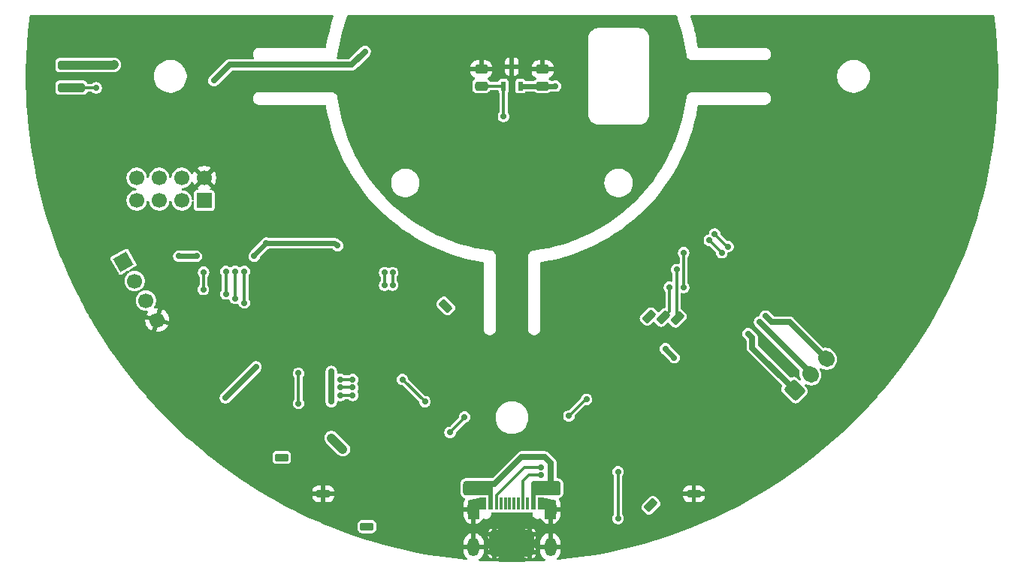
<source format=gbr>
%TF.GenerationSoftware,KiCad,Pcbnew,9.0.1*%
%TF.CreationDate,2025-05-12T15:51:15-07:00*%
%TF.ProjectId,SmartKnobController_ME507,536d6172-744b-46e6-9f62-436f6e74726f,rev?*%
%TF.SameCoordinates,Original*%
%TF.FileFunction,Copper,L2,Bot*%
%TF.FilePolarity,Positive*%
%FSLAX46Y46*%
G04 Gerber Fmt 4.6, Leading zero omitted, Abs format (unit mm)*
G04 Created by KiCad (PCBNEW 9.0.1) date 2025-05-12 15:51:15*
%MOMM*%
%LPD*%
G01*
G04 APERTURE LIST*
G04 Aperture macros list*
%AMRoundRect*
0 Rectangle with rounded corners*
0 $1 Rounding radius*
0 $2 $3 $4 $5 $6 $7 $8 $9 X,Y pos of 4 corners*
0 Add a 4 corners polygon primitive as box body*
4,1,4,$2,$3,$4,$5,$6,$7,$8,$9,$2,$3,0*
0 Add four circle primitives for the rounded corners*
1,1,$1+$1,$2,$3*
1,1,$1+$1,$4,$5*
1,1,$1+$1,$6,$7*
1,1,$1+$1,$8,$9*
0 Add four rect primitives between the rounded corners*
20,1,$1+$1,$2,$3,$4,$5,0*
20,1,$1+$1,$4,$5,$6,$7,0*
20,1,$1+$1,$6,$7,$8,$9,0*
20,1,$1+$1,$8,$9,$2,$3,0*%
%AMHorizOval*
0 Thick line with rounded ends*
0 $1 width*
0 $2 $3 position (X,Y) of the first rounded end (center of the circle)*
0 $4 $5 position (X,Y) of the second rounded end (center of the circle)*
0 Add line between two ends*
20,1,$1,$2,$3,$4,$5,0*
0 Add two circle primitives to create the rounded ends*
1,1,$1,$2,$3*
1,1,$1,$4,$5*%
%AMRotRect*
0 Rectangle, with rotation*
0 The origin of the aperture is its center*
0 $1 length*
0 $2 width*
0 $3 Rotation angle, in degrees counterclockwise*
0 Add horizontal line*
21,1,$1,$2,0,0,$3*%
G04 Aperture macros list end*
%TA.AperFunction,SMDPad,CuDef*%
%ADD10RoundRect,0.250000X0.475000X-0.250000X0.475000X0.250000X-0.475000X0.250000X-0.475000X-0.250000X0*%
%TD*%
%TA.AperFunction,ComponentPad*%
%ADD11RoundRect,0.225000X-0.212132X-0.530330X0.530330X0.212132X0.212132X0.530330X-0.530330X-0.212132X0*%
%TD*%
%TA.AperFunction,ComponentPad*%
%ADD12RoundRect,0.225000X-0.530330X0.212132X0.212132X-0.530330X0.530330X-0.212132X-0.212132X0.530330X0*%
%TD*%
%TA.AperFunction,ComponentPad*%
%ADD13RoundRect,0.225000X-0.525000X-0.225000X0.525000X-0.225000X0.525000X0.225000X-0.525000X0.225000X0*%
%TD*%
%TA.AperFunction,ComponentPad*%
%ADD14RoundRect,0.225000X0.525000X0.225000X-0.525000X0.225000X-0.525000X-0.225000X0.525000X-0.225000X0*%
%TD*%
%TA.AperFunction,ComponentPad*%
%ADD15RoundRect,0.225000X0.212132X0.530330X-0.530330X-0.212132X-0.212132X-0.530330X0.530330X0.212132X0*%
%TD*%
%TA.AperFunction,ComponentPad*%
%ADD16R,1.700000X1.700000*%
%TD*%
%TA.AperFunction,ComponentPad*%
%ADD17C,1.700000*%
%TD*%
%TA.AperFunction,ComponentPad*%
%ADD18RotRect,1.700000X1.700000X210.000000*%
%TD*%
%TA.AperFunction,SMDPad,CuDef*%
%ADD19R,0.300000X1.400000*%
%TD*%
%TA.AperFunction,SMDPad,CuDef*%
%ADD20R,0.500000X1.400000*%
%TD*%
%TA.AperFunction,ComponentPad*%
%ADD21O,1.300000X2.100000*%
%TD*%
%TA.AperFunction,ComponentPad*%
%ADD22O,1.300000X2.300000*%
%TD*%
%TA.AperFunction,ComponentPad*%
%ADD23C,0.500000*%
%TD*%
%TA.AperFunction,SMDPad,CuDef*%
%ADD24RoundRect,0.500000X2.000000X1.000000X-2.000000X1.000000X-2.000000X-1.000000X2.000000X-1.000000X0*%
%TD*%
%TA.AperFunction,SMDPad,CuDef*%
%ADD25RoundRect,0.150000X-1.350000X-0.350000X1.350000X-0.350000X1.350000X0.350000X-1.350000X0.350000X0*%
%TD*%
%TA.AperFunction,ComponentPad*%
%ADD26RoundRect,0.250000X0.088388X-0.936916X0.936916X-0.088388X-0.088388X0.936916X-0.936916X0.088388X0*%
%TD*%
%TA.AperFunction,ComponentPad*%
%ADD27HorizOval,1.700000X-0.088388X0.088388X0.088388X-0.088388X0*%
%TD*%
%TA.AperFunction,SMDPad,CuDef*%
%ADD28R,0.530000X1.040000*%
%TD*%
%TA.AperFunction,ViaPad*%
%ADD29C,0.700000*%
%TD*%
%TA.AperFunction,Conductor*%
%ADD30C,0.300000*%
%TD*%
%TA.AperFunction,Conductor*%
%ADD31C,0.600000*%
%TD*%
%TA.AperFunction,Conductor*%
%ADD32C,0.500000*%
%TD*%
%TA.AperFunction,Conductor*%
%ADD33C,0.700000*%
%TD*%
%TA.AperFunction,Conductor*%
%ADD34C,1.000000*%
%TD*%
%TA.AperFunction,Conductor*%
%ADD35C,0.250000*%
%TD*%
%TA.AperFunction,Conductor*%
%ADD36C,0.299000*%
%TD*%
G04 APERTURE END LIST*
D10*
%TO.P,C24,1*%
%TO.N,+3.3V*%
X156600000Y-89499999D03*
%TO.P,C24,2*%
%TO.N,GND*%
X156600000Y-87600001D03*
%TD*%
%TO.P,C23,1*%
%TO.N,/HALL_ADC*%
X149700000Y-89499999D03*
%TO.P,C23,2*%
%TO.N,GND*%
X149700000Y-87600001D03*
%TD*%
D11*
%TO.P,TP3,1,1*%
%TO.N,+12V*%
X168800000Y-136800000D03*
%TD*%
D12*
%TO.P,TP4,1,1*%
%TO.N,/HALL_ADC*%
X145700000Y-114300000D03*
%TD*%
D11*
%TO.P,TP9,1,1*%
%TO.N,/TIM2_CH4*%
X170200000Y-115600000D03*
%TD*%
D13*
%TO.P,TP2,1,1*%
%TO.N,GND*%
X173650000Y-135500000D03*
%TD*%
D11*
%TO.P,TP8,1,1*%
%TO.N,/TIM2_CH3*%
X168600000Y-115500000D03*
%TD*%
D13*
%TO.P,TP10,1,1*%
%TO.N,GND*%
X131900000Y-135500000D03*
%TD*%
%TO.P,TP1,1,1*%
%TO.N,+3.3V*%
X136800000Y-139200000D03*
%TD*%
D14*
%TO.P,TP5,1,1*%
%TO.N,/FSR_ADC*%
X127200000Y-131400000D03*
%TD*%
D15*
%TO.P,TP7,1,1*%
%TO.N,/TIM2_CH1*%
X171800000Y-115700000D03*
%TD*%
D16*
%TO.P,J4,1,Pin_1*%
%TO.N,/SWDIO*%
X118479999Y-102400001D03*
D17*
%TO.P,J4,2,Pin_2*%
%TO.N,GND*%
X118479999Y-99860001D03*
%TO.P,J4,3,Pin_3*%
%TO.N,/SWCLK*%
X115939999Y-102400001D03*
%TO.P,J4,4,Pin_4*%
%TO.N,/RX6*%
X115939999Y-99860000D03*
%TO.P,J4,5,Pin_5*%
%TO.N,/SWO*%
X113400000Y-102400000D03*
%TO.P,J4,6,Pin_6*%
%TO.N,/TX6*%
X113399999Y-99860001D03*
%TO.P,J4,7,Pin_7*%
%TO.N,/NRST*%
X110859999Y-102400001D03*
%TO.P,J4,8,Pin_8*%
%TO.N,+3.3V*%
X110859999Y-99860000D03*
%TD*%
D18*
%TO.P,J2,1,Pin_1*%
%TO.N,+3.3V*%
X109360001Y-109300592D03*
D17*
%TO.P,J2,2,Pin_2*%
%TO.N,/TX1*%
X110630001Y-111500297D03*
%TO.P,J2,3,Pin_3*%
%TO.N,/RX1*%
X111900001Y-113700000D03*
%TO.P,J2,4,Pin_4*%
%TO.N,GND*%
X113170001Y-115899706D03*
%TD*%
D19*
%TO.P,J1,A5,CC1*%
%TO.N,Net-(J1-CC1)*%
X154400000Y-136600001D03*
%TO.P,J1,A6,D+*%
%TO.N,unconnected-(J1-D+-PadA6)*%
X153400000Y-136600000D03*
%TO.P,J1,A7,D-*%
%TO.N,unconnected-(J1-D--PadA7)*%
X152900000Y-136600000D03*
%TO.P,J1,A8,SBU1*%
%TO.N,unconnected-(J1-SBU1-PadA8)*%
X151900000Y-136600001D03*
D20*
%TO.P,J1,A9B4,VBUS*%
%TO.N,/V_BUS*%
X150750000Y-136600000D03*
%TO.P,J1,A12B1,GND*%
%TO.N,GND*%
X149950000Y-136600000D03*
D19*
%TO.P,J1,B5,CC2*%
%TO.N,Net-(J1-CC2)*%
X151400000Y-136600000D03*
%TO.P,J1,B6,D+*%
%TO.N,unconnected-(J1-D+-PadB6)*%
X152400000Y-136600000D03*
%TO.P,J1,B7,D-*%
%TO.N,unconnected-(J1-D--PadB7)*%
X153900000Y-136600000D03*
%TO.P,J1,B8,SBU2*%
%TO.N,unconnected-(J1-SBU2-PadB8)*%
X154900000Y-136600000D03*
D20*
%TO.P,J1,B9A4,VBUS*%
%TO.N,/V_BUS*%
X155550000Y-136600000D03*
%TO.P,J1,B12A1,GND*%
%TO.N,GND*%
X156350000Y-136600000D03*
D21*
%TO.P,J1,S1,SHIELD*%
X157480000Y-141480001D03*
D22*
X157480000Y-137280000D03*
D23*
X155150000Y-142100000D03*
X155150000Y-140100000D03*
D24*
X153150000Y-141100001D03*
D23*
X151150000Y-142100000D03*
X151150000Y-140100000D03*
D21*
X148820000Y-141480001D03*
D22*
X148820000Y-137280000D03*
%TD*%
D25*
%TO.P,R15,1*%
%TO.N,/FSR_ADC*%
X103503382Y-89670000D03*
%TO.P,R15,2*%
%TO.N,+3.3V*%
X103503382Y-87130000D03*
%TD*%
D26*
%TO.P,J3,1,Pin_1*%
%TO.N,/MOT_1*%
X185018216Y-123803750D03*
D27*
%TO.P,J3,2,Pin_2*%
%TO.N,/MOT_2*%
X186785983Y-122035983D03*
%TO.P,J3,3,Pin_3*%
%TO.N,/MOT_3*%
X188553750Y-120268216D03*
%TD*%
D28*
%TO.P,U6,1,VCC*%
%TO.N,+3.3V*%
X154100000Y-89500000D03*
%TO.P,U6,2,VOUT*%
%TO.N,/HALL_ADC*%
X152200000Y-89500000D03*
%TO.P,U6,3,GND*%
%TO.N,GND*%
X153150000Y-87300000D03*
%TD*%
D29*
%TO.N,/HALL_ADC*%
X152200000Y-92900000D03*
%TO.N,/PD_SCL*%
X120900000Y-112950000D03*
%TO.N,GND*%
X179596878Y-129896878D03*
X162265805Y-129419359D03*
X166500000Y-120800000D03*
X167700000Y-127400000D03*
X174025000Y-115375000D03*
X178700000Y-106300000D03*
X178550000Y-111800000D03*
X169800000Y-124100000D03*
X137550000Y-120650000D03*
X131649999Y-113100000D03*
X153800000Y-92900000D03*
X181496878Y-131896878D03*
X140950001Y-128579999D03*
X184196878Y-129196878D03*
X163365805Y-128319359D03*
X182196878Y-127196878D03*
X162265805Y-128319359D03*
X177150000Y-113200000D03*
X177150000Y-114600000D03*
X178550000Y-113200000D03*
X179250000Y-112500000D03*
X181900000Y-129600000D03*
X128500000Y-113100000D03*
X162200000Y-132100000D03*
X131600000Y-109950001D03*
X163239531Y-122839531D03*
X119700000Y-114400000D03*
X128500000Y-109950000D03*
X161200000Y-128319359D03*
X128549999Y-116000000D03*
X179950000Y-109500000D03*
X162265805Y-127319359D03*
X151000000Y-83800000D03*
X130050000Y-111500000D03*
X125850000Y-127445000D03*
X177850000Y-113900000D03*
X176450000Y-113900000D03*
X177850000Y-112500000D03*
X128700000Y-117900000D03*
%TO.N,/NRST*%
X118400000Y-110500000D03*
X118375000Y-112450000D03*
X129100000Y-121900000D03*
X129100000Y-125295006D03*
%TO.N,+3.3V*%
X133500000Y-107500000D03*
X117600000Y-108700000D03*
X132800000Y-125100006D03*
X108300000Y-87100000D03*
X132800000Y-121700000D03*
X124300000Y-121200000D03*
X125469975Y-107230025D03*
X134100000Y-130500000D03*
X158050000Y-89500000D03*
X124105025Y-108694975D03*
X132800000Y-129200000D03*
X115600000Y-108700000D03*
X120855025Y-124644975D03*
X119575000Y-88875000D03*
X136600000Y-85600000D03*
%TO.N,/USER*%
X143350765Y-125100006D03*
X140802944Y-122600000D03*
%TO.N,+12V*%
X159565805Y-126719359D03*
X161544975Y-124855025D03*
%TO.N,/3.3V_PD*%
X171444975Y-120144975D03*
X170444556Y-119144556D03*
%TO.N,/V_BUS*%
X156800000Y-134400000D03*
X148000000Y-134400000D03*
X157550000Y-134400000D03*
X157550000Y-135350000D03*
X148750000Y-134400000D03*
X156800000Y-135350000D03*
X158300000Y-135350000D03*
X158300000Y-134400000D03*
X148000000Y-135350000D03*
X148750000Y-135350000D03*
%TO.N,/FET_EN_2*%
X165100000Y-133000000D03*
X165100000Y-138300000D03*
%TO.N,Net-(J1-CC1)*%
X156400000Y-133400003D03*
%TO.N,Net-(J1-CC2)*%
X156400000Y-132500000D03*
%TO.N,/MOT_2*%
X181549927Y-116599927D03*
X181050000Y-116100000D03*
%TO.N,/MOT_1*%
X180250000Y-117900000D03*
X179774293Y-117425707D03*
%TO.N,/FAULT*%
X146171505Y-128578495D03*
X147819975Y-126830025D03*
%TO.N,/FSR_ADC*%
X106300000Y-89700000D03*
%TO.N,/PD_SCL*%
X120900000Y-110400000D03*
X135200000Y-124400006D03*
X133800000Y-124400006D03*
%TO.N,/PD_SDA*%
X135200000Y-123500003D03*
X133800000Y-123500003D03*
X121950000Y-113454673D03*
X121950000Y-110400000D03*
%TO.N,/PD_nINT*%
X133800000Y-122600000D03*
X123000000Y-113949999D03*
X122999999Y-110399999D03*
X135200000Y-122600000D03*
%TO.N,/DRV_nRST*%
X139700000Y-110550000D03*
X177500000Y-107600000D03*
X139700000Y-111950000D03*
X176000000Y-106200000D03*
%TO.N,/MOT_3*%
X182200000Y-115950000D03*
X181700000Y-115450000D03*
%TO.N,/MOT_EN1*%
X172500000Y-108300000D03*
X172500001Y-112200118D03*
%TO.N,/DRV_nSLP*%
X138799997Y-111950000D03*
X175400000Y-106900000D03*
X176800000Y-108300000D03*
X138799997Y-110550000D03*
%TO.N,/TIM2_CH4*%
X170900000Y-112200500D03*
%TO.N,/TIM2_CH1*%
X171700000Y-110200000D03*
%TD*%
D30*
%TO.N,/HALL_ADC*%
X152199998Y-89499998D02*
X152200000Y-89500000D01*
X149700001Y-89499998D02*
X152199998Y-89499998D01*
X149700000Y-89499999D02*
X149700001Y-89499998D01*
D31*
%TO.N,+3.3V*%
X158050000Y-89500000D02*
X158049999Y-89499999D01*
X158049999Y-89499999D02*
X154100000Y-89500000D01*
D32*
%TO.N,/V_BUS*%
X150750000Y-136600000D02*
X150750000Y-135400000D01*
D30*
%TO.N,/PD_nINT*%
X123000000Y-110400000D02*
X122999999Y-110399999D01*
X123000000Y-113949999D02*
X123000000Y-110400000D01*
%TO.N,/PD_SDA*%
X121950000Y-113454673D02*
X121950000Y-110400000D01*
D33*
%TO.N,/MOT_1*%
X180250000Y-117901414D02*
X179774293Y-117425707D01*
X180250000Y-119035534D02*
X180250000Y-117901414D01*
X185018216Y-123803750D02*
X180250000Y-119035534D01*
%TO.N,/MOT_2*%
X181050012Y-116100000D02*
X186785983Y-121835971D01*
X186785983Y-121835971D02*
X186785983Y-122035983D01*
X181050000Y-116100000D02*
X181050012Y-116100000D01*
X181549927Y-116599927D02*
X181050000Y-116100000D01*
%TO.N,/MOT_3*%
X184435534Y-116150000D02*
X188553750Y-120268216D01*
X182400000Y-116150000D02*
X184435534Y-116150000D01*
X181700000Y-115450000D02*
X182400000Y-116150000D01*
D30*
%TO.N,GND*%
X157480000Y-137280000D02*
X157030000Y-137280000D01*
X148820000Y-137280000D02*
X149270000Y-137280000D01*
X149200000Y-141100001D02*
X148820000Y-141480001D01*
%TO.N,/NRST*%
X129100000Y-121900000D02*
X129100000Y-125100006D01*
X118400000Y-110500000D02*
X118400000Y-112300000D01*
X118400000Y-112300000D02*
X118375000Y-112325000D01*
X118375000Y-112325000D02*
X118375000Y-112450000D01*
D34*
%TO.N,+3.3V*%
X103503382Y-87130000D02*
X108270000Y-87130000D01*
D31*
X133169975Y-107230025D02*
X125469975Y-107230025D01*
X117600000Y-108700000D02*
X115600000Y-108700000D01*
D34*
X108270000Y-87130000D02*
X108300000Y-87100000D01*
D33*
X135100000Y-87100000D02*
X136600000Y-85600000D01*
X119575000Y-88875000D02*
X121350000Y-87100000D01*
D31*
X124105025Y-108694975D02*
X124105025Y-108594975D01*
D33*
X124300000Y-121200000D02*
X120855025Y-124644975D01*
D31*
X124105025Y-108594975D02*
X125469975Y-107230025D01*
D33*
X132800000Y-121700000D02*
X132800000Y-125100006D01*
D31*
X133439950Y-107500000D02*
X133169975Y-107230025D01*
X133500000Y-107500000D02*
X133439950Y-107500000D01*
D33*
X121350000Y-87100000D02*
X135100000Y-87100000D01*
D34*
X134100000Y-130500000D02*
X132800000Y-129200000D01*
D30*
%TO.N,/USER*%
X140850759Y-122600000D02*
X143350765Y-125100006D01*
X140802944Y-122600000D02*
X140850759Y-122600000D01*
D35*
%TO.N,+12V*%
X159565805Y-126719359D02*
X161430139Y-124855025D01*
X161430139Y-124855025D02*
X161544975Y-124855025D01*
D31*
%TO.N,/3.3V_PD*%
X171444975Y-120144975D02*
X170444556Y-119144556D01*
D33*
%TO.N,/V_BUS*%
X157550000Y-132050000D02*
X157550000Y-134400000D01*
X156850000Y-131350000D02*
X157550000Y-132050000D01*
X150350000Y-134400000D02*
X151200000Y-134400000D01*
D32*
X155550000Y-136600000D02*
X155550000Y-135500000D01*
D33*
X154250000Y-131350000D02*
X156850000Y-131350000D01*
X151200000Y-134400000D02*
X154250000Y-131350000D01*
D30*
%TO.N,/FET_EN_2*%
X165100000Y-133000000D02*
X165100000Y-138300000D01*
%TO.N,/HALL_ADC*%
X152200000Y-89500000D02*
X152200000Y-92900000D01*
%TO.N,Net-(J1-CC1)*%
X156400000Y-133400003D02*
X156399997Y-133400000D01*
X154400000Y-134100000D02*
X154400000Y-136600001D01*
X155100000Y-133400000D02*
X154400000Y-134100000D01*
X156399997Y-133400000D02*
X155100000Y-133400000D01*
%TO.N,Net-(J1-CC2)*%
X156400000Y-132500000D02*
X154591364Y-132500000D01*
X151400000Y-135691364D02*
X151400000Y-136600000D01*
X154591364Y-132500000D02*
X151400000Y-135691364D01*
%TO.N,/FAULT*%
X146179495Y-128578495D02*
X147819975Y-126938015D01*
X146171505Y-128578495D02*
X146179495Y-128578495D01*
X147819975Y-126938015D02*
X147819975Y-126830025D01*
%TO.N,/FSR_ADC*%
X103533382Y-89700000D02*
X103503382Y-89670000D01*
X106300000Y-89700000D02*
X103533382Y-89700000D01*
%TO.N,/PD_SCL*%
X135200000Y-124400006D02*
X133800000Y-124400006D01*
%TO.N,/PD_SDA*%
X135200000Y-123500003D02*
X133800000Y-123500003D01*
%TO.N,/PD_nINT*%
X135200000Y-122600000D02*
X133800000Y-122600000D01*
D36*
%TO.N,/DRV_nRST*%
X177400000Y-107600000D02*
X176000000Y-106200000D01*
X177500000Y-107600000D02*
X177400000Y-107600000D01*
D30*
X139700000Y-110550000D02*
X139700000Y-111950000D01*
D36*
%TO.N,/MOT_EN1*%
X172500000Y-108300000D02*
X172500000Y-112200117D01*
X172500000Y-112200117D02*
X172500001Y-112200118D01*
D30*
%TO.N,/DRV_nSLP*%
X138799997Y-110550000D02*
X138799997Y-111950000D01*
D36*
X176800000Y-108300000D02*
X175400000Y-106900000D01*
D30*
%TO.N,/TIM2_CH4*%
X170900000Y-114900000D02*
X170200000Y-115600000D01*
X170900000Y-112200500D02*
X170900000Y-114900000D01*
D36*
%TO.N,/TIM2_CH1*%
X171700000Y-115600000D02*
X171800000Y-115700000D01*
X171700000Y-110200000D02*
X171700000Y-115600000D01*
D30*
%TO.N,/PD_SCL*%
X120900000Y-112950000D02*
X120900000Y-110400000D01*
%TD*%
%TA.AperFunction,Conductor*%
%TO.N,GND*%
G36*
X150209220Y-135914901D02*
G01*
X150209220Y-137243916D01*
X150191690Y-137248952D01*
X150187526Y-137249500D01*
X150187525Y-137249500D01*
X150077103Y-137279087D01*
X150047511Y-137287017D01*
X150043184Y-137289515D01*
X149509220Y-137289515D01*
X149509220Y-138389515D01*
X148209220Y-138389515D01*
X148209220Y-136239515D01*
X149640713Y-135905500D01*
X149669102Y-135905500D01*
X149675806Y-135905334D01*
X149679167Y-135905252D01*
X149680494Y-135905186D01*
X149681269Y-135905149D01*
X149687343Y-135905000D01*
X150175500Y-135905000D01*
X150209220Y-135914901D01*
G37*
%TD.AperFunction*%
%TD*%
%TA.AperFunction,Conductor*%
%TO.N,GND*%
G36*
X156618731Y-135905149D02*
G01*
X156619563Y-135905189D01*
X156620833Y-135905252D01*
X156622709Y-135905298D01*
X158100000Y-136250000D01*
X158100000Y-138400000D01*
X156800000Y-138400000D01*
X156800000Y-137300000D01*
X156274975Y-137300000D01*
X156252488Y-137287017D01*
X156252489Y-137287017D01*
X156235944Y-137282583D01*
X156112475Y-137249500D01*
X156112473Y-137249500D01*
X156108310Y-137248952D01*
X156105058Y-137247513D01*
X156104624Y-137247397D01*
X156104642Y-137247329D01*
X156100000Y-137245275D01*
X156100000Y-135910329D01*
X156124500Y-135905000D01*
X156612657Y-135905000D01*
X156618731Y-135905149D01*
G37*
%TD.AperFunction*%
%TD*%
%TA.AperFunction,Conductor*%
%TO.N,/V_BUS*%
G36*
X158309640Y-134051527D02*
G01*
X158346361Y-134057342D01*
X158388756Y-134064057D01*
X158425651Y-134076044D01*
X158488228Y-134107929D01*
X158490135Y-134109314D01*
X158491359Y-134109581D01*
X158519613Y-134130732D01*
X158569267Y-134180386D01*
X158592071Y-134211772D01*
X158623954Y-134274346D01*
X158635942Y-134311242D01*
X158648473Y-134390357D01*
X158650000Y-134409756D01*
X158650000Y-135340243D01*
X158648473Y-135359640D01*
X158648473Y-135359642D01*
X158635942Y-135438757D01*
X158623954Y-135475653D01*
X158592071Y-135538227D01*
X158569267Y-135569613D01*
X158519613Y-135619267D01*
X158488227Y-135642071D01*
X158425653Y-135673954D01*
X158388757Y-135685942D01*
X158326308Y-135695833D01*
X158309640Y-135698473D01*
X158290243Y-135700000D01*
X156630916Y-135700000D01*
X156620738Y-135699500D01*
X156619748Y-135699500D01*
X156080252Y-135699500D01*
X156079262Y-135699500D01*
X156069084Y-135700000D01*
X155659757Y-135700000D01*
X155640359Y-135698473D01*
X155561243Y-135685942D01*
X155524346Y-135673954D01*
X155461772Y-135642071D01*
X155430386Y-135619267D01*
X155380732Y-135569613D01*
X155357928Y-135538227D01*
X155326045Y-135475653D01*
X155314057Y-135438755D01*
X155301527Y-135359640D01*
X155300000Y-135340243D01*
X155300000Y-134409756D01*
X155301527Y-134390359D01*
X155314057Y-134311244D01*
X155314058Y-134311242D01*
X155326043Y-134274349D01*
X155357930Y-134211768D01*
X155380729Y-134180389D01*
X155430389Y-134130729D01*
X155461768Y-134107930D01*
X155524349Y-134076043D01*
X155561235Y-134064058D01*
X155640370Y-134051525D01*
X155659757Y-134050000D01*
X158290243Y-134050000D01*
X158309640Y-134051527D01*
G37*
%TD.AperFunction*%
%TD*%
%TA.AperFunction,Conductor*%
%TO.N,/V_BUS*%
G36*
X150659640Y-134051527D02*
G01*
X150696361Y-134057342D01*
X150738756Y-134064057D01*
X150775651Y-134076044D01*
X150838228Y-134107929D01*
X150840135Y-134109314D01*
X150841359Y-134109581D01*
X150869613Y-134130732D01*
X150919267Y-134180386D01*
X150942071Y-134211772D01*
X150973954Y-134274346D01*
X150985942Y-134311242D01*
X150998473Y-134390357D01*
X151000000Y-134409756D01*
X151000000Y-135340243D01*
X150998473Y-135359640D01*
X150998473Y-135359642D01*
X150985942Y-135438757D01*
X150973954Y-135475653D01*
X150942071Y-135538227D01*
X150919267Y-135569613D01*
X150869613Y-135619267D01*
X150838227Y-135642071D01*
X150775653Y-135673954D01*
X150738757Y-135685942D01*
X150676308Y-135695833D01*
X150659640Y-135698473D01*
X150640243Y-135700000D01*
X150230916Y-135700000D01*
X150220738Y-135699500D01*
X150219748Y-135699500D01*
X149680252Y-135699500D01*
X149679262Y-135699500D01*
X149669084Y-135700000D01*
X148009757Y-135700000D01*
X147990359Y-135698473D01*
X147911243Y-135685942D01*
X147874346Y-135673954D01*
X147811772Y-135642071D01*
X147780386Y-135619267D01*
X147730732Y-135569613D01*
X147707928Y-135538227D01*
X147676045Y-135475653D01*
X147664057Y-135438755D01*
X147651527Y-135359640D01*
X147650000Y-135340243D01*
X147650000Y-134409756D01*
X147651527Y-134390359D01*
X147664057Y-134311244D01*
X147664058Y-134311242D01*
X147676043Y-134274349D01*
X147707930Y-134211768D01*
X147730729Y-134180389D01*
X147780389Y-134130729D01*
X147811768Y-134107930D01*
X147874349Y-134076043D01*
X147911235Y-134064058D01*
X147990370Y-134051525D01*
X148009757Y-134050000D01*
X150640243Y-134050000D01*
X150659640Y-134051527D01*
G37*
%TD.AperFunction*%
%TD*%
%TA.AperFunction,Conductor*%
%TO.N,GND*%
G36*
X118014074Y-100052994D02*
G01*
X118079900Y-100167008D01*
X118172992Y-100260100D01*
X118287006Y-100325926D01*
X118350589Y-100342963D01*
X117718281Y-100975270D01*
X117718281Y-100975271D01*
X117772446Y-101014624D01*
X117773204Y-101015010D01*
X117773442Y-101015234D01*
X117776603Y-101017172D01*
X117776196Y-101017835D01*
X117824005Y-101062979D01*
X117840808Y-101130798D01*
X117818277Y-101196936D01*
X117763567Y-101240393D01*
X117716922Y-101249501D01*
X117585143Y-101249501D01*
X117585116Y-101249503D01*
X117560011Y-101252414D01*
X117560007Y-101252416D01*
X117457234Y-101297794D01*
X117377793Y-101377235D01*
X117332414Y-101480007D01*
X117332414Y-101480009D01*
X117329499Y-101505132D01*
X117329499Y-102242872D01*
X117309814Y-102309911D01*
X117257010Y-102355666D01*
X117187852Y-102365610D01*
X117124296Y-102336585D01*
X117086522Y-102277807D01*
X117083026Y-102262270D01*
X117076106Y-102218586D01*
X117062170Y-102130592D01*
X117016148Y-101988949D01*
X117006211Y-101958364D01*
X117006210Y-101958361D01*
X116970098Y-101887489D01*
X116923995Y-101797007D01*
X116910395Y-101778288D01*
X116817557Y-101650506D01*
X116817553Y-101650501D01*
X116689498Y-101522446D01*
X116689493Y-101522442D01*
X116542996Y-101416007D01*
X116542995Y-101416006D01*
X116542993Y-101416005D01*
X116466905Y-101377236D01*
X116381638Y-101333789D01*
X116381635Y-101333788D01*
X116209409Y-101277830D01*
X116049316Y-101252473D01*
X115986182Y-101222543D01*
X115949251Y-101163232D01*
X115950249Y-101093369D01*
X115988859Y-101035137D01*
X116049317Y-101007527D01*
X116077591Y-101003048D01*
X116209408Y-100982171D01*
X116381638Y-100926211D01*
X116542993Y-100843996D01*
X116689500Y-100737553D01*
X116817552Y-100609501D01*
X116923995Y-100462994D01*
X116991089Y-100331314D01*
X117039062Y-100280519D01*
X117106883Y-100263724D01*
X117173018Y-100286261D01*
X117216470Y-100340976D01*
X117219503Y-100349290D01*
X117228902Y-100378215D01*
X117228901Y-100378215D01*
X117325374Y-100567551D01*
X117364727Y-100621717D01*
X117997036Y-99989409D01*
X118014074Y-100052994D01*
G37*
%TD.AperFunction*%
%TA.AperFunction,Conductor*%
G36*
X132995466Y-81519685D02*
G01*
X133041221Y-81572489D01*
X133051165Y-81641647D01*
X133046554Y-81661707D01*
X132892467Y-82144335D01*
X132820292Y-82370399D01*
X132588043Y-83217429D01*
X132391068Y-84073355D01*
X132229704Y-84936714D01*
X132207109Y-85093219D01*
X132178047Y-85156758D01*
X132119247Y-85194498D01*
X132084382Y-85199500D01*
X124571068Y-85199500D01*
X124417173Y-85234626D01*
X124274957Y-85303114D01*
X124151538Y-85401538D01*
X124053114Y-85524957D01*
X123984626Y-85667173D01*
X123949500Y-85821068D01*
X123949500Y-85978931D01*
X123984626Y-86132826D01*
X124051504Y-86271699D01*
X124062856Y-86340640D01*
X124035134Y-86404775D01*
X123977138Y-86443740D01*
X123939784Y-86449500D01*
X121285929Y-86449500D01*
X121160261Y-86474497D01*
X121160255Y-86474499D01*
X121041874Y-86523534D01*
X120935326Y-86594726D01*
X119069726Y-88460326D01*
X118998534Y-88566874D01*
X118949499Y-88685255D01*
X118949497Y-88685261D01*
X118924500Y-88810928D01*
X118924500Y-88810931D01*
X118924500Y-88939069D01*
X118924500Y-88939071D01*
X118924499Y-88939071D01*
X118946466Y-89049497D01*
X118949497Y-89064738D01*
X118949500Y-89064747D01*
X118998532Y-89183123D01*
X119006285Y-89194726D01*
X119066824Y-89285331D01*
X119069726Y-89289673D01*
X119160326Y-89380273D01*
X119160329Y-89380275D01*
X119160331Y-89380277D01*
X119266873Y-89451465D01*
X119385256Y-89500501D01*
X119385260Y-89500501D01*
X119385261Y-89500502D01*
X119510928Y-89525500D01*
X119510931Y-89525500D01*
X119639071Y-89525500D01*
X119723615Y-89508682D01*
X119764744Y-89500501D01*
X119883127Y-89451465D01*
X119989669Y-89380277D01*
X121469959Y-87899987D01*
X148475001Y-87899987D01*
X148485494Y-88002698D01*
X148540641Y-88169120D01*
X148540643Y-88169125D01*
X148632684Y-88318346D01*
X148756654Y-88442316D01*
X148905876Y-88534357D01*
X148927752Y-88541606D01*
X148985198Y-88581378D01*
X149012022Y-88645893D01*
X148999708Y-88714669D01*
X148958392Y-88759163D01*
X148959416Y-88760513D01*
X148832077Y-88857076D01*
X148740639Y-88977655D01*
X148685122Y-89118437D01*
X148684510Y-89123538D01*
X148674500Y-89206897D01*
X148674500Y-89793101D01*
X148680126Y-89839953D01*
X148685122Y-89881560D01*
X148740639Y-90022342D01*
X148832077Y-90142921D01*
X148952656Y-90234359D01*
X148952657Y-90234359D01*
X148952658Y-90234360D01*
X149093436Y-90289876D01*
X149181898Y-90300499D01*
X149181903Y-90300499D01*
X150218097Y-90300499D01*
X150218102Y-90300499D01*
X150306564Y-90289876D01*
X150447342Y-90234360D01*
X150567922Y-90142921D01*
X150659361Y-90022341D01*
X150659363Y-90022335D01*
X150663517Y-90014949D01*
X150666409Y-90016575D01*
X150699617Y-89973879D01*
X150765520Y-89950672D01*
X150772086Y-89950498D01*
X151510851Y-89950498D01*
X151577890Y-89970183D01*
X151623645Y-90022987D01*
X151633170Y-90061414D01*
X151634088Y-90061308D01*
X151637413Y-90089987D01*
X151637415Y-90089991D01*
X151682793Y-90192764D01*
X151713181Y-90223152D01*
X151746666Y-90284475D01*
X151749500Y-90310833D01*
X151749500Y-92379192D01*
X151729815Y-92446231D01*
X151713181Y-92466873D01*
X151694726Y-92485327D01*
X151694723Y-92485331D01*
X151623538Y-92591866D01*
X151623533Y-92591875D01*
X151574499Y-92710255D01*
X151574497Y-92710261D01*
X151549500Y-92835928D01*
X151549500Y-92835931D01*
X151549500Y-92964069D01*
X151549500Y-92964071D01*
X151549499Y-92964071D01*
X151574497Y-93089738D01*
X151574499Y-93089744D01*
X151623533Y-93208124D01*
X151623538Y-93208133D01*
X151694723Y-93314668D01*
X151694726Y-93314672D01*
X151785327Y-93405273D01*
X151785331Y-93405276D01*
X151891866Y-93476461D01*
X151891872Y-93476464D01*
X151891873Y-93476465D01*
X152010256Y-93525501D01*
X152010260Y-93525501D01*
X152010261Y-93525502D01*
X152135928Y-93550500D01*
X152135931Y-93550500D01*
X152264071Y-93550500D01*
X152348615Y-93533682D01*
X152389744Y-93525501D01*
X152508127Y-93476465D01*
X152614669Y-93405276D01*
X152705276Y-93314669D01*
X152776465Y-93208127D01*
X152825501Y-93089744D01*
X152850500Y-92964069D01*
X152850500Y-92835931D01*
X152850500Y-92835928D01*
X152825502Y-92710261D01*
X152825501Y-92710260D01*
X152825501Y-92710256D01*
X152817062Y-92689882D01*
X152801885Y-92653240D01*
X152782835Y-92607251D01*
X161749212Y-92607251D01*
X161749497Y-92655731D01*
X161749499Y-92656455D01*
X161749499Y-92700020D01*
X161749777Y-92702769D01*
X161750049Y-92751210D01*
X161750049Y-92751213D01*
X161780486Y-92936989D01*
X161839506Y-93115756D01*
X161925659Y-93283127D01*
X161925664Y-93283135D01*
X162032895Y-93429632D01*
X162036857Y-93435044D01*
X162170357Y-93567758D01*
X162170362Y-93567762D01*
X162170364Y-93567764D01*
X162322925Y-93678057D01*
X162490812Y-93763225D01*
X162580366Y-93792206D01*
X162669910Y-93821184D01*
X162669911Y-93821184D01*
X162669920Y-93821187D01*
X162855873Y-93850527D01*
X162949973Y-93850499D01*
X162950001Y-93850499D01*
X162950036Y-93850499D01*
X162989882Y-93850499D01*
X162989882Y-93850498D01*
X163041244Y-93850498D01*
X167398261Y-93850498D01*
X167401307Y-93850788D01*
X167411300Y-93850729D01*
X167411302Y-93850730D01*
X167450672Y-93850498D01*
X167489882Y-93850498D01*
X167490463Y-93850256D01*
X167500950Y-93850192D01*
X167502987Y-93850180D01*
X167502999Y-93850184D01*
X167503037Y-93850180D01*
X167545308Y-93849944D01*
X167731085Y-93819508D01*
X167909847Y-93760490D01*
X168077228Y-93674333D01*
X168229135Y-93563142D01*
X168361857Y-93429635D01*
X168472150Y-93277074D01*
X168557319Y-93109189D01*
X168615281Y-92930081D01*
X168644621Y-92744128D01*
X168644593Y-92650001D01*
X168644593Y-92649714D01*
X168645055Y-91984059D01*
X168647629Y-88278711D01*
X189799500Y-88278711D01*
X189799500Y-88521288D01*
X189830590Y-88757450D01*
X189831162Y-88761789D01*
X189856694Y-88857076D01*
X189893947Y-88996104D01*
X189976219Y-89194726D01*
X189986776Y-89220212D01*
X190108064Y-89430289D01*
X190108066Y-89430292D01*
X190108067Y-89430293D01*
X190255733Y-89622736D01*
X190255739Y-89622743D01*
X190427256Y-89794260D01*
X190427262Y-89794265D01*
X190619711Y-89941936D01*
X190829788Y-90063224D01*
X191053900Y-90156054D01*
X191288211Y-90218838D01*
X191468586Y-90242584D01*
X191528711Y-90250500D01*
X191528712Y-90250500D01*
X191771289Y-90250500D01*
X191822226Y-90243794D01*
X192011789Y-90218838D01*
X192246100Y-90156054D01*
X192470212Y-90063224D01*
X192680289Y-89941936D01*
X192872738Y-89794265D01*
X193044265Y-89622738D01*
X193191936Y-89430289D01*
X193313224Y-89220212D01*
X193406054Y-88996100D01*
X193468838Y-88761789D01*
X193500500Y-88521288D01*
X193500500Y-88278712D01*
X193468838Y-88038211D01*
X193406054Y-87803900D01*
X193313224Y-87579788D01*
X193191936Y-87369711D01*
X193068760Y-87209184D01*
X193044266Y-87177263D01*
X193044260Y-87177256D01*
X192872743Y-87005739D01*
X192872736Y-87005733D01*
X192680293Y-86858067D01*
X192680292Y-86858066D01*
X192680289Y-86858064D01*
X192470212Y-86736776D01*
X192459056Y-86732155D01*
X192246104Y-86643947D01*
X192085060Y-86600795D01*
X192011789Y-86581162D01*
X192011788Y-86581161D01*
X192011785Y-86581161D01*
X191771289Y-86549500D01*
X191771288Y-86549500D01*
X191528712Y-86549500D01*
X191528711Y-86549500D01*
X191288214Y-86581161D01*
X191053895Y-86643947D01*
X190829794Y-86736773D01*
X190829785Y-86736777D01*
X190619706Y-86858067D01*
X190427263Y-87005733D01*
X190427256Y-87005739D01*
X190255739Y-87177256D01*
X190255733Y-87177263D01*
X190108067Y-87369706D01*
X189986777Y-87579785D01*
X189986773Y-87579794D01*
X189893947Y-87803895D01*
X189831161Y-88038214D01*
X189799500Y-88278711D01*
X168647629Y-88278711D01*
X168647632Y-88274567D01*
X168648794Y-86600795D01*
X168650460Y-84202336D01*
X168650462Y-84201856D01*
X168650499Y-84195161D01*
X168650592Y-84194849D01*
X168650787Y-84192802D01*
X168650728Y-84182791D01*
X168650729Y-84182789D01*
X168650502Y-84144471D01*
X168650501Y-84143738D01*
X168650531Y-84101383D01*
X168650290Y-84095499D01*
X168650497Y-84094669D01*
X168650497Y-84094137D01*
X168650188Y-84091111D01*
X168649952Y-84048782D01*
X168649951Y-84048774D01*
X168619516Y-83863013D01*
X168619514Y-83863008D01*
X168619514Y-83863005D01*
X168560495Y-83684243D01*
X168560493Y-83684239D01*
X168560492Y-83684236D01*
X168474341Y-83516869D01*
X168474336Y-83516861D01*
X168456490Y-83492480D01*
X168363145Y-83364955D01*
X168229637Y-83232233D01*
X168229634Y-83232231D01*
X168229631Y-83232228D01*
X168077076Y-83121942D01*
X168077077Y-83121942D01*
X168077075Y-83121941D01*
X167909189Y-83036773D01*
X167909183Y-83036771D01*
X167909178Y-83036769D01*
X167730089Y-82978813D01*
X167730084Y-82978812D01*
X167730082Y-82978811D01*
X167730080Y-82978811D01*
X167629864Y-82962998D01*
X167544129Y-82949471D01*
X167544127Y-82949471D01*
X167481375Y-82949489D01*
X167449999Y-82949499D01*
X162983352Y-82949499D01*
X162982790Y-82949270D01*
X162943927Y-82949499D01*
X162900005Y-82949499D01*
X162897252Y-82949776D01*
X162848785Y-82950048D01*
X162848773Y-82950049D01*
X162663015Y-82980484D01*
X162484242Y-83039506D01*
X162316872Y-83125659D01*
X162316860Y-83125667D01*
X162164959Y-83236851D01*
X162032240Y-83370356D01*
X162032235Y-83370362D01*
X161921941Y-83522924D01*
X161836774Y-83690811D01*
X161836770Y-83690821D01*
X161778814Y-83869909D01*
X161778813Y-83869914D01*
X161749472Y-84055869D01*
X161749499Y-84145277D01*
X161749499Y-92604239D01*
X161749212Y-92607251D01*
X152782835Y-92607251D01*
X152776466Y-92591876D01*
X152776466Y-92591875D01*
X152776465Y-92591873D01*
X152776463Y-92591870D01*
X152776461Y-92591866D01*
X152705276Y-92485331D01*
X152705273Y-92485327D01*
X152686819Y-92466873D01*
X152653334Y-92405550D01*
X152650500Y-92379192D01*
X152650500Y-90310833D01*
X152670185Y-90243794D01*
X152686819Y-90223152D01*
X152691133Y-90218838D01*
X152717206Y-90192765D01*
X152762585Y-90089991D01*
X152765500Y-90064865D01*
X152765499Y-89420943D01*
X153499500Y-89420943D01*
X153499500Y-89579057D01*
X153529158Y-89689744D01*
X153530275Y-89693912D01*
X153534500Y-89726005D01*
X153534500Y-90064856D01*
X153534502Y-90064882D01*
X153537413Y-90089987D01*
X153537415Y-90089991D01*
X153582793Y-90192764D01*
X153582794Y-90192765D01*
X153662235Y-90272206D01*
X153765009Y-90317585D01*
X153790135Y-90320500D01*
X154409864Y-90320499D01*
X154409879Y-90320497D01*
X154409882Y-90320497D01*
X154434987Y-90317586D01*
X154434988Y-90317585D01*
X154434991Y-90317585D01*
X154537765Y-90272206D01*
X154617206Y-90192765D01*
X154625309Y-90174412D01*
X154670392Y-90121038D01*
X154737178Y-90100509D01*
X154738743Y-90100499D01*
X155638320Y-90100499D01*
X155705359Y-90120184D01*
X155724799Y-90138212D01*
X155726085Y-90136927D01*
X155732074Y-90142916D01*
X155732078Y-90142921D01*
X155732082Y-90142924D01*
X155852656Y-90234359D01*
X155852657Y-90234359D01*
X155852658Y-90234360D01*
X155993436Y-90289876D01*
X156081898Y-90300499D01*
X156081903Y-90300499D01*
X157118097Y-90300499D01*
X157118102Y-90300499D01*
X157206564Y-90289876D01*
X157347342Y-90234360D01*
X157467922Y-90142921D01*
X157467928Y-90142912D01*
X157473916Y-90136926D01*
X157475466Y-90138476D01*
X157494208Y-90126432D01*
X157519334Y-90107954D01*
X157524330Y-90107074D01*
X157526746Y-90105522D01*
X157561681Y-90100499D01*
X157775231Y-90100499D01*
X157822683Y-90109937D01*
X157860256Y-90125501D01*
X157860260Y-90125501D01*
X157860261Y-90125502D01*
X157985928Y-90150500D01*
X157985931Y-90150500D01*
X158114071Y-90150500D01*
X158198615Y-90133682D01*
X158239744Y-90125501D01*
X158358127Y-90076465D01*
X158464669Y-90005276D01*
X158555276Y-89914669D01*
X158626465Y-89808127D01*
X158675501Y-89689744D01*
X158700500Y-89564069D01*
X158700500Y-89435931D01*
X158700500Y-89435928D01*
X158675502Y-89310261D01*
X158675501Y-89310260D01*
X158675501Y-89310256D01*
X158626465Y-89191873D01*
X158626464Y-89191872D01*
X158626461Y-89191866D01*
X158555276Y-89085331D01*
X158555273Y-89085327D01*
X158464672Y-88994726D01*
X158464668Y-88994723D01*
X158358133Y-88923538D01*
X158358124Y-88923533D01*
X158239744Y-88874499D01*
X158239738Y-88874497D01*
X158114071Y-88849500D01*
X158114069Y-88849500D01*
X157985931Y-88849500D01*
X157985929Y-88849500D01*
X157860261Y-88874497D01*
X157860255Y-88874499D01*
X157847424Y-88879814D01*
X157822687Y-88890060D01*
X157814511Y-88891686D01*
X157810171Y-88894476D01*
X157775236Y-88899499D01*
X157561681Y-88899499D01*
X157494642Y-88879814D01*
X157475159Y-88861828D01*
X157473916Y-88863072D01*
X157467925Y-88857081D01*
X157467922Y-88857077D01*
X157467917Y-88857073D01*
X157340584Y-88760513D01*
X157341970Y-88758684D01*
X157301680Y-88717370D01*
X157287686Y-88648916D01*
X157312922Y-88583763D01*
X157369376Y-88542597D01*
X157372248Y-88541606D01*
X157394120Y-88534358D01*
X157394124Y-88534357D01*
X157543345Y-88442316D01*
X157667315Y-88318346D01*
X157759356Y-88169125D01*
X157759358Y-88169120D01*
X157814505Y-88002698D01*
X157814506Y-88002691D01*
X157824999Y-87899987D01*
X157825000Y-87899974D01*
X157825000Y-87850001D01*
X155375001Y-87850001D01*
X155375001Y-87899987D01*
X155385494Y-88002698D01*
X155440641Y-88169120D01*
X155440643Y-88169125D01*
X155532684Y-88318346D01*
X155656654Y-88442316D01*
X155805876Y-88534357D01*
X155827752Y-88541606D01*
X155885198Y-88581378D01*
X155912022Y-88645893D01*
X155899708Y-88714669D01*
X155864547Y-88757450D01*
X155855288Y-88764600D01*
X155852658Y-88765638D01*
X155732078Y-88857077D01*
X155727161Y-88863560D01*
X155714116Y-88873636D01*
X155696353Y-88880567D01*
X155681028Y-88891912D01*
X155655795Y-88896394D01*
X155649026Y-88899036D01*
X155645233Y-88898270D01*
X155638319Y-88899499D01*
X154738743Y-88899499D01*
X154671704Y-88879814D01*
X154625949Y-88827010D01*
X154625308Y-88825584D01*
X154618838Y-88810931D01*
X154617206Y-88807235D01*
X154537765Y-88727794D01*
X154473683Y-88699499D01*
X154434992Y-88682415D01*
X154409865Y-88679500D01*
X153790143Y-88679500D01*
X153790117Y-88679502D01*
X153765012Y-88682413D01*
X153765008Y-88682415D01*
X153662235Y-88727793D01*
X153582794Y-88807234D01*
X153537415Y-88910006D01*
X153537415Y-88910008D01*
X153534500Y-88935131D01*
X153534500Y-89273994D01*
X153531617Y-89295892D01*
X153530737Y-89304308D01*
X153530502Y-89305238D01*
X153499500Y-89420943D01*
X152765499Y-89420943D01*
X152765499Y-88935136D01*
X152764154Y-88923535D01*
X152762586Y-88910012D01*
X152762585Y-88910010D01*
X152762585Y-88910009D01*
X152717206Y-88807235D01*
X152637765Y-88727794D01*
X152573683Y-88699499D01*
X152534992Y-88682415D01*
X152509865Y-88679500D01*
X151890143Y-88679500D01*
X151890117Y-88679502D01*
X151865012Y-88682413D01*
X151865008Y-88682415D01*
X151762235Y-88727793D01*
X151682794Y-88807234D01*
X151637415Y-88910006D01*
X151637415Y-88910008D01*
X151634087Y-88938694D01*
X151632539Y-88938514D01*
X151611143Y-88998419D01*
X151555798Y-89041065D01*
X151510850Y-89049498D01*
X150772086Y-89049498D01*
X150705047Y-89029813D01*
X150665362Y-88984014D01*
X150663519Y-88985051D01*
X150659361Y-88977657D01*
X150567922Y-88857076D01*
X150440584Y-88760513D01*
X150441970Y-88758684D01*
X150401680Y-88717370D01*
X150387686Y-88648916D01*
X150412922Y-88583763D01*
X150469376Y-88542597D01*
X150472248Y-88541606D01*
X150494120Y-88534358D01*
X150494124Y-88534357D01*
X150643345Y-88442316D01*
X150767315Y-88318346D01*
X150859356Y-88169125D01*
X150859358Y-88169120D01*
X150914505Y-88002698D01*
X150914506Y-88002691D01*
X150924999Y-87899987D01*
X150925000Y-87899974D01*
X150925000Y-87867844D01*
X152385000Y-87867844D01*
X152391401Y-87927372D01*
X152391403Y-87927379D01*
X152441645Y-88062086D01*
X152441649Y-88062093D01*
X152527809Y-88177187D01*
X152527812Y-88177190D01*
X152642906Y-88263350D01*
X152642913Y-88263354D01*
X152777620Y-88313596D01*
X152777627Y-88313598D01*
X152837155Y-88319999D01*
X152837172Y-88320000D01*
X152900000Y-88320000D01*
X153400000Y-88320000D01*
X153462828Y-88320000D01*
X153462844Y-88319999D01*
X153522372Y-88313598D01*
X153522379Y-88313596D01*
X153657086Y-88263354D01*
X153657093Y-88263350D01*
X153772187Y-88177190D01*
X153772190Y-88177187D01*
X153858350Y-88062093D01*
X153858354Y-88062086D01*
X153908596Y-87927379D01*
X153908598Y-87927372D01*
X153914999Y-87867844D01*
X153915000Y-87867827D01*
X153915000Y-87550000D01*
X153400000Y-87550000D01*
X153400000Y-88320000D01*
X152900000Y-88320000D01*
X152900000Y-87550000D01*
X152385000Y-87550000D01*
X152385000Y-87867844D01*
X150925000Y-87867844D01*
X150925000Y-87850001D01*
X148475001Y-87850001D01*
X148475001Y-87899987D01*
X121469959Y-87899987D01*
X121583127Y-87786819D01*
X121644450Y-87753334D01*
X121670808Y-87750500D01*
X135164071Y-87750500D01*
X135248615Y-87733682D01*
X135289744Y-87725501D01*
X135408127Y-87676465D01*
X135514669Y-87605277D01*
X135585680Y-87534266D01*
X135708990Y-87410957D01*
X135819933Y-87300014D01*
X148475000Y-87300014D01*
X148475000Y-87350001D01*
X149450000Y-87350001D01*
X149950000Y-87350001D01*
X150924999Y-87350001D01*
X150924999Y-87300030D01*
X150924998Y-87300014D01*
X155375000Y-87300014D01*
X155375000Y-87350001D01*
X156350000Y-87350001D01*
X156850000Y-87350001D01*
X157824999Y-87350001D01*
X157824999Y-87300029D01*
X157824998Y-87300014D01*
X157814505Y-87197303D01*
X157759358Y-87030881D01*
X157759356Y-87030876D01*
X157667315Y-86881655D01*
X157543345Y-86757685D01*
X157394124Y-86665644D01*
X157394119Y-86665642D01*
X157227697Y-86610495D01*
X157227690Y-86610494D01*
X157124986Y-86600001D01*
X156850000Y-86600001D01*
X156850000Y-87350001D01*
X156350000Y-87350001D01*
X156350000Y-86600001D01*
X156075029Y-86600001D01*
X156075012Y-86600002D01*
X155972302Y-86610495D01*
X155805880Y-86665642D01*
X155805875Y-86665644D01*
X155656654Y-86757685D01*
X155532684Y-86881655D01*
X155440643Y-87030876D01*
X155440641Y-87030881D01*
X155385494Y-87197303D01*
X155385493Y-87197310D01*
X155375000Y-87300014D01*
X150924998Y-87300014D01*
X150924998Y-87300013D01*
X150914505Y-87197303D01*
X150859358Y-87030881D01*
X150859356Y-87030876D01*
X150767315Y-86881655D01*
X150643345Y-86757685D01*
X150601955Y-86732155D01*
X152385000Y-86732155D01*
X152385000Y-87050000D01*
X152900000Y-87050000D01*
X153400000Y-87050000D01*
X153915000Y-87050000D01*
X153915000Y-86732172D01*
X153914999Y-86732155D01*
X153908598Y-86672627D01*
X153908596Y-86672620D01*
X153858354Y-86537913D01*
X153858350Y-86537906D01*
X153772190Y-86422812D01*
X153772187Y-86422809D01*
X153657093Y-86336649D01*
X153657086Y-86336645D01*
X153522379Y-86286403D01*
X153522372Y-86286401D01*
X153462844Y-86280000D01*
X153400000Y-86280000D01*
X153400000Y-87050000D01*
X152900000Y-87050000D01*
X152900000Y-86280000D01*
X152837155Y-86280000D01*
X152777627Y-86286401D01*
X152777620Y-86286403D01*
X152642913Y-86336645D01*
X152642906Y-86336649D01*
X152527812Y-86422809D01*
X152527809Y-86422812D01*
X152441649Y-86537906D01*
X152441645Y-86537913D01*
X152391403Y-86672620D01*
X152391401Y-86672627D01*
X152385000Y-86732155D01*
X150601955Y-86732155D01*
X150494124Y-86665644D01*
X150494119Y-86665642D01*
X150327697Y-86610495D01*
X150327690Y-86610494D01*
X150224986Y-86600001D01*
X149950000Y-86600001D01*
X149950000Y-87350001D01*
X149450000Y-87350001D01*
X149450000Y-86600001D01*
X149175029Y-86600001D01*
X149175012Y-86600002D01*
X149072302Y-86610495D01*
X148905880Y-86665642D01*
X148905875Y-86665644D01*
X148756654Y-86757685D01*
X148632684Y-86881655D01*
X148540643Y-87030876D01*
X148540641Y-87030881D01*
X148485494Y-87197303D01*
X148485493Y-87197310D01*
X148475000Y-87300014D01*
X135819933Y-87300014D01*
X135910763Y-87209184D01*
X137105271Y-86014675D01*
X137105276Y-86014670D01*
X137176465Y-85908127D01*
X137225501Y-85789744D01*
X137231997Y-85757086D01*
X137250500Y-85664069D01*
X137250500Y-85535931D01*
X137250500Y-85535928D01*
X137225502Y-85410261D01*
X137225501Y-85410260D01*
X137225501Y-85410256D01*
X137187574Y-85318692D01*
X137176466Y-85291875D01*
X137176461Y-85291866D01*
X137105276Y-85185331D01*
X137105273Y-85185327D01*
X137014672Y-85094726D01*
X137014668Y-85094723D01*
X136908133Y-85023538D01*
X136908124Y-85023533D01*
X136789744Y-84974499D01*
X136789738Y-84974497D01*
X136664071Y-84949500D01*
X136664069Y-84949500D01*
X136535931Y-84949500D01*
X136535929Y-84949500D01*
X136410261Y-84974497D01*
X136410255Y-84974499D01*
X136291870Y-85023535D01*
X136185331Y-85094722D01*
X136185324Y-85094728D01*
X134866873Y-86413181D01*
X134805550Y-86446666D01*
X134779192Y-86449500D01*
X133509397Y-86449500D01*
X133442358Y-86429815D01*
X133396603Y-86377011D01*
X133386659Y-86307853D01*
X133402695Y-86262326D01*
X133442808Y-86194580D01*
X133489565Y-86057354D01*
X133498048Y-85987329D01*
X133498108Y-85986840D01*
X133498452Y-85984254D01*
X133619163Y-85149715D01*
X133620026Y-85144538D01*
X133776049Y-84317359D01*
X133777128Y-84312238D01*
X133968397Y-83492450D01*
X133969698Y-83487370D01*
X134195845Y-82676543D01*
X134197358Y-82671537D01*
X134457985Y-81871103D01*
X134459711Y-81866164D01*
X134566404Y-81580600D01*
X134608307Y-81524691D01*
X134673785Y-81500311D01*
X134682561Y-81500000D01*
X171617439Y-81500000D01*
X171684478Y-81519685D01*
X171730233Y-81572489D01*
X171733593Y-81580594D01*
X171800357Y-81759288D01*
X171840276Y-81866130D01*
X171842026Y-81871138D01*
X172102630Y-82671501D01*
X172104164Y-82676579D01*
X172330293Y-83487341D01*
X172331609Y-83492480D01*
X172522863Y-84312204D01*
X172523957Y-84317394D01*
X172679968Y-85144510D01*
X172680840Y-85149743D01*
X172801524Y-85984094D01*
X172801902Y-85986936D01*
X172810425Y-86057317D01*
X172857144Y-86194479D01*
X172857145Y-86194481D01*
X172857146Y-86194483D01*
X172911545Y-86286401D01*
X172930945Y-86319182D01*
X172930949Y-86319188D01*
X172950555Y-86340640D01*
X173028700Y-86426145D01*
X173146274Y-86510839D01*
X173146278Y-86510840D01*
X173146280Y-86510842D01*
X173278688Y-86569681D01*
X173278689Y-86569681D01*
X173278691Y-86569682D01*
X173420346Y-86600184D01*
X173453278Y-86600325D01*
X173453700Y-86600327D01*
X173454118Y-86600500D01*
X173493361Y-86600500D01*
X173493590Y-86600501D01*
X173493591Y-86600501D01*
X173493795Y-86600502D01*
X173532678Y-86600736D01*
X173532679Y-86600735D01*
X173542633Y-86600795D01*
X173545732Y-86600500D01*
X181728927Y-86600500D01*
X181882824Y-86565374D01*
X182025046Y-86496883D01*
X182148462Y-86398462D01*
X182246883Y-86275046D01*
X182259628Y-86248582D01*
X182315373Y-86132826D01*
X182315372Y-86132826D01*
X182315374Y-86132824D01*
X182350500Y-85978927D01*
X182350500Y-85821073D01*
X182347390Y-85807449D01*
X182315373Y-85667173D01*
X182246885Y-85524957D01*
X182246883Y-85524954D01*
X182148462Y-85401538D01*
X182025046Y-85303117D01*
X182025045Y-85303116D01*
X182025042Y-85303114D01*
X181882826Y-85234626D01*
X181728931Y-85199500D01*
X181728927Y-85199500D01*
X181689882Y-85199500D01*
X174215619Y-85199500D01*
X174148580Y-85179815D01*
X174102825Y-85127011D01*
X174092892Y-85093219D01*
X174070296Y-84936714D01*
X173954055Y-84314779D01*
X173908933Y-84073357D01*
X173737238Y-83327284D01*
X173711957Y-83217429D01*
X173662422Y-83036771D01*
X173479704Y-82370384D01*
X173253449Y-81661714D01*
X173251812Y-81591863D01*
X173288198Y-81532216D01*
X173351056Y-81501709D01*
X173371575Y-81500000D01*
X207400480Y-81500000D01*
X207467519Y-81519685D01*
X207513274Y-81572489D01*
X207523419Y-81607815D01*
X207569440Y-81957379D01*
X207569822Y-81960603D01*
X207719442Y-83384146D01*
X207719739Y-83387378D01*
X207832043Y-84814334D01*
X207832255Y-84817573D01*
X207907165Y-86246940D01*
X207907293Y-86250184D01*
X207944763Y-87681093D01*
X207944805Y-87684339D01*
X207944805Y-89115660D01*
X207944763Y-89118906D01*
X207907293Y-90549815D01*
X207907165Y-90553059D01*
X207832255Y-91982426D01*
X207832043Y-91985665D01*
X207719739Y-93412621D01*
X207719442Y-93415853D01*
X207569822Y-94839396D01*
X207569440Y-94842620D01*
X207382612Y-96261719D01*
X207382146Y-96264932D01*
X207158236Y-97678639D01*
X207157687Y-97681838D01*
X206896834Y-99089280D01*
X206896200Y-99092464D01*
X206598611Y-100492507D01*
X206597895Y-100495673D01*
X206263750Y-101887489D01*
X206262951Y-101890636D01*
X205892486Y-103273231D01*
X205891605Y-103276355D01*
X205485071Y-104648788D01*
X205484108Y-104651888D01*
X205041804Y-106013161D01*
X205040761Y-106016235D01*
X204562954Y-107365520D01*
X204561830Y-107368566D01*
X204048878Y-108704851D01*
X204047675Y-108707866D01*
X203499922Y-110030261D01*
X203498641Y-110033243D01*
X202916452Y-111340859D01*
X202915093Y-111343807D01*
X202298877Y-112635732D01*
X202297441Y-112638644D01*
X201647610Y-113914009D01*
X201646098Y-113916882D01*
X200963119Y-115174773D01*
X200961533Y-115177605D01*
X200245851Y-116417202D01*
X200244191Y-116419992D01*
X199496309Y-117640426D01*
X199494577Y-117643171D01*
X198715010Y-118843598D01*
X198713207Y-118846297D01*
X197902460Y-120025941D01*
X197900586Y-120028592D01*
X197059266Y-121186569D01*
X197057324Y-121189170D01*
X196185968Y-122324744D01*
X196183958Y-122327294D01*
X195283167Y-123439678D01*
X195281091Y-123442174D01*
X194351496Y-124530590D01*
X194349356Y-124533030D01*
X193391587Y-125596739D01*
X193389383Y-125599123D01*
X192404103Y-126637392D01*
X192401838Y-126639717D01*
X191389717Y-127651838D01*
X191387392Y-127654103D01*
X190349123Y-128639383D01*
X190346739Y-128641587D01*
X189283030Y-129599356D01*
X189280590Y-129601496D01*
X188192174Y-130531091D01*
X188189678Y-130533167D01*
X187077294Y-131433958D01*
X187074744Y-131435968D01*
X185939170Y-132307324D01*
X185936569Y-132309266D01*
X184778592Y-133150586D01*
X184775941Y-133152460D01*
X183596297Y-133963207D01*
X183593598Y-133965010D01*
X182393171Y-134744577D01*
X182390426Y-134746309D01*
X181169992Y-135494191D01*
X181167202Y-135495851D01*
X179927605Y-136211533D01*
X179924773Y-136213119D01*
X178666882Y-136896098D01*
X178664009Y-136897610D01*
X177388644Y-137547441D01*
X177385732Y-137548877D01*
X176093807Y-138165093D01*
X176090859Y-138166452D01*
X174783243Y-138748641D01*
X174780261Y-138749922D01*
X173457866Y-139297675D01*
X173454851Y-139298878D01*
X172118566Y-139811830D01*
X172115520Y-139812954D01*
X170766235Y-140290761D01*
X170763161Y-140291804D01*
X169401888Y-140734108D01*
X169398788Y-140735071D01*
X168026355Y-141141605D01*
X168023231Y-141142486D01*
X166640636Y-141512951D01*
X166637489Y-141513750D01*
X165245673Y-141847895D01*
X165242507Y-141848611D01*
X163842464Y-142146200D01*
X163839280Y-142146834D01*
X162431838Y-142407687D01*
X162428639Y-142408236D01*
X161014932Y-142632146D01*
X161011719Y-142632612D01*
X159592620Y-142819440D01*
X159589397Y-142819822D01*
X158347657Y-142950334D01*
X158278927Y-142937765D01*
X158227903Y-142890032D01*
X158210785Y-142822292D01*
X158233007Y-142756051D01*
X158247014Y-142739331D01*
X158357177Y-142629168D01*
X158463565Y-142482735D01*
X158545747Y-142321448D01*
X158545748Y-142321445D01*
X158601682Y-142149294D01*
X158630000Y-141970507D01*
X158630000Y-141730001D01*
X157730000Y-141730001D01*
X157730000Y-141230001D01*
X158630000Y-141230001D01*
X158630000Y-140989494D01*
X158601682Y-140810707D01*
X158545748Y-140638556D01*
X158545747Y-140638553D01*
X158463565Y-140477266D01*
X158357176Y-140330831D01*
X158229169Y-140202824D01*
X158082734Y-140096435D01*
X157921447Y-140014253D01*
X157921441Y-140014251D01*
X157749295Y-139958319D01*
X157749285Y-139958316D01*
X157730000Y-139955261D01*
X157730000Y-141030273D01*
X157691940Y-140938387D01*
X157621614Y-140868061D01*
X157529728Y-140830001D01*
X157430272Y-140830001D01*
X157338386Y-140868061D01*
X157268060Y-140938387D01*
X157230000Y-141030273D01*
X157230000Y-139955261D01*
X157210714Y-139958316D01*
X157210704Y-139958319D01*
X157038558Y-140014251D01*
X157038552Y-140014253D01*
X156877265Y-140096435D01*
X156730830Y-140202824D01*
X156602823Y-140330831D01*
X156496434Y-140477266D01*
X156414252Y-140638553D01*
X156414251Y-140638556D01*
X156358317Y-140810707D01*
X156330000Y-140989494D01*
X156330000Y-141230001D01*
X157230000Y-141230001D01*
X157230000Y-141730001D01*
X156330000Y-141730001D01*
X156330000Y-141970507D01*
X156358317Y-142149294D01*
X156414251Y-142321445D01*
X156414252Y-142321448D01*
X156496434Y-142482735D01*
X156602823Y-142629170D01*
X156730824Y-142757171D01*
X156862818Y-142853069D01*
X156879216Y-142874334D01*
X156898338Y-142893185D01*
X156900227Y-142901582D01*
X156905484Y-142908399D01*
X156907781Y-142935152D01*
X156913677Y-142961350D01*
X156910726Y-142969436D01*
X156911463Y-142978012D01*
X156898933Y-143001758D01*
X156889729Y-143026987D01*
X156882874Y-143032194D01*
X156878858Y-143039808D01*
X156855475Y-143053012D01*
X156834096Y-143069257D01*
X156821818Y-143072020D01*
X156818020Y-143074165D01*
X156799663Y-143077006D01*
X156735666Y-143082043D01*
X156732426Y-143082255D01*
X155303059Y-143157165D01*
X155299815Y-143157293D01*
X153868907Y-143194763D01*
X153865661Y-143194805D01*
X152434339Y-143194805D01*
X152431093Y-143194763D01*
X151000184Y-143157293D01*
X150996940Y-143157165D01*
X149567573Y-143082255D01*
X149564333Y-143082043D01*
X149500336Y-143077006D01*
X149435048Y-143052122D01*
X149393578Y-142995890D01*
X149389091Y-142926165D01*
X149423013Y-142865083D01*
X149437182Y-142853069D01*
X149569171Y-142757175D01*
X149697176Y-142629170D01*
X149803565Y-142482735D01*
X149871199Y-142350000D01*
X150441759Y-142350000D01*
X150485357Y-142455254D01*
X150485362Y-142455264D01*
X150567436Y-142578096D01*
X150567439Y-142578100D01*
X150671899Y-142682560D01*
X150671907Y-142682566D01*
X150794739Y-142764640D01*
X150794743Y-142764642D01*
X150899999Y-142808240D01*
X150900000Y-142808240D01*
X151400000Y-142808240D01*
X151505256Y-142764642D01*
X151505260Y-142764640D01*
X151628092Y-142682566D01*
X151628100Y-142682560D01*
X151732560Y-142578100D01*
X151732563Y-142578096D01*
X151814637Y-142455264D01*
X151814642Y-142455254D01*
X151858241Y-142350000D01*
X154441759Y-142350000D01*
X154485357Y-142455254D01*
X154485362Y-142455264D01*
X154567436Y-142578096D01*
X154567439Y-142578100D01*
X154671899Y-142682560D01*
X154671907Y-142682566D01*
X154794739Y-142764640D01*
X154794743Y-142764642D01*
X154899999Y-142808240D01*
X154900000Y-142808240D01*
X155400000Y-142808240D01*
X155505256Y-142764642D01*
X155505260Y-142764640D01*
X155628092Y-142682566D01*
X155628100Y-142682560D01*
X155732560Y-142578100D01*
X155732563Y-142578096D01*
X155814637Y-142455264D01*
X155814642Y-142455254D01*
X155858241Y-142350000D01*
X155400000Y-142350000D01*
X155400000Y-142808240D01*
X154900000Y-142808240D01*
X154900000Y-142350000D01*
X154441759Y-142350000D01*
X151858241Y-142350000D01*
X151400000Y-142350000D01*
X151400000Y-142808240D01*
X150900000Y-142808240D01*
X150900000Y-142350000D01*
X150441759Y-142350000D01*
X149871199Y-142350000D01*
X149885747Y-142321448D01*
X149885749Y-142321442D01*
X149893398Y-142297902D01*
X149893398Y-142297901D01*
X149941682Y-142149294D01*
X149954216Y-142070163D01*
X151000000Y-142070163D01*
X151000000Y-142129837D01*
X151022836Y-142184968D01*
X151065032Y-142227164D01*
X151120163Y-142250000D01*
X151179837Y-142250000D01*
X151234968Y-142227164D01*
X151277164Y-142184968D01*
X151300000Y-142129837D01*
X151300000Y-142070163D01*
X155000000Y-142070163D01*
X155000000Y-142129837D01*
X155022836Y-142184968D01*
X155065032Y-142227164D01*
X155120163Y-142250000D01*
X155179837Y-142250000D01*
X155234968Y-142227164D01*
X155277164Y-142184968D01*
X155300000Y-142129837D01*
X155300000Y-142070163D01*
X155277164Y-142015032D01*
X155234968Y-141972836D01*
X155179837Y-141950000D01*
X155120163Y-141950000D01*
X155065032Y-141972836D01*
X155022836Y-142015032D01*
X155000000Y-142070163D01*
X151300000Y-142070163D01*
X151277164Y-142015032D01*
X151234968Y-141972836D01*
X151179837Y-141950000D01*
X151120163Y-141950000D01*
X151065032Y-141972836D01*
X151022836Y-142015032D01*
X151000000Y-142070163D01*
X149954216Y-142070163D01*
X149970000Y-141970507D01*
X149970000Y-141849999D01*
X150441759Y-141849999D01*
X150441759Y-141850000D01*
X150900000Y-141850000D01*
X151400000Y-141850000D01*
X151858241Y-141850000D01*
X151858240Y-141849999D01*
X154441759Y-141849999D01*
X154441759Y-141850000D01*
X154900000Y-141850000D01*
X155400000Y-141850000D01*
X155858241Y-141850000D01*
X155858240Y-141849999D01*
X155814642Y-141744745D01*
X155814637Y-141744735D01*
X155732563Y-141621903D01*
X155732560Y-141621899D01*
X155628100Y-141517439D01*
X155628096Y-141517436D01*
X155505264Y-141435362D01*
X155505254Y-141435357D01*
X155400000Y-141391759D01*
X155400000Y-141850000D01*
X154900000Y-141850000D01*
X154900000Y-141391759D01*
X154899999Y-141391759D01*
X154794745Y-141435357D01*
X154794735Y-141435362D01*
X154671903Y-141517436D01*
X154671899Y-141517439D01*
X154567439Y-141621899D01*
X154567436Y-141621903D01*
X154485362Y-141744735D01*
X154485357Y-141744745D01*
X154441759Y-141849999D01*
X151858240Y-141849999D01*
X151814642Y-141744745D01*
X151814637Y-141744735D01*
X151732563Y-141621903D01*
X151732560Y-141621899D01*
X151628100Y-141517439D01*
X151628096Y-141517436D01*
X151505264Y-141435362D01*
X151505254Y-141435357D01*
X151400000Y-141391759D01*
X151400000Y-141850000D01*
X150900000Y-141850000D01*
X150900000Y-141391759D01*
X150899999Y-141391759D01*
X150794745Y-141435357D01*
X150794735Y-141435362D01*
X150671903Y-141517436D01*
X150671899Y-141517439D01*
X150567439Y-141621899D01*
X150567436Y-141621903D01*
X150485362Y-141744735D01*
X150485357Y-141744745D01*
X150441759Y-141849999D01*
X149970000Y-141849999D01*
X149970000Y-141730001D01*
X149070000Y-141730001D01*
X149070000Y-141230001D01*
X149970000Y-141230001D01*
X149970000Y-140989494D01*
X149941682Y-140810707D01*
X149885748Y-140638556D01*
X149885747Y-140638553D01*
X149803568Y-140477270D01*
X149754043Y-140409104D01*
X149754042Y-140409101D01*
X149711102Y-140350000D01*
X150441759Y-140350000D01*
X150485357Y-140455254D01*
X150485362Y-140455264D01*
X150567436Y-140578096D01*
X150567439Y-140578100D01*
X150671899Y-140682560D01*
X150671907Y-140682566D01*
X150794739Y-140764640D01*
X150794743Y-140764642D01*
X150899999Y-140808240D01*
X150900000Y-140808240D01*
X151400000Y-140808240D01*
X151505256Y-140764642D01*
X151505260Y-140764640D01*
X151628092Y-140682566D01*
X151628100Y-140682560D01*
X151732560Y-140578100D01*
X151732563Y-140578096D01*
X151814637Y-140455264D01*
X151814642Y-140455254D01*
X151858241Y-140350000D01*
X154441759Y-140350000D01*
X154485357Y-140455254D01*
X154485362Y-140455264D01*
X154567436Y-140578096D01*
X154567439Y-140578100D01*
X154671899Y-140682560D01*
X154671907Y-140682566D01*
X154794739Y-140764640D01*
X154794743Y-140764642D01*
X154899999Y-140808240D01*
X154900000Y-140808240D01*
X155400000Y-140808240D01*
X155505256Y-140764642D01*
X155505260Y-140764640D01*
X155628092Y-140682566D01*
X155628100Y-140682560D01*
X155732560Y-140578100D01*
X155732563Y-140578096D01*
X155814637Y-140455264D01*
X155814642Y-140455254D01*
X155858241Y-140350000D01*
X155400000Y-140350000D01*
X155400000Y-140808240D01*
X154900000Y-140808240D01*
X154900000Y-140350000D01*
X154441759Y-140350000D01*
X151858241Y-140350000D01*
X151400000Y-140350000D01*
X151400000Y-140808240D01*
X150900000Y-140808240D01*
X150900000Y-140350000D01*
X150441759Y-140350000D01*
X149711102Y-140350000D01*
X149697176Y-140330832D01*
X149697172Y-140330827D01*
X149569169Y-140202824D01*
X149422734Y-140096435D01*
X149371174Y-140070163D01*
X151000000Y-140070163D01*
X151000000Y-140129837D01*
X151022836Y-140184968D01*
X151065032Y-140227164D01*
X151120163Y-140250000D01*
X151179837Y-140250000D01*
X151234968Y-140227164D01*
X151277164Y-140184968D01*
X151300000Y-140129837D01*
X151300000Y-140070163D01*
X155000000Y-140070163D01*
X155000000Y-140129837D01*
X155022836Y-140184968D01*
X155065032Y-140227164D01*
X155120163Y-140250000D01*
X155179837Y-140250000D01*
X155234968Y-140227164D01*
X155277164Y-140184968D01*
X155300000Y-140129837D01*
X155300000Y-140070163D01*
X155277164Y-140015032D01*
X155234968Y-139972836D01*
X155179837Y-139950000D01*
X155120163Y-139950000D01*
X155065032Y-139972836D01*
X155022836Y-140015032D01*
X155000000Y-140070163D01*
X151300000Y-140070163D01*
X151277164Y-140015032D01*
X151234968Y-139972836D01*
X151179837Y-139950000D01*
X151120163Y-139950000D01*
X151065032Y-139972836D01*
X151022836Y-140015032D01*
X151000000Y-140070163D01*
X149371174Y-140070163D01*
X149261447Y-140014253D01*
X149261441Y-140014251D01*
X149161293Y-139981712D01*
X149089295Y-139958319D01*
X149089285Y-139958316D01*
X149070000Y-139955261D01*
X149070000Y-141030273D01*
X149031940Y-140938387D01*
X148961614Y-140868061D01*
X148869728Y-140830001D01*
X148770272Y-140830001D01*
X148678386Y-140868061D01*
X148608060Y-140938387D01*
X148570000Y-141030273D01*
X148570000Y-139955261D01*
X148550714Y-139958316D01*
X148550704Y-139958319D01*
X148378558Y-140014251D01*
X148378552Y-140014253D01*
X148217265Y-140096435D01*
X148070830Y-140202824D01*
X147942823Y-140330831D01*
X147836434Y-140477266D01*
X147754252Y-140638553D01*
X147754251Y-140638556D01*
X147698317Y-140810707D01*
X147670000Y-140989494D01*
X147670000Y-141230001D01*
X148570000Y-141230001D01*
X148570000Y-141730001D01*
X147670000Y-141730001D01*
X147670000Y-141970507D01*
X147698317Y-142149294D01*
X147754251Y-142321445D01*
X147754252Y-142321448D01*
X147836434Y-142482735D01*
X147942823Y-142629170D01*
X148052985Y-142739332D01*
X148086470Y-142800655D01*
X148081486Y-142870347D01*
X148039614Y-142926280D01*
X147974150Y-142950697D01*
X147952342Y-142950334D01*
X146710602Y-142819822D01*
X146707379Y-142819440D01*
X145288280Y-142632612D01*
X145285067Y-142632146D01*
X143871360Y-142408236D01*
X143868161Y-142407687D01*
X142460719Y-142146834D01*
X142457535Y-142146200D01*
X141057492Y-141848611D01*
X141054326Y-141847895D01*
X139662510Y-141513750D01*
X139659363Y-141512951D01*
X138276768Y-141142486D01*
X138273644Y-141141605D01*
X138145058Y-141103516D01*
X136901211Y-140735071D01*
X136898111Y-140734108D01*
X135536838Y-140291804D01*
X135533764Y-140290761D01*
X134184479Y-139812954D01*
X134181433Y-139811830D01*
X132845148Y-139298878D01*
X132842133Y-139297675D01*
X132231423Y-139044711D01*
X131963795Y-138933856D01*
X135749500Y-138933856D01*
X135749500Y-139466144D01*
X135754825Y-139510494D01*
X135759640Y-139550588D01*
X135812636Y-139684976D01*
X135899921Y-139800078D01*
X136015023Y-139887363D01*
X136015024Y-139887363D01*
X136015025Y-139887364D01*
X136149410Y-139940359D01*
X136233856Y-139950500D01*
X136233862Y-139950500D01*
X137366138Y-139950500D01*
X137366144Y-139950500D01*
X137450590Y-139940359D01*
X137584975Y-139887364D01*
X137634248Y-139849999D01*
X150441759Y-139849999D01*
X150441759Y-139850000D01*
X150900000Y-139850000D01*
X151400000Y-139850000D01*
X151858241Y-139850000D01*
X151858240Y-139849999D01*
X154441759Y-139849999D01*
X154441759Y-139850000D01*
X154900000Y-139850000D01*
X155400000Y-139850000D01*
X155858241Y-139850000D01*
X155858240Y-139849999D01*
X155814642Y-139744745D01*
X155814637Y-139744735D01*
X155732563Y-139621903D01*
X155732560Y-139621899D01*
X155628100Y-139517439D01*
X155628096Y-139517436D01*
X155505264Y-139435362D01*
X155505254Y-139435357D01*
X155400000Y-139391759D01*
X155400000Y-139850000D01*
X154900000Y-139850000D01*
X154900000Y-139391759D01*
X154899999Y-139391759D01*
X154794745Y-139435357D01*
X154794735Y-139435362D01*
X154671903Y-139517436D01*
X154671899Y-139517439D01*
X154567439Y-139621899D01*
X154567436Y-139621903D01*
X154485362Y-139744735D01*
X154485357Y-139744745D01*
X154441759Y-139849999D01*
X151858240Y-139849999D01*
X151814642Y-139744745D01*
X151814637Y-139744735D01*
X151732563Y-139621903D01*
X151732560Y-139621899D01*
X151628100Y-139517439D01*
X151628096Y-139517436D01*
X151505264Y-139435362D01*
X151505254Y-139435357D01*
X151400000Y-139391759D01*
X151400000Y-139850000D01*
X150900000Y-139850000D01*
X150900000Y-139391759D01*
X150899999Y-139391759D01*
X150794745Y-139435357D01*
X150794735Y-139435362D01*
X150671903Y-139517436D01*
X150671899Y-139517439D01*
X150567439Y-139621899D01*
X150567436Y-139621903D01*
X150485362Y-139744735D01*
X150485357Y-139744745D01*
X150441759Y-139849999D01*
X137634248Y-139849999D01*
X137700078Y-139800078D01*
X137787364Y-139684975D01*
X137840359Y-139550590D01*
X137850500Y-139466144D01*
X137850500Y-138933856D01*
X137840359Y-138849410D01*
X137787364Y-138715025D01*
X137787363Y-138715024D01*
X137787363Y-138715023D01*
X137700078Y-138599921D01*
X137584976Y-138512636D01*
X137450588Y-138459640D01*
X137407242Y-138454435D01*
X137366144Y-138449500D01*
X136233856Y-138449500D01*
X136195841Y-138454065D01*
X136149411Y-138459640D01*
X136015023Y-138512636D01*
X135899921Y-138599921D01*
X135812636Y-138715023D01*
X135759640Y-138849411D01*
X135756392Y-138876461D01*
X135749500Y-138933856D01*
X131963795Y-138933856D01*
X131519738Y-138749922D01*
X131516756Y-138748641D01*
X130209140Y-138166452D01*
X130206192Y-138165093D01*
X129001655Y-137590559D01*
X128914267Y-137548877D01*
X128911355Y-137547441D01*
X127635990Y-136897610D01*
X127633117Y-136896098D01*
X126375226Y-136213119D01*
X126372394Y-136211533D01*
X125670034Y-135806025D01*
X125613391Y-135773322D01*
X130650001Y-135773322D01*
X130660144Y-135872607D01*
X130713452Y-136033481D01*
X130713457Y-136033492D01*
X130802424Y-136177728D01*
X130802427Y-136177732D01*
X130922267Y-136297572D01*
X130922271Y-136297575D01*
X131066507Y-136386542D01*
X131066518Y-136386547D01*
X131227393Y-136439855D01*
X131326683Y-136449999D01*
X131649999Y-136449999D01*
X132150000Y-136449999D01*
X132473308Y-136449999D01*
X132473322Y-136449998D01*
X132572607Y-136439855D01*
X132733481Y-136386547D01*
X132733492Y-136386542D01*
X132877728Y-136297575D01*
X132877732Y-136297572D01*
X132997572Y-136177732D01*
X132997575Y-136177728D01*
X133086542Y-136033492D01*
X133086547Y-136033481D01*
X133139855Y-135872606D01*
X133149999Y-135773322D01*
X133150000Y-135773309D01*
X133150000Y-135750000D01*
X132150000Y-135750000D01*
X132150000Y-136449999D01*
X131649999Y-136449999D01*
X131650000Y-136449998D01*
X131650000Y-135750000D01*
X130650001Y-135750000D01*
X130650001Y-135773322D01*
X125613391Y-135773322D01*
X125132797Y-135495851D01*
X125130007Y-135494191D01*
X125058338Y-135450272D01*
X131650000Y-135450272D01*
X131650000Y-135549728D01*
X131688060Y-135641614D01*
X131758386Y-135711940D01*
X131850272Y-135750000D01*
X131949728Y-135750000D01*
X132041614Y-135711940D01*
X132111940Y-135641614D01*
X132150000Y-135549728D01*
X132150000Y-135450272D01*
X132111940Y-135358386D01*
X132041614Y-135288060D01*
X131949728Y-135250000D01*
X132150000Y-135250000D01*
X133149999Y-135250000D01*
X133149999Y-135226692D01*
X133149998Y-135226677D01*
X133139855Y-135127392D01*
X133086547Y-134966518D01*
X133086542Y-134966507D01*
X132997575Y-134822271D01*
X132997572Y-134822267D01*
X132877732Y-134702427D01*
X132877728Y-134702424D01*
X132733492Y-134613457D01*
X132733481Y-134613452D01*
X132572606Y-134560144D01*
X132473322Y-134550000D01*
X132150000Y-134550000D01*
X132150000Y-135250000D01*
X131949728Y-135250000D01*
X131850272Y-135250000D01*
X131758386Y-135288060D01*
X131688060Y-135358386D01*
X131650000Y-135450272D01*
X125058338Y-135450272D01*
X124860856Y-135329255D01*
X124693464Y-135226677D01*
X130650000Y-135226677D01*
X130650000Y-135250000D01*
X131650000Y-135250000D01*
X131650000Y-134550000D01*
X131326692Y-134550000D01*
X131326676Y-134550001D01*
X131227392Y-134560144D01*
X131066518Y-134613452D01*
X131066507Y-134613457D01*
X130922271Y-134702424D01*
X130922267Y-134702427D01*
X130802427Y-134822267D01*
X130802424Y-134822271D01*
X130713457Y-134966507D01*
X130713452Y-134966518D01*
X130660144Y-135127393D01*
X130650000Y-135226677D01*
X124693464Y-135226677D01*
X123909573Y-134746309D01*
X123906828Y-134744577D01*
X123704913Y-134613452D01*
X123391231Y-134409744D01*
X147344500Y-134409744D01*
X147344500Y-135340254D01*
X147345441Y-135364213D01*
X147346969Y-135383616D01*
X147348412Y-135395812D01*
X147348415Y-135395836D01*
X147349500Y-135404996D01*
X147349500Y-135414069D01*
X147356073Y-135447112D01*
X147356512Y-135449886D01*
X147356539Y-135450064D01*
X147362317Y-135486545D01*
X147369159Y-135515043D01*
X147371645Y-135525397D01*
X147374499Y-135539744D01*
X147379829Y-135552612D01*
X147381833Y-135558782D01*
X147381839Y-135558800D01*
X147385326Y-135569531D01*
X147385495Y-135570051D01*
X147400378Y-135605984D01*
X147403847Y-135614358D01*
X147403848Y-135614361D01*
X147409840Y-135626120D01*
X147412174Y-135630700D01*
X147423535Y-135658127D01*
X147434543Y-135674603D01*
X147435725Y-135676921D01*
X147436555Y-135678276D01*
X147436559Y-135678283D01*
X147460765Y-135717783D01*
X147460769Y-135717789D01*
X147483580Y-135749186D01*
X147483591Y-135749199D01*
X147487249Y-135753482D01*
X147494724Y-135764669D01*
X147508969Y-135778914D01*
X147512118Y-135782601D01*
X147512133Y-135782617D01*
X147514712Y-135785636D01*
X147564349Y-135835273D01*
X147564357Y-135835280D01*
X147564365Y-135835288D01*
X147571068Y-135841013D01*
X147585331Y-135855276D01*
X147596520Y-135862752D01*
X147600810Y-135866416D01*
X147600812Y-135866418D01*
X147600815Y-135866420D01*
X147632200Y-135889223D01*
X147632204Y-135889225D01*
X147632209Y-135889229D01*
X147632215Y-135889233D01*
X147667027Y-135910566D01*
X147673078Y-135914274D01*
X147675393Y-135915453D01*
X147691873Y-135926465D01*
X147719304Y-135937827D01*
X147735652Y-135946157D01*
X147735658Y-135946159D01*
X147735663Y-135946162D01*
X147779928Y-135964496D01*
X147779945Y-135964503D01*
X147788383Y-135967244D01*
X147846058Y-136006678D01*
X147873259Y-136071036D01*
X147861348Y-136139883D01*
X147850388Y-136158059D01*
X147836433Y-136177267D01*
X147754252Y-136338552D01*
X147754251Y-136338555D01*
X147698317Y-136510706D01*
X147670000Y-136689493D01*
X147670000Y-137030000D01*
X148209220Y-137030000D01*
X148209220Y-137530000D01*
X147670000Y-137530000D01*
X147670000Y-137870506D01*
X147698317Y-138049293D01*
X147754251Y-138221444D01*
X147754252Y-138221447D01*
X147836434Y-138382734D01*
X147942823Y-138529169D01*
X148070830Y-138657176D01*
X148217265Y-138763565D01*
X148378552Y-138845747D01*
X148378555Y-138845748D01*
X148550699Y-138901680D01*
X148550712Y-138901683D01*
X148570000Y-138904738D01*
X148570000Y-138389515D01*
X149070000Y-138389515D01*
X149070000Y-138904737D01*
X149089287Y-138901683D01*
X149089300Y-138901680D01*
X149261444Y-138845748D01*
X149261447Y-138845747D01*
X149422734Y-138763565D01*
X149569169Y-138657176D01*
X149697176Y-138529169D01*
X149803567Y-138382732D01*
X149827156Y-138336437D01*
X149875130Y-138285641D01*
X149942951Y-138268845D01*
X149999640Y-138285343D01*
X150047515Y-138312984D01*
X150187525Y-138350500D01*
X150187528Y-138350500D01*
X150332472Y-138350500D01*
X150332475Y-138350500D01*
X150472485Y-138312984D01*
X150598015Y-138240509D01*
X150700509Y-138138015D01*
X150772984Y-138012485D01*
X150810500Y-137872475D01*
X150810500Y-137727525D01*
X150810500Y-137724499D01*
X150811597Y-137720761D01*
X150810729Y-137716963D01*
X150821363Y-137687503D01*
X150830185Y-137657460D01*
X150833129Y-137654908D01*
X150834452Y-137651244D01*
X150859323Y-137632211D01*
X150882989Y-137611705D01*
X150887740Y-137610465D01*
X150889939Y-137608783D01*
X150904728Y-137606033D01*
X150924345Y-137600916D01*
X150929420Y-137600499D01*
X151044864Y-137600499D01*
X151069991Y-137597585D01*
X151094025Y-137586972D01*
X151114844Y-137585262D01*
X151129421Y-137588271D01*
X151144183Y-137586338D01*
X151175084Y-137595410D01*
X151180009Y-137597585D01*
X151205135Y-137600500D01*
X151594864Y-137600499D01*
X151594879Y-137600497D01*
X151594882Y-137600497D01*
X151629258Y-137596511D01*
X151629463Y-137598280D01*
X151670540Y-137598280D01*
X151670745Y-137596511D01*
X151680007Y-137597585D01*
X151680009Y-137597586D01*
X151705135Y-137600501D01*
X152094864Y-137600500D01*
X152094879Y-137600498D01*
X152094882Y-137600498D01*
X152129258Y-137596512D01*
X152129463Y-137598280D01*
X152170539Y-137598279D01*
X152170745Y-137596510D01*
X152180007Y-137597584D01*
X152180009Y-137597585D01*
X152205135Y-137600500D01*
X152594864Y-137600499D01*
X152594879Y-137600497D01*
X152594882Y-137600497D01*
X152629258Y-137596511D01*
X152629463Y-137598281D01*
X152670540Y-137598281D01*
X152670745Y-137596510D01*
X152680007Y-137597584D01*
X152680009Y-137597585D01*
X152705135Y-137600500D01*
X153094864Y-137600499D01*
X153094879Y-137600497D01*
X153094882Y-137600497D01*
X153129258Y-137596511D01*
X153129463Y-137598281D01*
X153170540Y-137598281D01*
X153170745Y-137596510D01*
X153180007Y-137597584D01*
X153180009Y-137597585D01*
X153205135Y-137600500D01*
X153594864Y-137600499D01*
X153594879Y-137600497D01*
X153594882Y-137600497D01*
X153629258Y-137596511D01*
X153629463Y-137598281D01*
X153670540Y-137598281D01*
X153670745Y-137596510D01*
X153680007Y-137597584D01*
X153680009Y-137597585D01*
X153705135Y-137600500D01*
X154094864Y-137600499D01*
X154094879Y-137600497D01*
X154094882Y-137600497D01*
X154129258Y-137596511D01*
X154129463Y-137598280D01*
X154170540Y-137598280D01*
X154170745Y-137596511D01*
X154180007Y-137597585D01*
X154180009Y-137597586D01*
X154205135Y-137600501D01*
X154594864Y-137600500D01*
X154594879Y-137600498D01*
X154594882Y-137600498D01*
X154629258Y-137596512D01*
X154629463Y-137598280D01*
X154670539Y-137598279D01*
X154670745Y-137596510D01*
X154680007Y-137597584D01*
X154680009Y-137597585D01*
X154705135Y-137600500D01*
X155094864Y-137600499D01*
X155094879Y-137600497D01*
X155094882Y-137600497D01*
X155119986Y-137597586D01*
X155119987Y-137597585D01*
X155119991Y-137597585D01*
X155124909Y-137595413D01*
X155185154Y-137585262D01*
X155205975Y-137586972D01*
X155230009Y-137597585D01*
X155255135Y-137600500D01*
X155370587Y-137600499D01*
X155375655Y-137600916D01*
X155403698Y-137611714D01*
X155432539Y-137620183D01*
X155435969Y-137624141D01*
X155440857Y-137626024D01*
X155458611Y-137650272D01*
X155478294Y-137672987D01*
X155479583Y-137678914D01*
X155482134Y-137682398D01*
X155482830Y-137693841D01*
X155489500Y-137724499D01*
X155489500Y-137727525D01*
X155489500Y-137872475D01*
X155516065Y-137971614D01*
X155527017Y-138012488D01*
X155599488Y-138138011D01*
X155599490Y-138138013D01*
X155599491Y-138138015D01*
X155701985Y-138240509D01*
X155701986Y-138240510D01*
X155701988Y-138240511D01*
X155827511Y-138312982D01*
X155827512Y-138312982D01*
X155827515Y-138312984D01*
X155967525Y-138350500D01*
X155967528Y-138350500D01*
X156112472Y-138350500D01*
X156112475Y-138350500D01*
X156252485Y-138312984D01*
X156300357Y-138285344D01*
X156368256Y-138268871D01*
X156434284Y-138291722D01*
X156472842Y-138336435D01*
X156496432Y-138382732D01*
X156602823Y-138529169D01*
X156730830Y-138657176D01*
X156877265Y-138763565D01*
X157038552Y-138845747D01*
X157038555Y-138845748D01*
X157210699Y-138901680D01*
X157210712Y-138901683D01*
X157230000Y-138904738D01*
X157230000Y-138400000D01*
X157730000Y-138400000D01*
X157730000Y-138904737D01*
X157749287Y-138901683D01*
X157749300Y-138901680D01*
X157921444Y-138845748D01*
X157921447Y-138845747D01*
X158082734Y-138763565D01*
X158229169Y-138657176D01*
X158357176Y-138529169D01*
X158463565Y-138382734D01*
X158545747Y-138221447D01*
X158545748Y-138221444D01*
X158601682Y-138049293D01*
X158630000Y-137870506D01*
X158630000Y-137530000D01*
X158100000Y-137530000D01*
X158100000Y-137030000D01*
X158630000Y-137030000D01*
X158630000Y-136689493D01*
X158601682Y-136510706D01*
X158545748Y-136338555D01*
X158545747Y-136338552D01*
X158463566Y-136177266D01*
X158449612Y-136158059D01*
X158441818Y-136136216D01*
X158429907Y-136116322D01*
X158430299Y-136103930D01*
X158426133Y-136092252D01*
X158431386Y-136069662D01*
X158432121Y-136046488D01*
X158439150Y-136036276D01*
X158441959Y-136024199D01*
X158458588Y-136008038D01*
X158471738Y-135988936D01*
X158486517Y-135980896D01*
X158492066Y-135975505D01*
X158502019Y-135970805D01*
X158506733Y-135968829D01*
X158520056Y-135964502D01*
X158564347Y-135946157D01*
X158580476Y-135937937D01*
X158584737Y-135936153D01*
X158584795Y-135936146D01*
X158585177Y-135935970D01*
X158608127Y-135926465D01*
X158619468Y-135918886D01*
X158624855Y-135915586D01*
X158624835Y-135915553D01*
X158667794Y-135889226D01*
X158667793Y-135889226D01*
X158667799Y-135889223D01*
X158699185Y-135866419D01*
X158701772Y-135864208D01*
X158703474Y-135862754D01*
X158714669Y-135855276D01*
X158728931Y-135841012D01*
X158732632Y-135837852D01*
X158732637Y-135837846D01*
X158735634Y-135835288D01*
X158785288Y-135785634D01*
X158787843Y-135782641D01*
X158787849Y-135782636D01*
X158791014Y-135778929D01*
X158805276Y-135764669D01*
X158812754Y-135753474D01*
X158814286Y-135751681D01*
X158816419Y-135749185D01*
X158839223Y-135717799D01*
X158864274Y-135676921D01*
X158865451Y-135674609D01*
X158876465Y-135658127D01*
X158887829Y-135630690D01*
X158896157Y-135614347D01*
X158914502Y-135570056D01*
X158920165Y-135552624D01*
X158925501Y-135539744D01*
X158928359Y-135525372D01*
X158937681Y-135486549D01*
X158943928Y-135447105D01*
X158950500Y-135414069D01*
X158950500Y-135405000D01*
X158951584Y-135395840D01*
X158951587Y-135395821D01*
X158953029Y-135383634D01*
X158953029Y-135383627D01*
X158953031Y-135383615D01*
X158954558Y-135364216D01*
X158955500Y-135340243D01*
X158955500Y-134409756D01*
X158954558Y-134385783D01*
X158953031Y-134366384D01*
X158950500Y-134344998D01*
X158950500Y-134335931D01*
X158943929Y-134302898D01*
X158937681Y-134263450D01*
X158928358Y-134224622D01*
X158925501Y-134210256D01*
X158920167Y-134197379D01*
X158914502Y-134179943D01*
X158896157Y-134135652D01*
X158887827Y-134119304D01*
X158876465Y-134091873D01*
X158865453Y-134075393D01*
X158864274Y-134073078D01*
X158860566Y-134067027D01*
X158839233Y-134032215D01*
X158839229Y-134032209D01*
X158839225Y-134032204D01*
X158839223Y-134032200D01*
X158826835Y-134015150D01*
X158816418Y-134000812D01*
X158816416Y-134000810D01*
X158812752Y-133996520D01*
X158805276Y-133985331D01*
X158791013Y-133971068D01*
X158785288Y-133964365D01*
X158785281Y-133964358D01*
X158785273Y-133964349D01*
X158735649Y-133914726D01*
X158735634Y-133914711D01*
X158731646Y-133911255D01*
X158731646Y-133911254D01*
X158731299Y-133910955D01*
X158728307Y-133908362D01*
X158714669Y-133894724D01*
X158705490Y-133888590D01*
X158702694Y-133886168D01*
X158674440Y-133865017D01*
X158659896Y-133854776D01*
X158659894Y-133854775D01*
X158659891Y-133854773D01*
X158654511Y-133851787D01*
X158646125Y-133847490D01*
X158645847Y-133847320D01*
X158626924Y-133835727D01*
X158626361Y-133835440D01*
X158623819Y-133833890D01*
X158623594Y-133833642D01*
X158619489Y-133831126D01*
X158608124Y-133823533D01*
X158585196Y-133814036D01*
X158576356Y-133809961D01*
X158564341Y-133803839D01*
X158520051Y-133785495D01*
X158520049Y-133785494D01*
X158520046Y-133785493D01*
X158508777Y-133781831D01*
X158508761Y-133781826D01*
X158502608Y-133779827D01*
X158489744Y-133774499D01*
X158475402Y-133771646D01*
X158469909Y-133770327D01*
X158469901Y-133770325D01*
X158436546Y-133762318D01*
X158400018Y-133756533D01*
X158397114Y-133756073D01*
X158364069Y-133749500D01*
X158354995Y-133749500D01*
X158345829Y-133748414D01*
X158345810Y-133748412D01*
X158333618Y-133746969D01*
X158314762Y-133745484D01*
X158249476Y-133720596D01*
X158208009Y-133664362D01*
X158200500Y-133621867D01*
X158200500Y-133064071D01*
X164449499Y-133064071D01*
X164474497Y-133189738D01*
X164474499Y-133189744D01*
X164523533Y-133308124D01*
X164523538Y-133308133D01*
X164594723Y-133414668D01*
X164594725Y-133414671D01*
X164613179Y-133433124D01*
X164646666Y-133494446D01*
X164649500Y-133520807D01*
X164649500Y-137779192D01*
X164629815Y-137846231D01*
X164613181Y-137866873D01*
X164594726Y-137885327D01*
X164594723Y-137885331D01*
X164523538Y-137991866D01*
X164523533Y-137991875D01*
X164474499Y-138110255D01*
X164474497Y-138110261D01*
X164449500Y-138235928D01*
X164449500Y-138235931D01*
X164449500Y-138364069D01*
X164449500Y-138364071D01*
X164449499Y-138364071D01*
X164474497Y-138489738D01*
X164474499Y-138489744D01*
X164523533Y-138608124D01*
X164523538Y-138608133D01*
X164594723Y-138714668D01*
X164594726Y-138714672D01*
X164685327Y-138805273D01*
X164685331Y-138805276D01*
X164791866Y-138876461D01*
X164791872Y-138876464D01*
X164791873Y-138876465D01*
X164910256Y-138925501D01*
X164910260Y-138925501D01*
X164910261Y-138925502D01*
X165035928Y-138950500D01*
X165035931Y-138950500D01*
X165164071Y-138950500D01*
X165248615Y-138933682D01*
X165289744Y-138925501D01*
X165408127Y-138876465D01*
X165514669Y-138805276D01*
X165605276Y-138714669D01*
X165676465Y-138608127D01*
X165725501Y-138489744D01*
X165733682Y-138448615D01*
X165750500Y-138364071D01*
X165750500Y-138235928D01*
X165725502Y-138110261D01*
X165725501Y-138110260D01*
X165725501Y-138110256D01*
X165676465Y-137991873D01*
X165676464Y-137991872D01*
X165676461Y-137991866D01*
X165605276Y-137885331D01*
X165605273Y-137885327D01*
X165586819Y-137866873D01*
X165553334Y-137805550D01*
X165550500Y-137779192D01*
X165550500Y-137012131D01*
X167739230Y-137012131D01*
X167739230Y-137012132D01*
X167758898Y-137155242D01*
X167816450Y-137287739D01*
X167816452Y-137287742D01*
X167868994Y-137354626D01*
X168245373Y-137731005D01*
X168312257Y-137783547D01*
X168312260Y-137783549D01*
X168444757Y-137841101D01*
X168587867Y-137860770D01*
X168587868Y-137860770D01*
X168587869Y-137860770D01*
X168693653Y-137846231D01*
X168730979Y-137841101D01*
X168863476Y-137783549D01*
X168930359Y-137731008D01*
X169731008Y-136930359D01*
X169783549Y-136863476D01*
X169841101Y-136730979D01*
X169860770Y-136587868D01*
X169841101Y-136444757D01*
X169783549Y-136312260D01*
X169731008Y-136245377D01*
X169731005Y-136245373D01*
X169354626Y-135868994D01*
X169287742Y-135816452D01*
X169287739Y-135816450D01*
X169278350Y-135812372D01*
X169188449Y-135773322D01*
X172400001Y-135773322D01*
X172410144Y-135872607D01*
X172463452Y-136033481D01*
X172463457Y-136033492D01*
X172552424Y-136177728D01*
X172552427Y-136177732D01*
X172672267Y-136297572D01*
X172672271Y-136297575D01*
X172816507Y-136386542D01*
X172816518Y-136386547D01*
X172977393Y-136439855D01*
X173076683Y-136449999D01*
X173399999Y-136449999D01*
X173900000Y-136449999D01*
X174223308Y-136449999D01*
X174223322Y-136449998D01*
X174322607Y-136439855D01*
X174483481Y-136386547D01*
X174483492Y-136386542D01*
X174627728Y-136297575D01*
X174627732Y-136297572D01*
X174747572Y-136177732D01*
X174747575Y-136177728D01*
X174836542Y-136033492D01*
X174836547Y-136033481D01*
X174889855Y-135872606D01*
X174899999Y-135773322D01*
X174900000Y-135773309D01*
X174900000Y-135750000D01*
X173900000Y-135750000D01*
X173900000Y-136449999D01*
X173399999Y-136449999D01*
X173400000Y-136449998D01*
X173400000Y-135750000D01*
X172400001Y-135750000D01*
X172400001Y-135773322D01*
X169188449Y-135773322D01*
X169155242Y-135758898D01*
X169012133Y-135739230D01*
X169012131Y-135739230D01*
X168869021Y-135758898D01*
X168736524Y-135816450D01*
X168736521Y-135816452D01*
X168669637Y-135868994D01*
X167868994Y-136669637D01*
X167816452Y-136736521D01*
X167816450Y-136736524D01*
X167758898Y-136869021D01*
X167739230Y-137012131D01*
X165550500Y-137012131D01*
X165550500Y-135450272D01*
X173400000Y-135450272D01*
X173400000Y-135549728D01*
X173438060Y-135641614D01*
X173508386Y-135711940D01*
X173600272Y-135750000D01*
X173699728Y-135750000D01*
X173791614Y-135711940D01*
X173861940Y-135641614D01*
X173900000Y-135549728D01*
X173900000Y-135450272D01*
X173861940Y-135358386D01*
X173791614Y-135288060D01*
X173699728Y-135250000D01*
X173900000Y-135250000D01*
X174899999Y-135250000D01*
X174899999Y-135226692D01*
X174899998Y-135226677D01*
X174889855Y-135127392D01*
X174836547Y-134966518D01*
X174836542Y-134966507D01*
X174747575Y-134822271D01*
X174747572Y-134822267D01*
X174627732Y-134702427D01*
X174627728Y-134702424D01*
X174483492Y-134613457D01*
X174483481Y-134613452D01*
X174322606Y-134560144D01*
X174223322Y-134550000D01*
X173900000Y-134550000D01*
X173900000Y-135250000D01*
X173699728Y-135250000D01*
X173600272Y-135250000D01*
X173508386Y-135288060D01*
X173438060Y-135358386D01*
X173400000Y-135450272D01*
X165550500Y-135450272D01*
X165550500Y-135226677D01*
X172400000Y-135226677D01*
X172400000Y-135250000D01*
X173400000Y-135250000D01*
X173400000Y-134550000D01*
X173076692Y-134550000D01*
X173076676Y-134550001D01*
X172977392Y-134560144D01*
X172816518Y-134613452D01*
X172816507Y-134613457D01*
X172672271Y-134702424D01*
X172672267Y-134702427D01*
X172552427Y-134822267D01*
X172552424Y-134822271D01*
X172463457Y-134966507D01*
X172463452Y-134966518D01*
X172410144Y-135127393D01*
X172400000Y-135226677D01*
X165550500Y-135226677D01*
X165550500Y-133520807D01*
X165570185Y-133453768D01*
X165586821Y-133433124D01*
X165605274Y-133414671D01*
X165605276Y-133414669D01*
X165676465Y-133308127D01*
X165725501Y-133189744D01*
X165750500Y-133064069D01*
X165750500Y-132935931D01*
X165750500Y-132935928D01*
X165725502Y-132810261D01*
X165725501Y-132810260D01*
X165725501Y-132810256D01*
X165676465Y-132691873D01*
X165676464Y-132691872D01*
X165676461Y-132691866D01*
X165605276Y-132585331D01*
X165605273Y-132585327D01*
X165514672Y-132494726D01*
X165514668Y-132494723D01*
X165408133Y-132423538D01*
X165408124Y-132423533D01*
X165289744Y-132374499D01*
X165289738Y-132374497D01*
X165164071Y-132349500D01*
X165164069Y-132349500D01*
X165035931Y-132349500D01*
X165035929Y-132349500D01*
X164910261Y-132374497D01*
X164910255Y-132374499D01*
X164791875Y-132423533D01*
X164791866Y-132423538D01*
X164685331Y-132494723D01*
X164685327Y-132494726D01*
X164594726Y-132585327D01*
X164594723Y-132585331D01*
X164523538Y-132691866D01*
X164523533Y-132691875D01*
X164474499Y-132810255D01*
X164474497Y-132810261D01*
X164449500Y-132935928D01*
X164449500Y-132935931D01*
X164449500Y-133064069D01*
X164449500Y-133064071D01*
X164449499Y-133064071D01*
X158200500Y-133064071D01*
X158200500Y-131985928D01*
X158175502Y-131860261D01*
X158175501Y-131860260D01*
X158175501Y-131860256D01*
X158126465Y-131741873D01*
X158070508Y-131658127D01*
X158066737Y-131652483D01*
X158055279Y-131635333D01*
X158055276Y-131635330D01*
X157264674Y-130844727D01*
X157264673Y-130844726D01*
X157264669Y-130844723D01*
X157158127Y-130773535D01*
X157061469Y-130733498D01*
X157039744Y-130724499D01*
X157039738Y-130724497D01*
X156914071Y-130699500D01*
X156914069Y-130699500D01*
X154185931Y-130699500D01*
X154185929Y-130699500D01*
X154060261Y-130724497D01*
X154060255Y-130724499D01*
X153941870Y-130773535D01*
X153835331Y-130844722D01*
X153835324Y-130844728D01*
X150966873Y-133713181D01*
X150939945Y-133727884D01*
X150914127Y-133744477D01*
X150907926Y-133745368D01*
X150905550Y-133746666D01*
X150879192Y-133749500D01*
X150712308Y-133749500D01*
X150697731Y-133748640D01*
X150683613Y-133746968D01*
X150664213Y-133745441D01*
X150640255Y-133744500D01*
X150640243Y-133744500D01*
X148009757Y-133744500D01*
X148009746Y-133744500D01*
X147985808Y-133745440D01*
X147966417Y-133746965D01*
X147954145Y-133748417D01*
X147954122Y-133748420D01*
X147944999Y-133749500D01*
X147935931Y-133749500D01*
X147902895Y-133756071D01*
X147900048Y-133756521D01*
X147899954Y-133756536D01*
X147863451Y-133762317D01*
X147863450Y-133762317D01*
X147830080Y-133770327D01*
X147830052Y-133770335D01*
X147824575Y-133771650D01*
X147810256Y-133774499D01*
X147797410Y-133779819D01*
X147791305Y-133781802D01*
X147791244Y-133781821D01*
X147779948Y-133785493D01*
X147735660Y-133803838D01*
X147735645Y-133803845D01*
X147723621Y-133809971D01*
X147723297Y-133810136D01*
X147719295Y-133812176D01*
X147691873Y-133823535D01*
X147675397Y-133834543D01*
X147673073Y-133835728D01*
X147671730Y-133836551D01*
X147632185Y-133860784D01*
X147632170Y-133860794D01*
X147600819Y-133883574D01*
X147600810Y-133883581D01*
X147596512Y-133887252D01*
X147585331Y-133894724D01*
X147571089Y-133908964D01*
X147567403Y-133912113D01*
X147567403Y-133912114D01*
X147564365Y-133914709D01*
X147514709Y-133964365D01*
X147512114Y-133967403D01*
X147508970Y-133971083D01*
X147494724Y-133985331D01*
X147487252Y-133996511D01*
X147483581Y-134000810D01*
X147483574Y-134000819D01*
X147460794Y-134032170D01*
X147460784Y-134032185D01*
X147436554Y-134071724D01*
X147436550Y-134071730D01*
X147435728Y-134073073D01*
X147434543Y-134075397D01*
X147423535Y-134091873D01*
X147412176Y-134119295D01*
X147410103Y-134123362D01*
X147409880Y-134123799D01*
X147403841Y-134135653D01*
X147385492Y-134179953D01*
X147385484Y-134179976D01*
X147381839Y-134191191D01*
X147381818Y-134191260D01*
X147379825Y-134197396D01*
X147374499Y-134210256D01*
X147371647Y-134224589D01*
X147370330Y-134230075D01*
X147370324Y-134230096D01*
X147362319Y-134263451D01*
X147358652Y-134286603D01*
X147356072Y-134302890D01*
X147349500Y-134335931D01*
X147349500Y-134345001D01*
X147348418Y-134354134D01*
X147348414Y-134354167D01*
X147346969Y-134366379D01*
X147345441Y-134385785D01*
X147344500Y-134409744D01*
X123391231Y-134409744D01*
X122706400Y-133965009D01*
X122703702Y-133963207D01*
X121524058Y-133152460D01*
X121521407Y-133150586D01*
X120363430Y-132309266D01*
X120360829Y-132307324D01*
X119225255Y-131435968D01*
X119222705Y-131433958D01*
X118966536Y-131226516D01*
X118852110Y-131133856D01*
X126149500Y-131133856D01*
X126149500Y-131666144D01*
X126154825Y-131710494D01*
X126159640Y-131750588D01*
X126212636Y-131884976D01*
X126299921Y-132000078D01*
X126415023Y-132087363D01*
X126415024Y-132087363D01*
X126415025Y-132087364D01*
X126549410Y-132140359D01*
X126633856Y-132150500D01*
X126633862Y-132150500D01*
X127766138Y-132150500D01*
X127766144Y-132150500D01*
X127850590Y-132140359D01*
X127984975Y-132087364D01*
X128100078Y-132000078D01*
X128187364Y-131884975D01*
X128240359Y-131750590D01*
X128250500Y-131666144D01*
X128250500Y-131133856D01*
X128240359Y-131049410D01*
X128187364Y-130915025D01*
X128187363Y-130915024D01*
X128187363Y-130915023D01*
X128100078Y-130799921D01*
X127984976Y-130712636D01*
X127850588Y-130659640D01*
X127807242Y-130654435D01*
X127766144Y-130649500D01*
X126633856Y-130649500D01*
X126595841Y-130654065D01*
X126549411Y-130659640D01*
X126415023Y-130712636D01*
X126299921Y-130799921D01*
X126212636Y-130915023D01*
X126159640Y-131049411D01*
X126154065Y-131095841D01*
X126149500Y-131133856D01*
X118852110Y-131133856D01*
X118110321Y-130533167D01*
X118107825Y-130531091D01*
X117019409Y-129601496D01*
X117016969Y-129599356D01*
X116581454Y-129207216D01*
X116485871Y-129121153D01*
X131999500Y-129121153D01*
X131999500Y-129278846D01*
X132030261Y-129433489D01*
X132030264Y-129433501D01*
X132090602Y-129579172D01*
X132090609Y-129579185D01*
X132178210Y-129710288D01*
X132178213Y-129710292D01*
X133589707Y-131121786D01*
X133589711Y-131121789D01*
X133720814Y-131209390D01*
X133720818Y-131209392D01*
X133720821Y-131209394D01*
X133866503Y-131269738D01*
X134021153Y-131300499D01*
X134021157Y-131300500D01*
X134021158Y-131300500D01*
X134178844Y-131300500D01*
X134178845Y-131300499D01*
X134333498Y-131269738D01*
X134479179Y-131209394D01*
X134610290Y-131121789D01*
X134721789Y-131010290D01*
X134809394Y-130879179D01*
X134869738Y-130733498D01*
X134900500Y-130578843D01*
X134900500Y-130421158D01*
X134869738Y-130266503D01*
X134809394Y-130120821D01*
X134809392Y-130120818D01*
X134809390Y-130120814D01*
X134721789Y-129989711D01*
X134721786Y-129989707D01*
X133374645Y-128642566D01*
X145521004Y-128642566D01*
X145546002Y-128768233D01*
X145546004Y-128768239D01*
X145595038Y-128886619D01*
X145595043Y-128886628D01*
X145666228Y-128993163D01*
X145666231Y-128993167D01*
X145756832Y-129083768D01*
X145756836Y-129083771D01*
X145863371Y-129154956D01*
X145863377Y-129154959D01*
X145863378Y-129154960D01*
X145981761Y-129203996D01*
X145981765Y-129203996D01*
X145981766Y-129203997D01*
X146107433Y-129228995D01*
X146107436Y-129228995D01*
X146235576Y-129228995D01*
X146345061Y-129207216D01*
X146361249Y-129203996D01*
X146479632Y-129154960D01*
X146586174Y-129083771D01*
X146676781Y-128993164D01*
X146747970Y-128886622D01*
X146797006Y-128768239D01*
X146812627Y-128689711D01*
X146822005Y-128642566D01*
X146822005Y-128624449D01*
X146841690Y-128557410D01*
X146858319Y-128536772D01*
X147895551Y-127499540D01*
X147956872Y-127466057D01*
X147958914Y-127465631D01*
X148009719Y-127455526D01*
X148128102Y-127406490D01*
X148234644Y-127335301D01*
X148325251Y-127244694D01*
X148396440Y-127138152D01*
X148445476Y-127019769D01*
X148464987Y-126921683D01*
X148470475Y-126894096D01*
X148470475Y-126778711D01*
X151299500Y-126778711D01*
X151299500Y-127021288D01*
X151331161Y-127261785D01*
X151393947Y-127496104D01*
X151458931Y-127652988D01*
X151486776Y-127720212D01*
X151608064Y-127930289D01*
X151608066Y-127930292D01*
X151608067Y-127930293D01*
X151755733Y-128122736D01*
X151755739Y-128122743D01*
X151927256Y-128294260D01*
X151927262Y-128294265D01*
X152119711Y-128441936D01*
X152329788Y-128563224D01*
X152553900Y-128656054D01*
X152788211Y-128718838D01*
X152968586Y-128742584D01*
X153028711Y-128750500D01*
X153028712Y-128750500D01*
X153271289Y-128750500D01*
X153319388Y-128744167D01*
X153511789Y-128718838D01*
X153746100Y-128656054D01*
X153970212Y-128563224D01*
X154180289Y-128441936D01*
X154372738Y-128294265D01*
X154544265Y-128122738D01*
X154691936Y-127930289D01*
X154813224Y-127720212D01*
X154906054Y-127496100D01*
X154968838Y-127261789D01*
X155000500Y-127021288D01*
X155000500Y-126783430D01*
X158915304Y-126783430D01*
X158940302Y-126909097D01*
X158940304Y-126909103D01*
X158989338Y-127027483D01*
X158989343Y-127027492D01*
X159060528Y-127134027D01*
X159060531Y-127134031D01*
X159151132Y-127224632D01*
X159151136Y-127224635D01*
X159257671Y-127295820D01*
X159257677Y-127295823D01*
X159257678Y-127295824D01*
X159376061Y-127344860D01*
X159376065Y-127344860D01*
X159376066Y-127344861D01*
X159501733Y-127369859D01*
X159501736Y-127369859D01*
X159629876Y-127369859D01*
X159714420Y-127353041D01*
X159755549Y-127344860D01*
X159873932Y-127295824D01*
X159980474Y-127224635D01*
X160071081Y-127134028D01*
X160142270Y-127027486D01*
X160191306Y-126909103D01*
X160216305Y-126783428D01*
X160216305Y-126721968D01*
X160235990Y-126654929D01*
X160252619Y-126634291D01*
X161351032Y-125535878D01*
X161412353Y-125502395D01*
X161462903Y-125501944D01*
X161480906Y-125505525D01*
X161609046Y-125505525D01*
X161713514Y-125484744D01*
X161734719Y-125480526D01*
X161853102Y-125431490D01*
X161959644Y-125360301D01*
X162050251Y-125269694D01*
X162121440Y-125163152D01*
X162170476Y-125044769D01*
X162181993Y-124986872D01*
X162195475Y-124919096D01*
X162195475Y-124790953D01*
X162170477Y-124665286D01*
X162170476Y-124665282D01*
X162170476Y-124665281D01*
X162121440Y-124546898D01*
X162121439Y-124546897D01*
X162121436Y-124546891D01*
X162050251Y-124440356D01*
X162050248Y-124440352D01*
X161959647Y-124349751D01*
X161959643Y-124349748D01*
X161853108Y-124278563D01*
X161853099Y-124278558D01*
X161734719Y-124229524D01*
X161734713Y-124229522D01*
X161609046Y-124204525D01*
X161609044Y-124204525D01*
X161480906Y-124204525D01*
X161480904Y-124204525D01*
X161355236Y-124229522D01*
X161355230Y-124229524D01*
X161236850Y-124278558D01*
X161236841Y-124278563D01*
X161130306Y-124349748D01*
X161130302Y-124349751D01*
X161039701Y-124440352D01*
X161039698Y-124440356D01*
X160968513Y-124546891D01*
X160968508Y-124546900D01*
X160919473Y-124665282D01*
X160919472Y-124665286D01*
X160902313Y-124751548D01*
X160869927Y-124813459D01*
X160868377Y-124815037D01*
X159650876Y-126032540D01*
X159589553Y-126066025D01*
X159563195Y-126068859D01*
X159501734Y-126068859D01*
X159376066Y-126093856D01*
X159376060Y-126093858D01*
X159257680Y-126142892D01*
X159257671Y-126142897D01*
X159151136Y-126214082D01*
X159151132Y-126214085D01*
X159060531Y-126304686D01*
X159060528Y-126304690D01*
X158989343Y-126411225D01*
X158989338Y-126411234D01*
X158940304Y-126529614D01*
X158940302Y-126529620D01*
X158915305Y-126655287D01*
X158915305Y-126655290D01*
X158915305Y-126783428D01*
X158915305Y-126783430D01*
X158915304Y-126783430D01*
X155000500Y-126783430D01*
X155000500Y-126778712D01*
X154968838Y-126538211D01*
X154906054Y-126303900D01*
X154813224Y-126079788D01*
X154691936Y-125869711D01*
X154600467Y-125750506D01*
X154544266Y-125677263D01*
X154544260Y-125677256D01*
X154372743Y-125505739D01*
X154372736Y-125505733D01*
X154180293Y-125358067D01*
X154180292Y-125358066D01*
X154180289Y-125358064D01*
X153970212Y-125236776D01*
X153970205Y-125236773D01*
X153746104Y-125143947D01*
X153511785Y-125081161D01*
X153271289Y-125049500D01*
X153271288Y-125049500D01*
X153028712Y-125049500D01*
X153028711Y-125049500D01*
X152788214Y-125081161D01*
X152553895Y-125143947D01*
X152329794Y-125236773D01*
X152329785Y-125236777D01*
X152119706Y-125358067D01*
X151927263Y-125505733D01*
X151927256Y-125505739D01*
X151755739Y-125677256D01*
X151755733Y-125677263D01*
X151608067Y-125869706D01*
X151608064Y-125869710D01*
X151608064Y-125869711D01*
X151591817Y-125897851D01*
X151486777Y-126079785D01*
X151486773Y-126079794D01*
X151393947Y-126303895D01*
X151331161Y-126538214D01*
X151299500Y-126778711D01*
X148470475Y-126778711D01*
X148470475Y-126765953D01*
X148445477Y-126640286D01*
X148445476Y-126640285D01*
X148445476Y-126640281D01*
X148399639Y-126529620D01*
X148396441Y-126521900D01*
X148396436Y-126521891D01*
X148325251Y-126415356D01*
X148325248Y-126415352D01*
X148234647Y-126324751D01*
X148234643Y-126324748D01*
X148128108Y-126253563D01*
X148128099Y-126253558D01*
X148009719Y-126204524D01*
X148009713Y-126204522D01*
X147884046Y-126179525D01*
X147884044Y-126179525D01*
X147755906Y-126179525D01*
X147755904Y-126179525D01*
X147630236Y-126204522D01*
X147630230Y-126204524D01*
X147511850Y-126253558D01*
X147511841Y-126253563D01*
X147405306Y-126324748D01*
X147405302Y-126324751D01*
X147314701Y-126415352D01*
X147314698Y-126415356D01*
X147243513Y-126521891D01*
X147243508Y-126521900D01*
X147194474Y-126640280D01*
X147194472Y-126640286D01*
X147169475Y-126765953D01*
X147169475Y-126900049D01*
X147149790Y-126967088D01*
X147133156Y-126987730D01*
X146229211Y-127891676D01*
X146167888Y-127925161D01*
X146141530Y-127927995D01*
X146107434Y-127927995D01*
X145981766Y-127952992D01*
X145981760Y-127952994D01*
X145863380Y-128002028D01*
X145863371Y-128002033D01*
X145756836Y-128073218D01*
X145756832Y-128073221D01*
X145666231Y-128163822D01*
X145666228Y-128163826D01*
X145595043Y-128270361D01*
X145595038Y-128270370D01*
X145546004Y-128388750D01*
X145546002Y-128388756D01*
X145521005Y-128514423D01*
X145521005Y-128514426D01*
X145521005Y-128642564D01*
X145521005Y-128642566D01*
X145521004Y-128642566D01*
X133374645Y-128642566D01*
X133310292Y-128578213D01*
X133310288Y-128578210D01*
X133179185Y-128490609D01*
X133179172Y-128490602D01*
X133033501Y-128430264D01*
X133033489Y-128430261D01*
X132878845Y-128399500D01*
X132878842Y-128399500D01*
X132721158Y-128399500D01*
X132721155Y-128399500D01*
X132566510Y-128430261D01*
X132566498Y-128430264D01*
X132420827Y-128490602D01*
X132420814Y-128490609D01*
X132289711Y-128578210D01*
X132289707Y-128578213D01*
X132178213Y-128689707D01*
X132178210Y-128689711D01*
X132090609Y-128820814D01*
X132090602Y-128820827D01*
X132030264Y-128966498D01*
X132030261Y-128966510D01*
X131999500Y-129121153D01*
X116485871Y-129121153D01*
X115953260Y-128641587D01*
X115950876Y-128639383D01*
X114912607Y-127654103D01*
X114910282Y-127651838D01*
X113898161Y-126639717D01*
X113895896Y-126637392D01*
X112910616Y-125599123D01*
X112908412Y-125596739D01*
X112062974Y-124657786D01*
X111993748Y-124580903D01*
X120204525Y-124580903D01*
X120204525Y-124580906D01*
X120204525Y-124709044D01*
X120221002Y-124791879D01*
X120222486Y-124799336D01*
X120222486Y-124799338D01*
X120229522Y-124834712D01*
X120229524Y-124834719D01*
X120278560Y-124953102D01*
X120349748Y-125059644D01*
X120349751Y-125059648D01*
X120440350Y-125150247D01*
X120440353Y-125150249D01*
X120440356Y-125150252D01*
X120537929Y-125215447D01*
X120546898Y-125221440D01*
X120665281Y-125270476D01*
X120665285Y-125270476D01*
X120665286Y-125270477D01*
X120790953Y-125295475D01*
X120790956Y-125295475D01*
X120919096Y-125295475D01*
X121018331Y-125275735D01*
X121044769Y-125270476D01*
X121163152Y-125221440D01*
X121172121Y-125215447D01*
X121269694Y-125150252D01*
X122886602Y-123533344D01*
X124455876Y-121964071D01*
X128449499Y-121964071D01*
X128474497Y-122089738D01*
X128474499Y-122089744D01*
X128523533Y-122208124D01*
X128523538Y-122208133D01*
X128594723Y-122314668D01*
X128594725Y-122314671D01*
X128613179Y-122333124D01*
X128646666Y-122394446D01*
X128649500Y-122420807D01*
X128649500Y-124774198D01*
X128629815Y-124841237D01*
X128613181Y-124861879D01*
X128594726Y-124880333D01*
X128594723Y-124880337D01*
X128523538Y-124986872D01*
X128523533Y-124986881D01*
X128474499Y-125105261D01*
X128474497Y-125105267D01*
X128449500Y-125230934D01*
X128449500Y-125230937D01*
X128449500Y-125359075D01*
X128449500Y-125359077D01*
X128449499Y-125359077D01*
X128474497Y-125484744D01*
X128474499Y-125484750D01*
X128523533Y-125603130D01*
X128523538Y-125603139D01*
X128594723Y-125709674D01*
X128594726Y-125709678D01*
X128685327Y-125800279D01*
X128685331Y-125800282D01*
X128791866Y-125871467D01*
X128791875Y-125871472D01*
X128818692Y-125882580D01*
X128910256Y-125920507D01*
X128910260Y-125920507D01*
X128910261Y-125920508D01*
X129035928Y-125945506D01*
X129035931Y-125945506D01*
X129164071Y-125945506D01*
X129248615Y-125928688D01*
X129289744Y-125920507D01*
X129408127Y-125871471D01*
X129514669Y-125800282D01*
X129605276Y-125709675D01*
X129676465Y-125603133D01*
X129725501Y-125484750D01*
X129740740Y-125408139D01*
X129750500Y-125359077D01*
X129750500Y-125230934D01*
X129737201Y-125164077D01*
X132149499Y-125164077D01*
X132174497Y-125289744D01*
X132174499Y-125289750D01*
X132223533Y-125408130D01*
X132223538Y-125408139D01*
X132294723Y-125514674D01*
X132294726Y-125514678D01*
X132385327Y-125605279D01*
X132385331Y-125605282D01*
X132491866Y-125676467D01*
X132491875Y-125676472D01*
X132493785Y-125677263D01*
X132610256Y-125725507D01*
X132610260Y-125725507D01*
X132610261Y-125725508D01*
X132735928Y-125750506D01*
X132735931Y-125750506D01*
X132864071Y-125750506D01*
X132948615Y-125733688D01*
X132989744Y-125725507D01*
X133108127Y-125676471D01*
X133214669Y-125605282D01*
X133305276Y-125514675D01*
X133376465Y-125408133D01*
X133425501Y-125289750D01*
X133436038Y-125236777D01*
X133450500Y-125164077D01*
X133450500Y-125144240D01*
X133470185Y-125077201D01*
X133522989Y-125031446D01*
X133592147Y-125021502D01*
X133609432Y-125025343D01*
X133735928Y-125050506D01*
X133735931Y-125050506D01*
X133864071Y-125050506D01*
X133959887Y-125031446D01*
X133989744Y-125025507D01*
X134108127Y-124976471D01*
X134214669Y-124905282D01*
X134214672Y-124905279D01*
X134233127Y-124886825D01*
X134294450Y-124853340D01*
X134320808Y-124850506D01*
X134679192Y-124850506D01*
X134746231Y-124870191D01*
X134766873Y-124886825D01*
X134785327Y-124905279D01*
X134785331Y-124905282D01*
X134891866Y-124976467D01*
X134891872Y-124976470D01*
X134891873Y-124976471D01*
X135010256Y-125025507D01*
X135010260Y-125025507D01*
X135010261Y-125025508D01*
X135135928Y-125050506D01*
X135135931Y-125050506D01*
X135264071Y-125050506D01*
X135359887Y-125031446D01*
X135389744Y-125025507D01*
X135508127Y-124976471D01*
X135614669Y-124905282D01*
X135705276Y-124814675D01*
X135776465Y-124708133D01*
X135825501Y-124589750D01*
X135838672Y-124523539D01*
X135850500Y-124464077D01*
X135850500Y-124335934D01*
X135825502Y-124210267D01*
X135825501Y-124210266D01*
X135825501Y-124210262D01*
X135776465Y-124091879D01*
X135776464Y-124091878D01*
X135776461Y-124091872D01*
X135727699Y-124018895D01*
X135706821Y-123952218D01*
X135725305Y-123884837D01*
X135727672Y-123881153D01*
X135776465Y-123808130D01*
X135825501Y-123689747D01*
X135842673Y-123603422D01*
X135850500Y-123564074D01*
X135850500Y-123435931D01*
X135825502Y-123310264D01*
X135825501Y-123310263D01*
X135825501Y-123310259D01*
X135787574Y-123218695D01*
X135776466Y-123191878D01*
X135776461Y-123191869D01*
X135727699Y-123118892D01*
X135706821Y-123052215D01*
X135725305Y-122984834D01*
X135727672Y-122981150D01*
X135776465Y-122908127D01*
X135825501Y-122789744D01*
X135837909Y-122727365D01*
X135850500Y-122664071D01*
X140152443Y-122664071D01*
X140177441Y-122789738D01*
X140177443Y-122789744D01*
X140226477Y-122908124D01*
X140226482Y-122908133D01*
X140297667Y-123014668D01*
X140297670Y-123014672D01*
X140388271Y-123105273D01*
X140388275Y-123105276D01*
X140494810Y-123176461D01*
X140494816Y-123176464D01*
X140494817Y-123176465D01*
X140613200Y-123225501D01*
X140613204Y-123225501D01*
X140613205Y-123225502D01*
X140738872Y-123250500D01*
X140738875Y-123250500D01*
X140812794Y-123250500D01*
X140879833Y-123270185D01*
X140900475Y-123286819D01*
X142663946Y-125050290D01*
X142697431Y-125111613D01*
X142700265Y-125137971D01*
X142700265Y-125164075D01*
X142700265Y-125164077D01*
X142700264Y-125164077D01*
X142725262Y-125289744D01*
X142725264Y-125289750D01*
X142774298Y-125408130D01*
X142774303Y-125408139D01*
X142845488Y-125514674D01*
X142845491Y-125514678D01*
X142936092Y-125605279D01*
X142936096Y-125605282D01*
X143042631Y-125676467D01*
X143042640Y-125676472D01*
X143044550Y-125677263D01*
X143161021Y-125725507D01*
X143161025Y-125725507D01*
X143161026Y-125725508D01*
X143286693Y-125750506D01*
X143286696Y-125750506D01*
X143414836Y-125750506D01*
X143499380Y-125733688D01*
X143540509Y-125725507D01*
X143658892Y-125676471D01*
X143765434Y-125605282D01*
X143856041Y-125514675D01*
X143927230Y-125408133D01*
X143976266Y-125289750D01*
X143986803Y-125236777D01*
X144001265Y-125164077D01*
X144001265Y-125035934D01*
X143976267Y-124910267D01*
X143976266Y-124910266D01*
X143976266Y-124910262D01*
X143927230Y-124791879D01*
X143927229Y-124791878D01*
X143927226Y-124791872D01*
X143856041Y-124685337D01*
X143856038Y-124685333D01*
X143765437Y-124594732D01*
X143765433Y-124594729D01*
X143658898Y-124523544D01*
X143658889Y-124523539D01*
X143540509Y-124474505D01*
X143540503Y-124474503D01*
X143414836Y-124449506D01*
X143414834Y-124449506D01*
X143388730Y-124449506D01*
X143321691Y-124429821D01*
X143301049Y-124413187D01*
X141487404Y-122599542D01*
X141453919Y-122538219D01*
X141453468Y-122536052D01*
X141435774Y-122447102D01*
X141428445Y-122410256D01*
X141379409Y-122291873D01*
X141379408Y-122291872D01*
X141379405Y-122291866D01*
X141308220Y-122185331D01*
X141308217Y-122185327D01*
X141217616Y-122094726D01*
X141217612Y-122094723D01*
X141111077Y-122023538D01*
X141111068Y-122023533D01*
X140992688Y-121974499D01*
X140992682Y-121974497D01*
X140867015Y-121949500D01*
X140867013Y-121949500D01*
X140738875Y-121949500D01*
X140738873Y-121949500D01*
X140613205Y-121974497D01*
X140613199Y-121974499D01*
X140494819Y-122023533D01*
X140494810Y-122023538D01*
X140388275Y-122094723D01*
X140388271Y-122094726D01*
X140297670Y-122185327D01*
X140297667Y-122185331D01*
X140226482Y-122291866D01*
X140226477Y-122291875D01*
X140177443Y-122410255D01*
X140177441Y-122410261D01*
X140152444Y-122535928D01*
X140152444Y-122535931D01*
X140152444Y-122664069D01*
X140152444Y-122664071D01*
X140152443Y-122664071D01*
X135850500Y-122664071D01*
X135850500Y-122535928D01*
X135825502Y-122410261D01*
X135825501Y-122410260D01*
X135825501Y-122410256D01*
X135776465Y-122291873D01*
X135776464Y-122291872D01*
X135776461Y-122291866D01*
X135705276Y-122185331D01*
X135705273Y-122185327D01*
X135614672Y-122094726D01*
X135614668Y-122094723D01*
X135508133Y-122023538D01*
X135508124Y-122023533D01*
X135389744Y-121974499D01*
X135389738Y-121974497D01*
X135264071Y-121949500D01*
X135264069Y-121949500D01*
X135135931Y-121949500D01*
X135135929Y-121949500D01*
X135010261Y-121974497D01*
X135010255Y-121974499D01*
X134891875Y-122023533D01*
X134891866Y-122023538D01*
X134785331Y-122094723D01*
X134785327Y-122094726D01*
X134766873Y-122113181D01*
X134705550Y-122146666D01*
X134679192Y-122149500D01*
X134320808Y-122149500D01*
X134253769Y-122129815D01*
X134233127Y-122113181D01*
X134214672Y-122094726D01*
X134214668Y-122094723D01*
X134108133Y-122023538D01*
X134108124Y-122023533D01*
X133989744Y-121974499D01*
X133989738Y-121974497D01*
X133864071Y-121949500D01*
X133864069Y-121949500D01*
X133735931Y-121949500D01*
X133735929Y-121949500D01*
X133604282Y-121975687D01*
X133604043Y-121974486D01*
X133540615Y-121975045D01*
X133481506Y-121937790D01*
X133451922Y-121874493D01*
X133450500Y-121855765D01*
X133450500Y-121635928D01*
X133425502Y-121510261D01*
X133425501Y-121510260D01*
X133425501Y-121510256D01*
X133376465Y-121391873D01*
X133376464Y-121391872D01*
X133376461Y-121391866D01*
X133305276Y-121285331D01*
X133305273Y-121285327D01*
X133214672Y-121194726D01*
X133214668Y-121194723D01*
X133108133Y-121123538D01*
X133108124Y-121123533D01*
X132989744Y-121074499D01*
X132989738Y-121074497D01*
X132864071Y-121049500D01*
X132864069Y-121049500D01*
X132735931Y-121049500D01*
X132735929Y-121049500D01*
X132610261Y-121074497D01*
X132610255Y-121074499D01*
X132491875Y-121123533D01*
X132491866Y-121123538D01*
X132385331Y-121194723D01*
X132385327Y-121194726D01*
X132294726Y-121285327D01*
X132294723Y-121285331D01*
X132223538Y-121391866D01*
X132223533Y-121391875D01*
X132174499Y-121510255D01*
X132174497Y-121510261D01*
X132149500Y-121635928D01*
X132149500Y-121635931D01*
X132149500Y-125164075D01*
X132149500Y-125164077D01*
X132149499Y-125164077D01*
X129737201Y-125164077D01*
X129725502Y-125105267D01*
X129725501Y-125105266D01*
X129725501Y-125105262D01*
X129676465Y-124986879D01*
X129676464Y-124986878D01*
X129676461Y-124986872D01*
X129605276Y-124880337D01*
X129605273Y-124880333D01*
X129586819Y-124861879D01*
X129553334Y-124800556D01*
X129550500Y-124774198D01*
X129550500Y-122420807D01*
X129570185Y-122353768D01*
X129586821Y-122333124D01*
X129605274Y-122314671D01*
X129605276Y-122314669D01*
X129676465Y-122208127D01*
X129725501Y-122089744D01*
X129748317Y-121975045D01*
X129750500Y-121964071D01*
X129750500Y-121835928D01*
X129725502Y-121710261D01*
X129725501Y-121710260D01*
X129725501Y-121710256D01*
X129714101Y-121682734D01*
X129711847Y-121677291D01*
X129676466Y-121591876D01*
X129676466Y-121591875D01*
X129676465Y-121591873D01*
X129676463Y-121591870D01*
X129676461Y-121591866D01*
X129605276Y-121485331D01*
X129605273Y-121485327D01*
X129514672Y-121394726D01*
X129514668Y-121394723D01*
X129408133Y-121323538D01*
X129408124Y-121323533D01*
X129289744Y-121274499D01*
X129289738Y-121274497D01*
X129164071Y-121249500D01*
X129164069Y-121249500D01*
X129035931Y-121249500D01*
X129035929Y-121249500D01*
X128910261Y-121274497D01*
X128910255Y-121274499D01*
X128791875Y-121323533D01*
X128791866Y-121323538D01*
X128685331Y-121394723D01*
X128685327Y-121394726D01*
X128594726Y-121485327D01*
X128594723Y-121485331D01*
X128523538Y-121591866D01*
X128523533Y-121591875D01*
X128474499Y-121710255D01*
X128474497Y-121710261D01*
X128449500Y-121835928D01*
X128449500Y-121835931D01*
X128449500Y-121964069D01*
X128449500Y-121964071D01*
X128449499Y-121964071D01*
X124455876Y-121964071D01*
X124677789Y-121742158D01*
X124805271Y-121614675D01*
X124805276Y-121614670D01*
X124876465Y-121508127D01*
X124925501Y-121389744D01*
X124928655Y-121373886D01*
X124950500Y-121264069D01*
X124950500Y-121135931D01*
X124950500Y-121135928D01*
X124925502Y-121010261D01*
X124925501Y-121010260D01*
X124925501Y-121010256D01*
X124876465Y-120891873D01*
X124876464Y-120891872D01*
X124876461Y-120891866D01*
X124805276Y-120785331D01*
X124805273Y-120785327D01*
X124714672Y-120694726D01*
X124714668Y-120694723D01*
X124608133Y-120623538D01*
X124608124Y-120623533D01*
X124489744Y-120574499D01*
X124489738Y-120574497D01*
X124364071Y-120549500D01*
X124364069Y-120549500D01*
X124235931Y-120549500D01*
X124235929Y-120549500D01*
X124110261Y-120574497D01*
X124110255Y-120574499D01*
X123991870Y-120623535D01*
X123885331Y-120694722D01*
X123885324Y-120694728D01*
X120349747Y-124230306D01*
X120349743Y-124230311D01*
X120313547Y-124284485D01*
X120313547Y-124284486D01*
X120278559Y-124336849D01*
X120229524Y-124455230D01*
X120229522Y-124455236D01*
X120204525Y-124580903D01*
X111993748Y-124580903D01*
X111950643Y-124533030D01*
X111948503Y-124530590D01*
X111018908Y-123442174D01*
X111016832Y-123439678D01*
X110415501Y-122697096D01*
X110116030Y-122327281D01*
X110114031Y-122324744D01*
X110106299Y-122314668D01*
X109242675Y-121189170D01*
X109240733Y-121186569D01*
X108399413Y-120028592D01*
X108397539Y-120025941D01*
X108109678Y-119607100D01*
X107835815Y-119208627D01*
X169794055Y-119208627D01*
X169819053Y-119334294D01*
X169819055Y-119334300D01*
X169868089Y-119452680D01*
X169868094Y-119452689D01*
X169939279Y-119559224D01*
X169939282Y-119559228D01*
X170029883Y-119649829D01*
X170029887Y-119649832D01*
X170136422Y-119721017D01*
X170136429Y-119721021D01*
X170174000Y-119736583D01*
X170214228Y-119763463D01*
X170826066Y-120375301D01*
X170852946Y-120415528D01*
X170866909Y-120449238D01*
X170868510Y-120453101D01*
X170868513Y-120453108D01*
X170939698Y-120559643D01*
X170939701Y-120559647D01*
X171030302Y-120650248D01*
X171030306Y-120650251D01*
X171136841Y-120721436D01*
X171136847Y-120721439D01*
X171136848Y-120721440D01*
X171255231Y-120770476D01*
X171255235Y-120770476D01*
X171255236Y-120770477D01*
X171380903Y-120795475D01*
X171380906Y-120795475D01*
X171509046Y-120795475D01*
X171599865Y-120777409D01*
X171634719Y-120770476D01*
X171753102Y-120721440D01*
X171859644Y-120650251D01*
X171950251Y-120559644D01*
X172021440Y-120453102D01*
X172070476Y-120334719D01*
X172095475Y-120209044D01*
X172095475Y-120080906D01*
X172095475Y-120080903D01*
X172070477Y-119955236D01*
X172070476Y-119955235D01*
X172070476Y-119955231D01*
X172021440Y-119836848D01*
X172021439Y-119836847D01*
X172021436Y-119836841D01*
X171950251Y-119730306D01*
X171950248Y-119730302D01*
X171859647Y-119639701D01*
X171859643Y-119639698D01*
X171753108Y-119568513D01*
X171753103Y-119568511D01*
X171753102Y-119568510D01*
X171715528Y-119552946D01*
X171675301Y-119526066D01*
X171063463Y-118914228D01*
X171036583Y-118874000D01*
X171021021Y-118836429D01*
X171021017Y-118836422D01*
X170949832Y-118729887D01*
X170949829Y-118729883D01*
X170859228Y-118639282D01*
X170859224Y-118639279D01*
X170752689Y-118568094D01*
X170752680Y-118568089D01*
X170634300Y-118519055D01*
X170634294Y-118519053D01*
X170508627Y-118494056D01*
X170508625Y-118494056D01*
X170380487Y-118494056D01*
X170380485Y-118494056D01*
X170254817Y-118519053D01*
X170254811Y-118519055D01*
X170136431Y-118568089D01*
X170136422Y-118568094D01*
X170029887Y-118639279D01*
X170029883Y-118639282D01*
X169939282Y-118729883D01*
X169939279Y-118729887D01*
X169868094Y-118836422D01*
X169868089Y-118836431D01*
X169819055Y-118954811D01*
X169819053Y-118954817D01*
X169794056Y-119080484D01*
X169794056Y-119080487D01*
X169794056Y-119208625D01*
X169794056Y-119208627D01*
X169794055Y-119208627D01*
X107835815Y-119208627D01*
X107586780Y-118846279D01*
X107584989Y-118843598D01*
X107580335Y-118836431D01*
X106805405Y-117643144D01*
X106803690Y-117640426D01*
X106055808Y-116419992D01*
X106054148Y-116417202D01*
X105696446Y-115797644D01*
X105572853Y-115583575D01*
X105338460Y-115177594D01*
X105336880Y-115174773D01*
X105320917Y-115145373D01*
X104653891Y-113916863D01*
X104652389Y-113914009D01*
X104600545Y-113812260D01*
X104497207Y-113609448D01*
X110749501Y-113609448D01*
X110749501Y-113790551D01*
X110777830Y-113969410D01*
X110833788Y-114141636D01*
X110833789Y-114141639D01*
X110889665Y-114251300D01*
X110893143Y-114258126D01*
X110916007Y-114302997D01*
X111022442Y-114449494D01*
X111022446Y-114449499D01*
X111150501Y-114577554D01*
X111150506Y-114577558D01*
X111204040Y-114616452D01*
X111297007Y-114683996D01*
X111402485Y-114737740D01*
X111458361Y-114766211D01*
X111458364Y-114766212D01*
X111544477Y-114794191D01*
X111630592Y-114822171D01*
X111713430Y-114835291D01*
X111809450Y-114850500D01*
X111809455Y-114850500D01*
X111990551Y-114850500D01*
X112003430Y-114848460D01*
X112072723Y-114857414D01*
X112126176Y-114902409D01*
X112146816Y-114969161D01*
X112128092Y-115036475D01*
X112123148Y-115043818D01*
X112015376Y-115192155D01*
X111952902Y-115314765D01*
X112816449Y-115546151D01*
X112769902Y-115592699D01*
X112704076Y-115706713D01*
X112670001Y-115833880D01*
X112670001Y-115965532D01*
X112687038Y-116029116D01*
X112056717Y-115860222D01*
X111820001Y-115796794D01*
X111820001Y-116005952D01*
X111853243Y-116215833D01*
X111853243Y-116215836D01*
X111918905Y-116417923D01*
X112015380Y-116607263D01*
X112140273Y-116779165D01*
X112140277Y-116779170D01*
X112290536Y-116929429D01*
X112290541Y-116929433D01*
X112462443Y-117054326D01*
X112585059Y-117116803D01*
X112816446Y-116253257D01*
X112862994Y-116299805D01*
X112977008Y-116365631D01*
X113104175Y-116399706D01*
X113235827Y-116399706D01*
X113299410Y-116382668D01*
X113067089Y-117249705D01*
X113067089Y-117249706D01*
X113276247Y-117249706D01*
X113486128Y-117216463D01*
X113486131Y-117216463D01*
X113688218Y-117150801D01*
X113877558Y-117054326D01*
X114049460Y-116929433D01*
X114049465Y-116929429D01*
X114199724Y-116779170D01*
X114199728Y-116779165D01*
X114324621Y-116607264D01*
X114387098Y-116484646D01*
X113523553Y-116253259D01*
X113570100Y-116206713D01*
X113635926Y-116092699D01*
X113670001Y-115965532D01*
X113670001Y-115833880D01*
X113652962Y-115770293D01*
X114520000Y-116002616D01*
X114520001Y-116002616D01*
X114520001Y-115793459D01*
X114486758Y-115583578D01*
X114486758Y-115583575D01*
X114421096Y-115381488D01*
X114324621Y-115192148D01*
X114199728Y-115020246D01*
X114199724Y-115020241D01*
X114049465Y-114869982D01*
X114049460Y-114869978D01*
X113877558Y-114745085D01*
X113754940Y-114682607D01*
X113523553Y-115546152D01*
X113477008Y-115499607D01*
X113362994Y-115433781D01*
X113235827Y-115399706D01*
X113104175Y-115399706D01*
X113040588Y-115416744D01*
X113272913Y-114549706D01*
X113063755Y-114549706D01*
X112953743Y-114567130D01*
X112884449Y-114558175D01*
X112830997Y-114513179D01*
X112810358Y-114446427D01*
X112829083Y-114379114D01*
X112834016Y-114371786D01*
X112883997Y-114302994D01*
X112966212Y-114141639D01*
X113022172Y-113969409D01*
X113047062Y-113812260D01*
X113050501Y-113790551D01*
X113050501Y-113609448D01*
X113027687Y-113465411D01*
X113022172Y-113430591D01*
X112966387Y-113258899D01*
X112966213Y-113258363D01*
X112966212Y-113258360D01*
X112905770Y-113139738D01*
X112883997Y-113097006D01*
X112832746Y-113026465D01*
X112777559Y-112950505D01*
X112777555Y-112950500D01*
X112649500Y-112822445D01*
X112649495Y-112822441D01*
X112502998Y-112716006D01*
X112502997Y-112716005D01*
X112502995Y-112716004D01*
X112412600Y-112669945D01*
X112341640Y-112633788D01*
X112341637Y-112633787D01*
X112169411Y-112577829D01*
X111990552Y-112549500D01*
X111990547Y-112549500D01*
X111809455Y-112549500D01*
X111809450Y-112549500D01*
X111630590Y-112577829D01*
X111458364Y-112633787D01*
X111458356Y-112633791D01*
X111421902Y-112652365D01*
X111421882Y-112652376D01*
X111297007Y-112716004D01*
X111235244Y-112760877D01*
X111235234Y-112760883D01*
X111150501Y-112822445D01*
X111022446Y-112950500D01*
X111022442Y-112950505D01*
X110916007Y-113097002D01*
X110833789Y-113258360D01*
X110833788Y-113258363D01*
X110777830Y-113430589D01*
X110749501Y-113609448D01*
X104497207Y-113609448D01*
X104002550Y-112638627D01*
X104001122Y-112635732D01*
X104000195Y-112633789D01*
X103595740Y-111785831D01*
X103384906Y-111343807D01*
X103383547Y-111340859D01*
X103166679Y-110853766D01*
X102801341Y-110033204D01*
X102800094Y-110030300D01*
X102359228Y-108965954D01*
X107894080Y-108965954D01*
X107906167Y-109077646D01*
X107906167Y-109077648D01*
X107909200Y-109084662D01*
X107916206Y-109100866D01*
X108794863Y-110622742D01*
X108811074Y-110650819D01*
X108811080Y-110650828D01*
X108826156Y-110671117D01*
X108826158Y-110671119D01*
X108826159Y-110671120D01*
X108916845Y-110737435D01*
X109025364Y-110766513D01*
X109137058Y-110754425D01*
X109160275Y-110744387D01*
X109803249Y-110373164D01*
X109871148Y-110356692D01*
X109937175Y-110379544D01*
X109980366Y-110434466D01*
X109987007Y-110504019D01*
X109954991Y-110566122D01*
X109938134Y-110580870D01*
X109880501Y-110622742D01*
X109752446Y-110750797D01*
X109752442Y-110750802D01*
X109646007Y-110897299D01*
X109563789Y-111058657D01*
X109563788Y-111058660D01*
X109507830Y-111230886D01*
X109479501Y-111409745D01*
X109479501Y-111590848D01*
X109507830Y-111769707D01*
X109563788Y-111941933D01*
X109563789Y-111941936D01*
X109646007Y-112103294D01*
X109752442Y-112249791D01*
X109752446Y-112249796D01*
X109880501Y-112377851D01*
X109880506Y-112377855D01*
X109987064Y-112455273D01*
X110027007Y-112484293D01*
X110109766Y-112526461D01*
X110188361Y-112566508D01*
X110188364Y-112566509D01*
X110274477Y-112594488D01*
X110360592Y-112622468D01*
X110432083Y-112633791D01*
X110539450Y-112650797D01*
X110539455Y-112650797D01*
X110720552Y-112650797D01*
X110815664Y-112635732D01*
X110899410Y-112622468D01*
X111071640Y-112566508D01*
X111174553Y-112514071D01*
X117724499Y-112514071D01*
X117749497Y-112639738D01*
X117749499Y-112639744D01*
X117798533Y-112758124D01*
X117798538Y-112758133D01*
X117869723Y-112864668D01*
X117869726Y-112864672D01*
X117960327Y-112955273D01*
X117960331Y-112955276D01*
X118066866Y-113026461D01*
X118066872Y-113026464D01*
X118066873Y-113026465D01*
X118185256Y-113075501D01*
X118185260Y-113075501D01*
X118185261Y-113075502D01*
X118310928Y-113100500D01*
X118310931Y-113100500D01*
X118439071Y-113100500D01*
X118523615Y-113083682D01*
X118564744Y-113075501D01*
X118683127Y-113026465D01*
X118789669Y-112955276D01*
X118880276Y-112864669D01*
X118951465Y-112758127D01*
X119000501Y-112639744D01*
X119021271Y-112535331D01*
X119025500Y-112514071D01*
X119025500Y-112385928D01*
X119000502Y-112260261D01*
X119000501Y-112260260D01*
X119000501Y-112260256D01*
X118951465Y-112141873D01*
X118951464Y-112141872D01*
X118951461Y-112141866D01*
X118880273Y-112035326D01*
X118878644Y-112033341D01*
X118878116Y-112032098D01*
X118876892Y-112030266D01*
X118877239Y-112030033D01*
X118851333Y-111969030D01*
X118850500Y-111954680D01*
X118850500Y-111020807D01*
X118870185Y-110953768D01*
X118886821Y-110933124D01*
X118905274Y-110914671D01*
X118905276Y-110914669D01*
X118976465Y-110808127D01*
X119025501Y-110689744D01*
X119036664Y-110633624D01*
X119050500Y-110564071D01*
X119050500Y-110464071D01*
X120249499Y-110464071D01*
X120274497Y-110589738D01*
X120274499Y-110589744D01*
X120323533Y-110708124D01*
X120323538Y-110708133D01*
X120394723Y-110814668D01*
X120394725Y-110814671D01*
X120413179Y-110833124D01*
X120446666Y-110894446D01*
X120449500Y-110920807D01*
X120449500Y-112429192D01*
X120429815Y-112496231D01*
X120413181Y-112516873D01*
X120394726Y-112535327D01*
X120394723Y-112535331D01*
X120323538Y-112641866D01*
X120323533Y-112641875D01*
X120274499Y-112760255D01*
X120274497Y-112760261D01*
X120249500Y-112885928D01*
X120249500Y-112885931D01*
X120249500Y-113014069D01*
X120249500Y-113014071D01*
X120249499Y-113014071D01*
X120274497Y-113139738D01*
X120274499Y-113139744D01*
X120323533Y-113258124D01*
X120323538Y-113258133D01*
X120394723Y-113364668D01*
X120394726Y-113364672D01*
X120485327Y-113455273D01*
X120485331Y-113455276D01*
X120591866Y-113526461D01*
X120591872Y-113526464D01*
X120591873Y-113526465D01*
X120710256Y-113575501D01*
X120710260Y-113575501D01*
X120710261Y-113575502D01*
X120835928Y-113600500D01*
X120835931Y-113600500D01*
X120964071Y-113600500D01*
X121048615Y-113583682D01*
X121089744Y-113575501D01*
X121154372Y-113548730D01*
X121223840Y-113541262D01*
X121286319Y-113572537D01*
X121321972Y-113632625D01*
X121323441Y-113639100D01*
X121324497Y-113644411D01*
X121324499Y-113644417D01*
X121373533Y-113762797D01*
X121373538Y-113762806D01*
X121444723Y-113869341D01*
X121444726Y-113869345D01*
X121535327Y-113959946D01*
X121535331Y-113959949D01*
X121641866Y-114031134D01*
X121641872Y-114031137D01*
X121641873Y-114031138D01*
X121760256Y-114080174D01*
X121760260Y-114080174D01*
X121760261Y-114080175D01*
X121885928Y-114105173D01*
X121885931Y-114105173D01*
X122014071Y-114105173D01*
X122101070Y-114087867D01*
X122139744Y-114080174D01*
X122206089Y-114052692D01*
X122275556Y-114045223D01*
X122338036Y-114076497D01*
X122372198Y-114134072D01*
X122372730Y-114133911D01*
X122373386Y-114136075D01*
X122373689Y-114136585D01*
X122374127Y-114138519D01*
X122374499Y-114139743D01*
X122423533Y-114258123D01*
X122423538Y-114258132D01*
X122494723Y-114364667D01*
X122494726Y-114364671D01*
X122585327Y-114455272D01*
X122585331Y-114455275D01*
X122691866Y-114526460D01*
X122691872Y-114526463D01*
X122691873Y-114526464D01*
X122810256Y-114575500D01*
X122810260Y-114575500D01*
X122810261Y-114575501D01*
X122935928Y-114600499D01*
X122935931Y-114600499D01*
X123064071Y-114600499D01*
X123148615Y-114583681D01*
X123189744Y-114575500D01*
X123308127Y-114526464D01*
X123414669Y-114455275D01*
X123505276Y-114364668D01*
X123576465Y-114258126D01*
X123625501Y-114139743D01*
X123635820Y-114087867D01*
X144639230Y-114087867D01*
X144639230Y-114087868D01*
X144658898Y-114230978D01*
X144716450Y-114363475D01*
X144716452Y-114363478D01*
X144768994Y-114430362D01*
X145569637Y-115231005D01*
X145636521Y-115283547D01*
X145636524Y-115283549D01*
X145769021Y-115341101D01*
X145912131Y-115360770D01*
X145912132Y-115360770D01*
X145912133Y-115360770D01*
X145983687Y-115350935D01*
X146055243Y-115341101D01*
X146187740Y-115283549D01*
X146254623Y-115231008D01*
X146631008Y-114854623D01*
X146683549Y-114787740D01*
X146741101Y-114655243D01*
X146760770Y-114512132D01*
X146750750Y-114439230D01*
X146741101Y-114369021D01*
X146683549Y-114236524D01*
X146683547Y-114236521D01*
X146631005Y-114169637D01*
X145830362Y-113368994D01*
X145763478Y-113316452D01*
X145763475Y-113316450D01*
X145630978Y-113258898D01*
X145487869Y-113239230D01*
X145487867Y-113239230D01*
X145344757Y-113258898D01*
X145212260Y-113316450D01*
X145212257Y-113316452D01*
X145145373Y-113368994D01*
X144768994Y-113745373D01*
X144716452Y-113812257D01*
X144716450Y-113812260D01*
X144658898Y-113944757D01*
X144639230Y-114087867D01*
X123635820Y-114087867D01*
X123637350Y-114080175D01*
X123642320Y-114055194D01*
X123642320Y-114055192D01*
X123650499Y-114014072D01*
X123650500Y-114014070D01*
X123650500Y-113885927D01*
X123625502Y-113760260D01*
X123625501Y-113760259D01*
X123625501Y-113760255D01*
X123576465Y-113641872D01*
X123576464Y-113641871D01*
X123576461Y-113641865D01*
X123505276Y-113535330D01*
X123505273Y-113535326D01*
X123486819Y-113516872D01*
X123453334Y-113455549D01*
X123450500Y-113429191D01*
X123450500Y-110920805D01*
X123470185Y-110853766D01*
X123486821Y-110833122D01*
X123505273Y-110814670D01*
X123505274Y-110814669D01*
X123505275Y-110814668D01*
X123576464Y-110708126D01*
X123615423Y-110614071D01*
X138149496Y-110614071D01*
X138174494Y-110739738D01*
X138174496Y-110739744D01*
X138223530Y-110858124D01*
X138223535Y-110858133D01*
X138294720Y-110964668D01*
X138294722Y-110964671D01*
X138313176Y-110983124D01*
X138346663Y-111044446D01*
X138349497Y-111070807D01*
X138349497Y-111429192D01*
X138329812Y-111496231D01*
X138313178Y-111516873D01*
X138294723Y-111535327D01*
X138294720Y-111535331D01*
X138223535Y-111641866D01*
X138223530Y-111641875D01*
X138174496Y-111760255D01*
X138174494Y-111760261D01*
X138149497Y-111885928D01*
X138149497Y-111885931D01*
X138149497Y-112014069D01*
X138149497Y-112014071D01*
X138149496Y-112014071D01*
X138174494Y-112139738D01*
X138174496Y-112139744D01*
X138223530Y-112258124D01*
X138223535Y-112258133D01*
X138294720Y-112364668D01*
X138294723Y-112364672D01*
X138385324Y-112455273D01*
X138385328Y-112455276D01*
X138491863Y-112526461D01*
X138491869Y-112526464D01*
X138491870Y-112526465D01*
X138610253Y-112575501D01*
X138610257Y-112575501D01*
X138610258Y-112575502D01*
X138735925Y-112600500D01*
X138735928Y-112600500D01*
X138864068Y-112600500D01*
X138948612Y-112583682D01*
X138989741Y-112575501D01*
X139108124Y-112526465D01*
X139181108Y-112477698D01*
X139247784Y-112456821D01*
X139315164Y-112475305D01*
X139318889Y-112477699D01*
X139391866Y-112526461D01*
X139391872Y-112526464D01*
X139391873Y-112526465D01*
X139510256Y-112575501D01*
X139510260Y-112575501D01*
X139510261Y-112575502D01*
X139635928Y-112600500D01*
X139635931Y-112600500D01*
X139764071Y-112600500D01*
X139848615Y-112583682D01*
X139889744Y-112575501D01*
X140008127Y-112526465D01*
X140114669Y-112455276D01*
X140205276Y-112364669D01*
X140276465Y-112258127D01*
X140325501Y-112139744D01*
X140346271Y-112035331D01*
X140350500Y-112014071D01*
X140350500Y-111885928D01*
X140325502Y-111760261D01*
X140325501Y-111760260D01*
X140325501Y-111760256D01*
X140276465Y-111641873D01*
X140276464Y-111641872D01*
X140276461Y-111641866D01*
X140205276Y-111535331D01*
X140205273Y-111535327D01*
X140186819Y-111516873D01*
X140153334Y-111455550D01*
X140150500Y-111429192D01*
X140150500Y-111070807D01*
X140170185Y-111003768D01*
X140186821Y-110983124D01*
X140205274Y-110964671D01*
X140205276Y-110964669D01*
X140276465Y-110858127D01*
X140325501Y-110739744D01*
X140343190Y-110650819D01*
X140350500Y-110614071D01*
X140350500Y-110485928D01*
X140325502Y-110360261D01*
X140325501Y-110360260D01*
X140325501Y-110360256D01*
X140276465Y-110241873D01*
X140276464Y-110241872D01*
X140276461Y-110241866D01*
X140205276Y-110135331D01*
X140205273Y-110135327D01*
X140114672Y-110044726D01*
X140114668Y-110044723D01*
X140008133Y-109973538D01*
X140008124Y-109973533D01*
X139889744Y-109924499D01*
X139889738Y-109924497D01*
X139764071Y-109899500D01*
X139764069Y-109899500D01*
X139635931Y-109899500D01*
X139635929Y-109899500D01*
X139510261Y-109924497D01*
X139510255Y-109924499D01*
X139391875Y-109973533D01*
X139391868Y-109973537D01*
X139318888Y-110022301D01*
X139252211Y-110043178D01*
X139184831Y-110024693D01*
X139181107Y-110022300D01*
X139108130Y-109973538D01*
X139108121Y-109973533D01*
X138989741Y-109924499D01*
X138989735Y-109924497D01*
X138864068Y-109899500D01*
X138864066Y-109899500D01*
X138735928Y-109899500D01*
X138735926Y-109899500D01*
X138610258Y-109924497D01*
X138610252Y-109924499D01*
X138491872Y-109973533D01*
X138491863Y-109973538D01*
X138385328Y-110044723D01*
X138385324Y-110044726D01*
X138294723Y-110135327D01*
X138294720Y-110135331D01*
X138223535Y-110241866D01*
X138223530Y-110241875D01*
X138174496Y-110360255D01*
X138174494Y-110360261D01*
X138149497Y-110485928D01*
X138149497Y-110485931D01*
X138149497Y-110614069D01*
X138149497Y-110614071D01*
X138149496Y-110614071D01*
X123615423Y-110614071D01*
X123625500Y-110589743D01*
X123641735Y-110508127D01*
X123650499Y-110464070D01*
X123650499Y-110335927D01*
X123625501Y-110210260D01*
X123625500Y-110210256D01*
X123625500Y-110210255D01*
X123576464Y-110091872D01*
X123576463Y-110091871D01*
X123576460Y-110091865D01*
X123505275Y-109985330D01*
X123505272Y-109985326D01*
X123414671Y-109894725D01*
X123414667Y-109894722D01*
X123308132Y-109823537D01*
X123308123Y-109823532D01*
X123189743Y-109774498D01*
X123189737Y-109774496D01*
X123064070Y-109749499D01*
X123064068Y-109749499D01*
X122935930Y-109749499D01*
X122935928Y-109749499D01*
X122810260Y-109774496D01*
X122810254Y-109774498D01*
X122691874Y-109823532D01*
X122691865Y-109823537D01*
X122585330Y-109894722D01*
X122585326Y-109894725D01*
X122562680Y-109917372D01*
X122501357Y-109950857D01*
X122431665Y-109945873D01*
X122387318Y-109917372D01*
X122364672Y-109894726D01*
X122364668Y-109894723D01*
X122258133Y-109823538D01*
X122258124Y-109823533D01*
X122139744Y-109774499D01*
X122139738Y-109774497D01*
X122014071Y-109749500D01*
X122014069Y-109749500D01*
X121885931Y-109749500D01*
X121885929Y-109749500D01*
X121760261Y-109774497D01*
X121760255Y-109774499D01*
X121641875Y-109823533D01*
X121641866Y-109823538D01*
X121535331Y-109894723D01*
X121535327Y-109894726D01*
X121512681Y-109917373D01*
X121451358Y-109950858D01*
X121381666Y-109945874D01*
X121337319Y-109917373D01*
X121314672Y-109894726D01*
X121314668Y-109894723D01*
X121208133Y-109823538D01*
X121208124Y-109823533D01*
X121089744Y-109774499D01*
X121089738Y-109774497D01*
X120964071Y-109749500D01*
X120964069Y-109749500D01*
X120835931Y-109749500D01*
X120835929Y-109749500D01*
X120710261Y-109774497D01*
X120710255Y-109774499D01*
X120591875Y-109823533D01*
X120591866Y-109823538D01*
X120485331Y-109894723D01*
X120485327Y-109894726D01*
X120394726Y-109985327D01*
X120394723Y-109985331D01*
X120323538Y-110091866D01*
X120323533Y-110091875D01*
X120274499Y-110210255D01*
X120274497Y-110210261D01*
X120249500Y-110335928D01*
X120249500Y-110335930D01*
X120249500Y-110335931D01*
X120249500Y-110464069D01*
X120249500Y-110464071D01*
X120249499Y-110464071D01*
X119050500Y-110464071D01*
X119050500Y-110435928D01*
X119034209Y-110354031D01*
X119025502Y-110310261D01*
X119025501Y-110310260D01*
X119025501Y-110310256D01*
X118984079Y-110210254D01*
X118976466Y-110191875D01*
X118976461Y-110191866D01*
X118905276Y-110085331D01*
X118905273Y-110085327D01*
X118814672Y-109994726D01*
X118814668Y-109994723D01*
X118708133Y-109923538D01*
X118708124Y-109923533D01*
X118589744Y-109874499D01*
X118589738Y-109874497D01*
X118464071Y-109849500D01*
X118464069Y-109849500D01*
X118335931Y-109849500D01*
X118335929Y-109849500D01*
X118210261Y-109874497D01*
X118210255Y-109874499D01*
X118091875Y-109923533D01*
X118091866Y-109923538D01*
X117985331Y-109994723D01*
X117985327Y-109994726D01*
X117894726Y-110085327D01*
X117894723Y-110085331D01*
X117823538Y-110191866D01*
X117823533Y-110191875D01*
X117774499Y-110310255D01*
X117774497Y-110310261D01*
X117749500Y-110435928D01*
X117749500Y-110435931D01*
X117749500Y-110564069D01*
X117749500Y-110564071D01*
X117749499Y-110564071D01*
X117774497Y-110689738D01*
X117774499Y-110689744D01*
X117823533Y-110808124D01*
X117823538Y-110808133D01*
X117894723Y-110914668D01*
X117894725Y-110914671D01*
X117913179Y-110933124D01*
X117946666Y-110994446D01*
X117949500Y-111020807D01*
X117949500Y-111904192D01*
X117929815Y-111971231D01*
X117913181Y-111991873D01*
X117869726Y-112035327D01*
X117869723Y-112035331D01*
X117798538Y-112141866D01*
X117798533Y-112141875D01*
X117749499Y-112260255D01*
X117749497Y-112260261D01*
X117724500Y-112385928D01*
X117724500Y-112385931D01*
X117724500Y-112514069D01*
X117724500Y-112514071D01*
X117724499Y-112514071D01*
X111174553Y-112514071D01*
X111232995Y-112484293D01*
X111379502Y-112377850D01*
X111507554Y-112249798D01*
X111613997Y-112103291D01*
X111696212Y-111941936D01*
X111752172Y-111769706D01*
X111770813Y-111652013D01*
X111780501Y-111590848D01*
X111780501Y-111409745D01*
X111764020Y-111305694D01*
X111752172Y-111230888D01*
X111724192Y-111144773D01*
X111696213Y-111058660D01*
X111696212Y-111058657D01*
X111648321Y-110964668D01*
X111613997Y-110897303D01*
X111593756Y-110869443D01*
X111507559Y-110750802D01*
X111507555Y-110750797D01*
X111379500Y-110622742D01*
X111379495Y-110622738D01*
X111232998Y-110516303D01*
X111232997Y-110516302D01*
X111232995Y-110516301D01*
X111130485Y-110464069D01*
X111071640Y-110434085D01*
X111071637Y-110434084D01*
X110899411Y-110378126D01*
X110720552Y-110349797D01*
X110720547Y-110349797D01*
X110539455Y-110349797D01*
X110539450Y-110349797D01*
X110360588Y-110378126D01*
X110188243Y-110434123D01*
X110118402Y-110436118D01*
X110058569Y-110400037D01*
X110027742Y-110337336D01*
X110035707Y-110267921D01*
X110079936Y-110213833D01*
X110087901Y-110208820D01*
X110710225Y-109849521D01*
X110730529Y-109834434D01*
X110796844Y-109743748D01*
X110825922Y-109635229D01*
X110813834Y-109523535D01*
X110803796Y-109500318D01*
X110378723Y-108764071D01*
X114949499Y-108764071D01*
X114974497Y-108889738D01*
X114974499Y-108889744D01*
X115023533Y-109008124D01*
X115023538Y-109008133D01*
X115094723Y-109114668D01*
X115094726Y-109114672D01*
X115185327Y-109205273D01*
X115185331Y-109205276D01*
X115291866Y-109276461D01*
X115291872Y-109276464D01*
X115291873Y-109276465D01*
X115410256Y-109325501D01*
X115410260Y-109325501D01*
X115410261Y-109325502D01*
X115535928Y-109350500D01*
X115535931Y-109350500D01*
X115664071Y-109350500D01*
X115748615Y-109333682D01*
X115789744Y-109325501D01*
X115808235Y-109317841D01*
X115827315Y-109309939D01*
X115874767Y-109300500D01*
X117325233Y-109300500D01*
X117372685Y-109309939D01*
X117398127Y-109320477D01*
X117410256Y-109325501D01*
X117410260Y-109325501D01*
X117410261Y-109325502D01*
X117535928Y-109350500D01*
X117535931Y-109350500D01*
X117664071Y-109350500D01*
X117748615Y-109333682D01*
X117789744Y-109325501D01*
X117908127Y-109276465D01*
X118014669Y-109205276D01*
X118105276Y-109114669D01*
X118176465Y-109008127D01*
X118225501Y-108889744D01*
X118245533Y-108789040D01*
X118250500Y-108764071D01*
X118250500Y-108759046D01*
X123454524Y-108759046D01*
X123479522Y-108884713D01*
X123479524Y-108884719D01*
X123528558Y-109003099D01*
X123528563Y-109003108D01*
X123599748Y-109109643D01*
X123599751Y-109109647D01*
X123690352Y-109200248D01*
X123690356Y-109200251D01*
X123796891Y-109271436D01*
X123796897Y-109271439D01*
X123796898Y-109271440D01*
X123915281Y-109320476D01*
X123915285Y-109320476D01*
X123915286Y-109320477D01*
X124040953Y-109345475D01*
X124040956Y-109345475D01*
X124169096Y-109345475D01*
X124269517Y-109325499D01*
X124294769Y-109320476D01*
X124413152Y-109271440D01*
X124519694Y-109200251D01*
X124610301Y-109109644D01*
X124681490Y-109003102D01*
X124730526Y-108884719D01*
X124739578Y-108839208D01*
X124771961Y-108777299D01*
X124773454Y-108775779D01*
X125682391Y-107866844D01*
X125743714Y-107833359D01*
X125770072Y-107830525D01*
X132869876Y-107830525D01*
X132899316Y-107839169D01*
X132929303Y-107845693D01*
X132934318Y-107849447D01*
X132936915Y-107850210D01*
X132957557Y-107866844D01*
X132964623Y-107873910D01*
X132980043Y-107892699D01*
X132994721Y-107914666D01*
X132994726Y-107914672D01*
X133085327Y-108005273D01*
X133085331Y-108005276D01*
X133191866Y-108076461D01*
X133191875Y-108076466D01*
X133218692Y-108087574D01*
X133310256Y-108125501D01*
X133310260Y-108125501D01*
X133310261Y-108125502D01*
X133435928Y-108150500D01*
X133435931Y-108150500D01*
X133564071Y-108150500D01*
X133648615Y-108133682D01*
X133689744Y-108125501D01*
X133808127Y-108076465D01*
X133914669Y-108005276D01*
X134005276Y-107914669D01*
X134076465Y-107808127D01*
X134125501Y-107689744D01*
X134147130Y-107581011D01*
X134150500Y-107564071D01*
X134150500Y-107435928D01*
X134125502Y-107310261D01*
X134125501Y-107310260D01*
X134125501Y-107310256D01*
X134076465Y-107191873D01*
X134076464Y-107191872D01*
X134076461Y-107191866D01*
X134005276Y-107085331D01*
X134005273Y-107085327D01*
X133914672Y-106994726D01*
X133914668Y-106994723D01*
X133808133Y-106923538D01*
X133808124Y-106923533D01*
X133689744Y-106874499D01*
X133683912Y-106872730D01*
X133684617Y-106870405D01*
X133632187Y-106842973D01*
X133630616Y-106841430D01*
X133538692Y-106749506D01*
X133538691Y-106749505D01*
X133451879Y-106699385D01*
X133451879Y-106699384D01*
X133451875Y-106699383D01*
X133401760Y-106670448D01*
X133249032Y-106629524D01*
X133090918Y-106629524D01*
X133083322Y-106629524D01*
X133083306Y-106629525D01*
X125744742Y-106629525D01*
X125697290Y-106620086D01*
X125659723Y-106604525D01*
X125659713Y-106604522D01*
X125534046Y-106579525D01*
X125534044Y-106579525D01*
X125405906Y-106579525D01*
X125405904Y-106579525D01*
X125280236Y-106604522D01*
X125280230Y-106604524D01*
X125161850Y-106653558D01*
X125161841Y-106653563D01*
X125055306Y-106724748D01*
X125055302Y-106724751D01*
X124964700Y-106815353D01*
X124893508Y-106921901D01*
X124877945Y-106959471D01*
X124851067Y-106999695D01*
X123736311Y-108114453D01*
X123624506Y-108226257D01*
X123624504Y-108226260D01*
X123594224Y-108278709D01*
X123592203Y-108282209D01*
X123590401Y-108285331D01*
X123554346Y-108347778D01*
X123550063Y-108354665D01*
X123528559Y-108386848D01*
X123479524Y-108505230D01*
X123479522Y-108505236D01*
X123454525Y-108630903D01*
X123454525Y-108630906D01*
X123454525Y-108759044D01*
X123454525Y-108759046D01*
X123454524Y-108759046D01*
X118250500Y-108759046D01*
X118250500Y-108635928D01*
X118225502Y-108510261D01*
X118225501Y-108510260D01*
X118225501Y-108510256D01*
X118180450Y-108401493D01*
X118176466Y-108391875D01*
X118176461Y-108391866D01*
X118105276Y-108285331D01*
X118105273Y-108285327D01*
X118014672Y-108194726D01*
X118014668Y-108194723D01*
X117908133Y-108123538D01*
X117908124Y-108123533D01*
X117789744Y-108074499D01*
X117789738Y-108074497D01*
X117664071Y-108049500D01*
X117664069Y-108049500D01*
X117535931Y-108049500D01*
X117535929Y-108049500D01*
X117410261Y-108074497D01*
X117410251Y-108074500D01*
X117372685Y-108090061D01*
X117325233Y-108099500D01*
X115874767Y-108099500D01*
X115827315Y-108090061D01*
X115789748Y-108074500D01*
X115789738Y-108074497D01*
X115664071Y-108049500D01*
X115664069Y-108049500D01*
X115535931Y-108049500D01*
X115535929Y-108049500D01*
X115410261Y-108074497D01*
X115410255Y-108074499D01*
X115291875Y-108123533D01*
X115291866Y-108123538D01*
X115185331Y-108194723D01*
X115185327Y-108194726D01*
X115094726Y-108285327D01*
X115094723Y-108285331D01*
X115023538Y-108391866D01*
X115023533Y-108391875D01*
X114974499Y-108510255D01*
X114974497Y-108510261D01*
X114949500Y-108635928D01*
X114949500Y-108635931D01*
X114949500Y-108764069D01*
X114949500Y-108764071D01*
X114949499Y-108764071D01*
X110378723Y-108764071D01*
X109908930Y-107950368D01*
X109908926Y-107950363D01*
X109908921Y-107950355D01*
X109893845Y-107930066D01*
X109893843Y-107930064D01*
X109803156Y-107863748D01*
X109694638Y-107834671D01*
X109582946Y-107846758D01*
X109582944Y-107846758D01*
X109560332Y-107856535D01*
X109559727Y-107856797D01*
X109559720Y-107856800D01*
X109559716Y-107856803D01*
X108009773Y-108751665D01*
X108009764Y-108751671D01*
X107989475Y-108766747D01*
X107989473Y-108766749D01*
X107923157Y-108857436D01*
X107894080Y-108965954D01*
X102359228Y-108965954D01*
X102299313Y-108821307D01*
X102252324Y-108707866D01*
X102251121Y-108704851D01*
X101738169Y-107368566D01*
X101737045Y-107365520D01*
X101259238Y-106016235D01*
X101258195Y-106013161D01*
X100973544Y-105137093D01*
X100815886Y-104651872D01*
X100814928Y-104648788D01*
X100408387Y-103276332D01*
X100407513Y-103273231D01*
X100037034Y-101890583D01*
X100036262Y-101887543D01*
X99702096Y-100495638D01*
X99701388Y-100492507D01*
X99695116Y-100462998D01*
X99547697Y-99769448D01*
X109709499Y-99769448D01*
X109709499Y-99950551D01*
X109737828Y-100129410D01*
X109793786Y-100301636D01*
X109793787Y-100301639D01*
X109876005Y-100462997D01*
X109982440Y-100609494D01*
X109982444Y-100609499D01*
X110110499Y-100737554D01*
X110110504Y-100737558D01*
X110190393Y-100795600D01*
X110257005Y-100843996D01*
X110362483Y-100897740D01*
X110418359Y-100926211D01*
X110418362Y-100926212D01*
X110504475Y-100954191D01*
X110590590Y-100982171D01*
X110697598Y-100999119D01*
X110750680Y-101007527D01*
X110813815Y-101037456D01*
X110850746Y-101096768D01*
X110849748Y-101166630D01*
X110811138Y-101224863D01*
X110750681Y-101252473D01*
X110590588Y-101277830D01*
X110418362Y-101333788D01*
X110418359Y-101333789D01*
X110257001Y-101416007D01*
X110110504Y-101522442D01*
X110110499Y-101522446D01*
X109982444Y-101650501D01*
X109982440Y-101650506D01*
X109876005Y-101797003D01*
X109793787Y-101958361D01*
X109793786Y-101958364D01*
X109737828Y-102130590D01*
X109709499Y-102309449D01*
X109709499Y-102490552D01*
X109737828Y-102669411D01*
X109793786Y-102841637D01*
X109793787Y-102841640D01*
X109849663Y-102951301D01*
X109876002Y-103002994D01*
X109876005Y-103002998D01*
X109982440Y-103149495D01*
X109982444Y-103149500D01*
X110110499Y-103277555D01*
X110110504Y-103277559D01*
X110238286Y-103370397D01*
X110257005Y-103383997D01*
X110333093Y-103422766D01*
X110418359Y-103466212D01*
X110418362Y-103466213D01*
X110504475Y-103494192D01*
X110590590Y-103522172D01*
X110673428Y-103535292D01*
X110769448Y-103550501D01*
X110769453Y-103550501D01*
X110950550Y-103550501D01*
X111037258Y-103536766D01*
X111129408Y-103522172D01*
X111301638Y-103466212D01*
X111462993Y-103383997D01*
X111609500Y-103277554D01*
X111737552Y-103149502D01*
X111843995Y-103002995D01*
X111926210Y-102841640D01*
X111982170Y-102669410D01*
X112007526Y-102509318D01*
X112037455Y-102446184D01*
X112096767Y-102409253D01*
X112166629Y-102410251D01*
X112224862Y-102448861D01*
X112252472Y-102509318D01*
X112277829Y-102669410D01*
X112333787Y-102841636D01*
X112333788Y-102841639D01*
X112416006Y-103002997D01*
X112522441Y-103149494D01*
X112522445Y-103149499D01*
X112650500Y-103277554D01*
X112650505Y-103277558D01*
X112708914Y-103319994D01*
X112797006Y-103383996D01*
X112873094Y-103422765D01*
X112958360Y-103466211D01*
X112958363Y-103466212D01*
X113044476Y-103494191D01*
X113130591Y-103522171D01*
X113213429Y-103535291D01*
X113309449Y-103550500D01*
X113309454Y-103550500D01*
X113490551Y-103550500D01*
X113577259Y-103536765D01*
X113669409Y-103522171D01*
X113841639Y-103466211D01*
X114002994Y-103383996D01*
X114149501Y-103277553D01*
X114277553Y-103149501D01*
X114383996Y-103002994D01*
X114466211Y-102841639D01*
X114522171Y-102669409D01*
X114547526Y-102509324D01*
X114577455Y-102446190D01*
X114636767Y-102409259D01*
X114706629Y-102410257D01*
X114764862Y-102448867D01*
X114792472Y-102509324D01*
X114817828Y-102669412D01*
X114873786Y-102841637D01*
X114873787Y-102841640D01*
X114929663Y-102951301D01*
X114956002Y-103002994D01*
X114956005Y-103002998D01*
X115062440Y-103149495D01*
X115062444Y-103149500D01*
X115190499Y-103277555D01*
X115190504Y-103277559D01*
X115318286Y-103370397D01*
X115337005Y-103383997D01*
X115413093Y-103422766D01*
X115498359Y-103466212D01*
X115498362Y-103466213D01*
X115584475Y-103494192D01*
X115670590Y-103522172D01*
X115753428Y-103535292D01*
X115849448Y-103550501D01*
X115849453Y-103550501D01*
X116030550Y-103550501D01*
X116117258Y-103536766D01*
X116209408Y-103522172D01*
X116381638Y-103466212D01*
X116542993Y-103383997D01*
X116689500Y-103277554D01*
X116817552Y-103149502D01*
X116923995Y-103002995D01*
X117006210Y-102841640D01*
X117062170Y-102669410D01*
X117083026Y-102537730D01*
X117112955Y-102474596D01*
X117172266Y-102437664D01*
X117242129Y-102438662D01*
X117300362Y-102477272D01*
X117328476Y-102541235D01*
X117329499Y-102557128D01*
X117329499Y-103294857D01*
X117329501Y-103294883D01*
X117332412Y-103319988D01*
X117332414Y-103319992D01*
X117377792Y-103422765D01*
X117377793Y-103422766D01*
X117457234Y-103502207D01*
X117560008Y-103547586D01*
X117585134Y-103550501D01*
X119374863Y-103550500D01*
X119374878Y-103550498D01*
X119374881Y-103550498D01*
X119399986Y-103547587D01*
X119399987Y-103547586D01*
X119399990Y-103547586D01*
X119502764Y-103502207D01*
X119582205Y-103422766D01*
X119627584Y-103319992D01*
X119630499Y-103294866D01*
X119630498Y-101505137D01*
X119630496Y-101505118D01*
X119627585Y-101480013D01*
X119627584Y-101480011D01*
X119627584Y-101480010D01*
X119582205Y-101377236D01*
X119502764Y-101297795D01*
X119502762Y-101297794D01*
X119399991Y-101252416D01*
X119374867Y-101249501D01*
X119243078Y-101249501D01*
X119176039Y-101229816D01*
X119130284Y-101177012D01*
X119120340Y-101107854D01*
X119149365Y-101044298D01*
X119183605Y-101017503D01*
X119183401Y-101017169D01*
X119186316Y-101015382D01*
X119186786Y-101015015D01*
X119187551Y-101014624D01*
X119241715Y-100975271D01*
X119241716Y-100975271D01*
X118609407Y-100342963D01*
X118672992Y-100325926D01*
X118787006Y-100260100D01*
X118880098Y-100167008D01*
X118945924Y-100052994D01*
X118962961Y-99989409D01*
X119595269Y-100621718D01*
X119595269Y-100621717D01*
X119634621Y-100567555D01*
X119731094Y-100378218D01*
X119796756Y-100176131D01*
X119796756Y-100176128D01*
X119829999Y-99966247D01*
X119829999Y-99753754D01*
X119796756Y-99543873D01*
X119796756Y-99543870D01*
X119731094Y-99341783D01*
X119634623Y-99152450D01*
X119595269Y-99098283D01*
X119595268Y-99098283D01*
X118962961Y-99730591D01*
X118945924Y-99667008D01*
X118880098Y-99552994D01*
X118787006Y-99459902D01*
X118672992Y-99394076D01*
X118609408Y-99377038D01*
X119241715Y-98744729D01*
X119187549Y-98705376D01*
X118998216Y-98608905D01*
X118796128Y-98543243D01*
X118586245Y-98510001D01*
X118373753Y-98510001D01*
X118163871Y-98543243D01*
X118163868Y-98543243D01*
X117961781Y-98608905D01*
X117772438Y-98705381D01*
X117718281Y-98744728D01*
X117718281Y-98744729D01*
X118350590Y-99377038D01*
X118287006Y-99394076D01*
X118172992Y-99459902D01*
X118079900Y-99552994D01*
X118014074Y-99667008D01*
X117997036Y-99730592D01*
X117364727Y-99098283D01*
X117364726Y-99098283D01*
X117325379Y-99152440D01*
X117228904Y-99341782D01*
X117219505Y-99370709D01*
X117180067Y-99428384D01*
X117115708Y-99455582D01*
X117046861Y-99443667D01*
X116995386Y-99396422D01*
X116991089Y-99388685D01*
X116967191Y-99341783D01*
X116923995Y-99257006D01*
X116882594Y-99200022D01*
X116817557Y-99110505D01*
X116817553Y-99110500D01*
X116689498Y-98982445D01*
X116689493Y-98982441D01*
X116565432Y-98892306D01*
X116542996Y-98876006D01*
X116542995Y-98876005D01*
X116542993Y-98876004D01*
X116491299Y-98849664D01*
X116381638Y-98793788D01*
X116381635Y-98793787D01*
X116209409Y-98737829D01*
X116030550Y-98709500D01*
X116030545Y-98709500D01*
X115849453Y-98709500D01*
X115849448Y-98709500D01*
X115670588Y-98737829D01*
X115498362Y-98793787D01*
X115498359Y-98793788D01*
X115337001Y-98876006D01*
X115190504Y-98982441D01*
X115190499Y-98982445D01*
X115062444Y-99110500D01*
X115062440Y-99110505D01*
X114956005Y-99257002D01*
X114873787Y-99418360D01*
X114873786Y-99418363D01*
X114817828Y-99590589D01*
X114792471Y-99750679D01*
X114762541Y-99813813D01*
X114703229Y-99850744D01*
X114633367Y-99849746D01*
X114575134Y-99811135D01*
X114547525Y-99750678D01*
X114531302Y-99648251D01*
X114522170Y-99590592D01*
X114494190Y-99504477D01*
X114466211Y-99418364D01*
X114466210Y-99418361D01*
X114420423Y-99328501D01*
X114383995Y-99257007D01*
X114342589Y-99200016D01*
X114277557Y-99110506D01*
X114277553Y-99110501D01*
X114149498Y-98982446D01*
X114149493Y-98982442D01*
X114002996Y-98876007D01*
X114002995Y-98876006D01*
X114002993Y-98876005D01*
X113951299Y-98849665D01*
X113841638Y-98793789D01*
X113841635Y-98793788D01*
X113669409Y-98737830D01*
X113490550Y-98709501D01*
X113490545Y-98709501D01*
X113309453Y-98709501D01*
X113309448Y-98709501D01*
X113130588Y-98737830D01*
X112958362Y-98793788D01*
X112958359Y-98793789D01*
X112797001Y-98876007D01*
X112650504Y-98982442D01*
X112650499Y-98982446D01*
X112522444Y-99110501D01*
X112522440Y-99110506D01*
X112416005Y-99257003D01*
X112333787Y-99418361D01*
X112333786Y-99418364D01*
X112277828Y-99590590D01*
X112252472Y-99750678D01*
X112222543Y-99813813D01*
X112163231Y-99850744D01*
X112093368Y-99849746D01*
X112035136Y-99811136D01*
X112007526Y-99750678D01*
X111991302Y-99648251D01*
X111982170Y-99590591D01*
X111939956Y-99460666D01*
X111926211Y-99418363D01*
X111926210Y-99418360D01*
X111880430Y-99328514D01*
X111843995Y-99257006D01*
X111802594Y-99200022D01*
X111737557Y-99110505D01*
X111737553Y-99110500D01*
X111609498Y-98982445D01*
X111609493Y-98982441D01*
X111462996Y-98876006D01*
X111462995Y-98876005D01*
X111462993Y-98876004D01*
X111411299Y-98849664D01*
X111301638Y-98793788D01*
X111301635Y-98793787D01*
X111129409Y-98737829D01*
X110950550Y-98709500D01*
X110950545Y-98709500D01*
X110769453Y-98709500D01*
X110769448Y-98709500D01*
X110590588Y-98737829D01*
X110418362Y-98793787D01*
X110418359Y-98793788D01*
X110257001Y-98876006D01*
X110110504Y-98982441D01*
X110110499Y-98982445D01*
X109982444Y-99110500D01*
X109982440Y-99110505D01*
X109876005Y-99257002D01*
X109793787Y-99418360D01*
X109793786Y-99418363D01*
X109737828Y-99590589D01*
X109709499Y-99769448D01*
X99547697Y-99769448D01*
X99403789Y-99092416D01*
X99403174Y-99089326D01*
X99142312Y-97681838D01*
X99141763Y-97678639D01*
X99084200Y-97315199D01*
X98917845Y-96264880D01*
X98917394Y-96261771D01*
X98730554Y-94842584D01*
X98730177Y-94839396D01*
X98729751Y-94835345D01*
X98580555Y-93415836D01*
X98580260Y-93412621D01*
X98579682Y-93405273D01*
X98467954Y-91985635D01*
X98467744Y-91982426D01*
X98461500Y-91863288D01*
X98406879Y-90821068D01*
X123949500Y-90821068D01*
X123949500Y-90978931D01*
X123984626Y-91132826D01*
X124053114Y-91275042D01*
X124053116Y-91275045D01*
X124053117Y-91275046D01*
X124151538Y-91398462D01*
X124274954Y-91496883D01*
X124274957Y-91496885D01*
X124417173Y-91565373D01*
X124417174Y-91565373D01*
X124417176Y-91565374D01*
X124523459Y-91589632D01*
X124571068Y-91600499D01*
X124571073Y-91600500D01*
X124610118Y-91600500D01*
X132084385Y-91600500D01*
X132151424Y-91620185D01*
X132197179Y-91672989D01*
X132207112Y-91706781D01*
X132229707Y-91863285D01*
X132391071Y-92726644D01*
X132588046Y-93582570D01*
X132820295Y-94429600D01*
X132820299Y-94429613D01*
X132820300Y-94429616D01*
X133087430Y-95266312D01*
X133254131Y-95722339D01*
X133388980Y-96091233D01*
X133724433Y-96902960D01*
X134093199Y-97700071D01*
X134494676Y-98481262D01*
X134672022Y-98793787D01*
X134902545Y-99200022D01*
X134928157Y-99245155D01*
X135392884Y-99990419D01*
X135888088Y-100715817D01*
X136412907Y-101420087D01*
X136966420Y-102101996D01*
X136966421Y-102101997D01*
X136966432Y-102102010D01*
X137547725Y-102760431D01*
X138155785Y-103394215D01*
X138637025Y-103855922D01*
X138789570Y-104002276D01*
X139447990Y-104583568D01*
X140129917Y-105137097D01*
X140834182Y-105661911D01*
X141559575Y-106157112D01*
X142304853Y-106621848D01*
X143068737Y-107055323D01*
X143759372Y-107410261D01*
X143849928Y-107456800D01*
X144647039Y-107825566D01*
X144647050Y-107825571D01*
X145458772Y-108161021D01*
X146283688Y-108462570D01*
X147120385Y-108729700D01*
X147967425Y-108961952D01*
X148823357Y-109158929D01*
X149282551Y-109244752D01*
X149686693Y-109320288D01*
X149686705Y-109320289D01*
X149686712Y-109320291D01*
X149843221Y-109342887D01*
X149906757Y-109371948D01*
X149944497Y-109430748D01*
X149949500Y-109465614D01*
X149949500Y-116978931D01*
X149984626Y-117132826D01*
X150053114Y-117275042D01*
X150053116Y-117275045D01*
X150053117Y-117275046D01*
X150151538Y-117398462D01*
X150274954Y-117496883D01*
X150274957Y-117496885D01*
X150417173Y-117565373D01*
X150417174Y-117565373D01*
X150417176Y-117565374D01*
X150523459Y-117589632D01*
X150571068Y-117600499D01*
X150571073Y-117600500D01*
X150728927Y-117600500D01*
X150882824Y-117565374D01*
X151025046Y-117496883D01*
X151148462Y-117398462D01*
X151246883Y-117275046D01*
X151315374Y-117132824D01*
X151350500Y-116978927D01*
X151350500Y-116900000D01*
X151350500Y-116860118D01*
X151350500Y-108782874D01*
X151350760Y-108782235D01*
X151350500Y-108742958D01*
X151350500Y-108703802D01*
X151350500Y-108694640D01*
X151350064Y-108690407D01*
X151349970Y-108678948D01*
X154948923Y-108678948D01*
X154949496Y-108750793D01*
X154949500Y-108751781D01*
X154949500Y-116978931D01*
X154984626Y-117132826D01*
X155053114Y-117275042D01*
X155053116Y-117275045D01*
X155053117Y-117275046D01*
X155151538Y-117398462D01*
X155274954Y-117496883D01*
X155274957Y-117496885D01*
X155417173Y-117565373D01*
X155417174Y-117565373D01*
X155417176Y-117565374D01*
X155523459Y-117589632D01*
X155571068Y-117600499D01*
X155571073Y-117600500D01*
X155728927Y-117600500D01*
X155882824Y-117565374D01*
X156025046Y-117496883D01*
X156148462Y-117398462D01*
X156177828Y-117361638D01*
X179123793Y-117361638D01*
X179123793Y-117489776D01*
X179138831Y-117565374D01*
X179140308Y-117572800D01*
X179140309Y-117572810D01*
X179148790Y-117615443D01*
X179148792Y-117615451D01*
X179197827Y-117733832D01*
X179269019Y-117840380D01*
X179269020Y-117840381D01*
X179563181Y-118134541D01*
X179596666Y-118195864D01*
X179599500Y-118222222D01*
X179599500Y-119099605D01*
X179624165Y-119223598D01*
X179624167Y-119223620D01*
X179624169Y-119223620D01*
X179624498Y-119225278D01*
X179673533Y-119343658D01*
X179744726Y-119450207D01*
X179744727Y-119450208D01*
X183581559Y-123287039D01*
X183615044Y-123348362D01*
X183610060Y-123418054D01*
X183607613Y-123424121D01*
X183546230Y-123565440D01*
X183525624Y-123715361D01*
X183525624Y-123715362D01*
X183546230Y-123865286D01*
X183606515Y-124004077D01*
X183606518Y-124004081D01*
X183606519Y-124004083D01*
X183636352Y-124042058D01*
X183661559Y-124074145D01*
X183661568Y-124074155D01*
X184747810Y-125160397D01*
X184747820Y-125160406D01*
X184817883Y-125215447D01*
X184817885Y-125215448D01*
X184817888Y-125215450D01*
X184956680Y-125275735D01*
X184956682Y-125275735D01*
X184956684Y-125275736D01*
X185106604Y-125296342D01*
X185256524Y-125275736D01*
X185256525Y-125275735D01*
X185256528Y-125275735D01*
X185395319Y-125215450D01*
X185395320Y-125215449D01*
X185395325Y-125215447D01*
X185465389Y-125160406D01*
X186374872Y-124250923D01*
X186429913Y-124180859D01*
X186429916Y-124180853D01*
X186490201Y-124042062D01*
X186493386Y-124018895D01*
X186510808Y-123892138D01*
X186490202Y-123742218D01*
X186490201Y-123742216D01*
X186490201Y-123742213D01*
X186429916Y-123603422D01*
X186429913Y-123603418D01*
X186429913Y-123603417D01*
X186374872Y-123533354D01*
X186374863Y-123533344D01*
X186169505Y-123327986D01*
X186136020Y-123266663D01*
X186141004Y-123196971D01*
X186182876Y-123141038D01*
X186248340Y-123116621D01*
X186313481Y-123129820D01*
X186432731Y-123190582D01*
X186432734Y-123190583D01*
X186518847Y-123218562D01*
X186604962Y-123246542D01*
X186783825Y-123274872D01*
X186783826Y-123274872D01*
X186964916Y-123274872D01*
X186964917Y-123274872D01*
X187143780Y-123246542D01*
X187316010Y-123190582D01*
X187477365Y-123108367D01*
X187623872Y-123001923D01*
X187751923Y-122873872D01*
X187858367Y-122727365D01*
X187940582Y-122566010D01*
X187996542Y-122393780D01*
X188024872Y-122214917D01*
X188024872Y-122033825D01*
X187996542Y-121854962D01*
X187949525Y-121710255D01*
X187940583Y-121682734D01*
X187940582Y-121682731D01*
X187858366Y-121521376D01*
X187838244Y-121493681D01*
X187814765Y-121427876D01*
X187830590Y-121359822D01*
X187880695Y-121311127D01*
X187949173Y-121297251D01*
X188011448Y-121320477D01*
X188039144Y-121340600D01*
X188104459Y-121373880D01*
X188200498Y-121422815D01*
X188200501Y-121422816D01*
X188286614Y-121450795D01*
X188372729Y-121478775D01*
X188551592Y-121507105D01*
X188551593Y-121507105D01*
X188732683Y-121507105D01*
X188732684Y-121507105D01*
X188911547Y-121478775D01*
X189083777Y-121422815D01*
X189245132Y-121340600D01*
X189391639Y-121234156D01*
X189519690Y-121106105D01*
X189626134Y-120959598D01*
X189708349Y-120798243D01*
X189764309Y-120626013D01*
X189792639Y-120447150D01*
X189792639Y-120266058D01*
X189764309Y-120087195D01*
X189708349Y-119914965D01*
X189708349Y-119914964D01*
X189626133Y-119753609D01*
X189613762Y-119736582D01*
X189519690Y-119607103D01*
X189214863Y-119302276D01*
X189068356Y-119195832D01*
X188907001Y-119113616D01*
X188906998Y-119113615D01*
X188734772Y-119057657D01*
X188614365Y-119038586D01*
X188555908Y-119029327D01*
X188374816Y-119029327D01*
X188374811Y-119029327D01*
X188316353Y-119038586D01*
X188247060Y-119029632D01*
X188209274Y-119003794D01*
X184850208Y-115644727D01*
X184850207Y-115644726D01*
X184829633Y-115630979D01*
X184743661Y-115573535D01*
X184732763Y-115569021D01*
X184694623Y-115553223D01*
X184625278Y-115524499D01*
X184625276Y-115524498D01*
X184625275Y-115524498D01*
X184620437Y-115523536D01*
X184620432Y-115523535D01*
X184499605Y-115499500D01*
X184499603Y-115499500D01*
X182720808Y-115499500D01*
X182653769Y-115479815D01*
X182633127Y-115463181D01*
X182114674Y-114944727D01*
X182114673Y-114944726D01*
X182114669Y-114944723D01*
X182008127Y-114873535D01*
X181999549Y-114869982D01*
X181889744Y-114824499D01*
X181889738Y-114824497D01*
X181764071Y-114799500D01*
X181764069Y-114799500D01*
X181635931Y-114799500D01*
X181635929Y-114799500D01*
X181510261Y-114824497D01*
X181510255Y-114824499D01*
X181391874Y-114873534D01*
X181285326Y-114944726D01*
X181194726Y-115035326D01*
X181123534Y-115141874D01*
X181074499Y-115260255D01*
X181074497Y-115260260D01*
X181055116Y-115357692D01*
X181022730Y-115419603D01*
X180962014Y-115454176D01*
X180957692Y-115455116D01*
X180860260Y-115474497D01*
X180860255Y-115474499D01*
X180741874Y-115523534D01*
X180635326Y-115594726D01*
X180544724Y-115685328D01*
X180492508Y-115763477D01*
X180473535Y-115791872D01*
X180424499Y-115910255D01*
X180424497Y-115910261D01*
X180399500Y-116035928D01*
X180399500Y-116164070D01*
X180407959Y-116206592D01*
X180416693Y-116250500D01*
X180424499Y-116289744D01*
X180455932Y-116365631D01*
X180473535Y-116408127D01*
X180523930Y-116483549D01*
X180544726Y-116514673D01*
X181139522Y-117109469D01*
X181139660Y-117109594D01*
X185554266Y-121524200D01*
X185587751Y-121585523D01*
X185584518Y-121650194D01*
X185575425Y-121678183D01*
X185575422Y-121678192D01*
X185550808Y-121833599D01*
X185547094Y-121857049D01*
X185547094Y-122038141D01*
X185558980Y-122113181D01*
X185575424Y-122217005D01*
X185631382Y-122389231D01*
X185631383Y-122389234D01*
X185692145Y-122508484D01*
X185705041Y-122577153D01*
X185678765Y-122641894D01*
X185621658Y-122682151D01*
X185551853Y-122685143D01*
X185493979Y-122652460D01*
X185288621Y-122447102D01*
X185288611Y-122447093D01*
X185269488Y-122432071D01*
X185218549Y-122392053D01*
X185218547Y-122392052D01*
X185218543Y-122392049D01*
X185079751Y-122331764D01*
X185079752Y-122331764D01*
X184929828Y-122311158D01*
X184779906Y-122331764D01*
X184638587Y-122393147D01*
X184569255Y-122401800D01*
X184506251Y-122371596D01*
X184501505Y-122367093D01*
X180936819Y-118802407D01*
X180903334Y-118741084D01*
X180900500Y-118714726D01*
X180900500Y-117835928D01*
X180875502Y-117710261D01*
X180875501Y-117710260D01*
X180875501Y-117710256D01*
X180836228Y-117615443D01*
X180826466Y-117591875D01*
X180826461Y-117591866D01*
X180755276Y-117485331D01*
X180755273Y-117485327D01*
X180664667Y-117394721D01*
X180661488Y-117392112D01*
X180652475Y-117383943D01*
X180188967Y-116920434D01*
X180188966Y-116920433D01*
X180188962Y-116920430D01*
X180082420Y-116849242D01*
X180052428Y-116836819D01*
X179964037Y-116800206D01*
X179964031Y-116800204D01*
X179838364Y-116775207D01*
X179838362Y-116775207D01*
X179710224Y-116775207D01*
X179710222Y-116775207D01*
X179584554Y-116800204D01*
X179584548Y-116800206D01*
X179466167Y-116849241D01*
X179359619Y-116920433D01*
X179269019Y-117011033D01*
X179269016Y-117011038D01*
X179209240Y-117100500D01*
X179209239Y-117100502D01*
X179197830Y-117117575D01*
X179197827Y-117117580D01*
X179148792Y-117235962D01*
X179148790Y-117235968D01*
X179124372Y-117358721D01*
X179124372Y-117358725D01*
X179123793Y-117361638D01*
X156177828Y-117361638D01*
X156246883Y-117275046D01*
X156315374Y-117132824D01*
X156350500Y-116978927D01*
X156350500Y-116900000D01*
X156350500Y-116860118D01*
X156350500Y-115712131D01*
X167539230Y-115712131D01*
X167539230Y-115712132D01*
X167558898Y-115855242D01*
X167616450Y-115987739D01*
X167616452Y-115987742D01*
X167668994Y-116054626D01*
X168045373Y-116431005D01*
X168112257Y-116483547D01*
X168112260Y-116483549D01*
X168244757Y-116541101D01*
X168387867Y-116560770D01*
X168387868Y-116560770D01*
X168387869Y-116560770D01*
X168459423Y-116550935D01*
X168530979Y-116541101D01*
X168663476Y-116483549D01*
X168730359Y-116431008D01*
X169054776Y-116106589D01*
X169116095Y-116073107D01*
X169185787Y-116078091D01*
X169239963Y-116117670D01*
X169268992Y-116154623D01*
X169268994Y-116154625D01*
X169268998Y-116154630D01*
X169645373Y-116531005D01*
X169712257Y-116583547D01*
X169712260Y-116583549D01*
X169844757Y-116641101D01*
X169987867Y-116660770D01*
X169987868Y-116660770D01*
X169987869Y-116660770D01*
X170059423Y-116650935D01*
X170130979Y-116641101D01*
X170263476Y-116583549D01*
X170330359Y-116531008D01*
X170654776Y-116206589D01*
X170716095Y-116173107D01*
X170785787Y-116178091D01*
X170839963Y-116217670D01*
X170868992Y-116254623D01*
X170868994Y-116254625D01*
X170868998Y-116254630D01*
X171245373Y-116631005D01*
X171312257Y-116683547D01*
X171312260Y-116683549D01*
X171444757Y-116741101D01*
X171587867Y-116760770D01*
X171587868Y-116760770D01*
X171587869Y-116760770D01*
X171659423Y-116750935D01*
X171730979Y-116741101D01*
X171863476Y-116683549D01*
X171930359Y-116631008D01*
X172731008Y-115830359D01*
X172783549Y-115763476D01*
X172783548Y-115763476D01*
X172783550Y-115763475D01*
X172835129Y-115644727D01*
X172841101Y-115630979D01*
X172860770Y-115487868D01*
X172856139Y-115454176D01*
X172841101Y-115344757D01*
X172783549Y-115212260D01*
X172783547Y-115212257D01*
X172731005Y-115145373D01*
X172354626Y-114768994D01*
X172287742Y-114716452D01*
X172287738Y-114716450D01*
X172224598Y-114689024D01*
X172170951Y-114644260D01*
X172150022Y-114577599D01*
X172150000Y-114575290D01*
X172150000Y-112944200D01*
X172169685Y-112877161D01*
X172222489Y-112831406D01*
X172291647Y-112821462D01*
X172310001Y-112825541D01*
X172310249Y-112825616D01*
X172310257Y-112825619D01*
X172339349Y-112831406D01*
X172435929Y-112850618D01*
X172435932Y-112850618D01*
X172564072Y-112850618D01*
X172648616Y-112833800D01*
X172689745Y-112825619D01*
X172808128Y-112776583D01*
X172914670Y-112705394D01*
X173005277Y-112614787D01*
X173076466Y-112508245D01*
X173125502Y-112389862D01*
X173150501Y-112264187D01*
X173150501Y-112136049D01*
X173150501Y-112136046D01*
X173125503Y-112010379D01*
X173125502Y-112010378D01*
X173125502Y-112010374D01*
X173076466Y-111891991D01*
X173076462Y-111891984D01*
X173005277Y-111785449D01*
X173005274Y-111785445D01*
X172986319Y-111766490D01*
X172952834Y-111705167D01*
X172950000Y-111678809D01*
X172950000Y-108821307D01*
X172969685Y-108754268D01*
X172986321Y-108733624D01*
X173005274Y-108714671D01*
X173005276Y-108714669D01*
X173076465Y-108608127D01*
X173125501Y-108489744D01*
X173136159Y-108436163D01*
X173150500Y-108364071D01*
X173150500Y-108235928D01*
X173125502Y-108110261D01*
X173125501Y-108110260D01*
X173125501Y-108110256D01*
X173082017Y-108005276D01*
X173076466Y-107991875D01*
X173076461Y-107991866D01*
X173005276Y-107885331D01*
X173005273Y-107885327D01*
X172914672Y-107794726D01*
X172914668Y-107794723D01*
X172808133Y-107723538D01*
X172808124Y-107723533D01*
X172689744Y-107674499D01*
X172689738Y-107674497D01*
X172564071Y-107649500D01*
X172564069Y-107649500D01*
X172435931Y-107649500D01*
X172435929Y-107649500D01*
X172310261Y-107674497D01*
X172310255Y-107674499D01*
X172191875Y-107723533D01*
X172191866Y-107723538D01*
X172085331Y-107794723D01*
X172085327Y-107794726D01*
X171994726Y-107885327D01*
X171994723Y-107885331D01*
X171923538Y-107991866D01*
X171923533Y-107991875D01*
X171874499Y-108110255D01*
X171874497Y-108110261D01*
X171849500Y-108235928D01*
X171849500Y-108235931D01*
X171849500Y-108364069D01*
X171849500Y-108364071D01*
X171849499Y-108364071D01*
X171874497Y-108489738D01*
X171874499Y-108489744D01*
X171923533Y-108608124D01*
X171923538Y-108608133D01*
X171994723Y-108714668D01*
X171994725Y-108714671D01*
X172013679Y-108733624D01*
X172047166Y-108794946D01*
X172050000Y-108821307D01*
X172050000Y-109455917D01*
X172030315Y-109522956D01*
X171977511Y-109568711D01*
X171908353Y-109578655D01*
X171890012Y-109574580D01*
X171889743Y-109574498D01*
X171764071Y-109549500D01*
X171764069Y-109549500D01*
X171635931Y-109549500D01*
X171635929Y-109549500D01*
X171510261Y-109574497D01*
X171510255Y-109574499D01*
X171391875Y-109623533D01*
X171391866Y-109623538D01*
X171285331Y-109694723D01*
X171285327Y-109694726D01*
X171194726Y-109785327D01*
X171194723Y-109785331D01*
X171123538Y-109891866D01*
X171123533Y-109891875D01*
X171074499Y-110010255D01*
X171074497Y-110010261D01*
X171049500Y-110135928D01*
X171049500Y-110135931D01*
X171049500Y-110264069D01*
X171049500Y-110264071D01*
X171049499Y-110264071D01*
X171074497Y-110389738D01*
X171074499Y-110389744D01*
X171123533Y-110508124D01*
X171123538Y-110508133D01*
X171194723Y-110614668D01*
X171194725Y-110614671D01*
X171213679Y-110633624D01*
X171247166Y-110694946D01*
X171250000Y-110721307D01*
X171250000Y-111456417D01*
X171230315Y-111523456D01*
X171177511Y-111569211D01*
X171108353Y-111579155D01*
X171090012Y-111575080D01*
X171089743Y-111574998D01*
X170964071Y-111550000D01*
X170964069Y-111550000D01*
X170835931Y-111550000D01*
X170835929Y-111550000D01*
X170710261Y-111574997D01*
X170710255Y-111574999D01*
X170591875Y-111624033D01*
X170591866Y-111624038D01*
X170485331Y-111695223D01*
X170485327Y-111695226D01*
X170394726Y-111785827D01*
X170394723Y-111785831D01*
X170323538Y-111892366D01*
X170323533Y-111892375D01*
X170274499Y-112010755D01*
X170274497Y-112010761D01*
X170249500Y-112136428D01*
X170249500Y-112136431D01*
X170249500Y-112264569D01*
X170249500Y-112264571D01*
X170249499Y-112264571D01*
X170274497Y-112390238D01*
X170274499Y-112390244D01*
X170323533Y-112508624D01*
X170323538Y-112508633D01*
X170394723Y-112615168D01*
X170394725Y-112615171D01*
X170413179Y-112633624D01*
X170446666Y-112694946D01*
X170449500Y-112721307D01*
X170449500Y-114425971D01*
X170429815Y-114493010D01*
X170377011Y-114538765D01*
X170342384Y-114548816D01*
X170269021Y-114558898D01*
X170136524Y-114616450D01*
X170136521Y-114616452D01*
X170069650Y-114668984D01*
X170069642Y-114668991D01*
X169745225Y-114993407D01*
X169683902Y-115026891D01*
X169614210Y-115021907D01*
X169560035Y-114982327D01*
X169531008Y-114945377D01*
X169531003Y-114945372D01*
X169531000Y-114945368D01*
X169154626Y-114568994D01*
X169087742Y-114516452D01*
X169087739Y-114516450D01*
X168955242Y-114458898D01*
X168812133Y-114439230D01*
X168812131Y-114439230D01*
X168669021Y-114458898D01*
X168536524Y-114516450D01*
X168536521Y-114516452D01*
X168469637Y-114568994D01*
X167668994Y-115369637D01*
X167616452Y-115436521D01*
X167616450Y-115436524D01*
X167558898Y-115569021D01*
X167539230Y-115712131D01*
X156350500Y-115712131D01*
X156350500Y-109465614D01*
X156370185Y-109398576D01*
X156422989Y-109352821D01*
X156456774Y-109342889D01*
X156613288Y-109320292D01*
X156613297Y-109320290D01*
X156613306Y-109320289D01*
X156880391Y-109270370D01*
X157476643Y-109158930D01*
X158332575Y-108961953D01*
X159179616Y-108729701D01*
X160016312Y-108462571D01*
X160841229Y-108161022D01*
X161652950Y-107825572D01*
X162450085Y-107456795D01*
X163231264Y-107055324D01*
X163392073Y-106964071D01*
X174749499Y-106964071D01*
X174774497Y-107089738D01*
X174774499Y-107089744D01*
X174823533Y-107208124D01*
X174823538Y-107208133D01*
X174894723Y-107314668D01*
X174894726Y-107314672D01*
X174985327Y-107405273D01*
X174985331Y-107405276D01*
X175091866Y-107476461D01*
X175091872Y-107476464D01*
X175091873Y-107476465D01*
X175210256Y-107525501D01*
X175210260Y-107525501D01*
X175210261Y-107525502D01*
X175335928Y-107550500D01*
X175335931Y-107550500D01*
X175362742Y-107550500D01*
X175429781Y-107570185D01*
X175450423Y-107586819D01*
X176113181Y-108249577D01*
X176146666Y-108310900D01*
X176149500Y-108337258D01*
X176149500Y-108364069D01*
X176149500Y-108364071D01*
X176149499Y-108364071D01*
X176174497Y-108489738D01*
X176174499Y-108489744D01*
X176223533Y-108608124D01*
X176223538Y-108608133D01*
X176294723Y-108714668D01*
X176294726Y-108714672D01*
X176385327Y-108805273D01*
X176385331Y-108805276D01*
X176491866Y-108876461D01*
X176491872Y-108876464D01*
X176491873Y-108876465D01*
X176610256Y-108925501D01*
X176610260Y-108925501D01*
X176610261Y-108925502D01*
X176735928Y-108950500D01*
X176735931Y-108950500D01*
X176864071Y-108950500D01*
X176948615Y-108933682D01*
X176989744Y-108925501D01*
X177108127Y-108876465D01*
X177214669Y-108805276D01*
X177305276Y-108714669D01*
X177376465Y-108608127D01*
X177425501Y-108489744D01*
X177450500Y-108364069D01*
X177450500Y-108364060D01*
X177450708Y-108361959D01*
X177451126Y-108360923D01*
X177451689Y-108358094D01*
X177452225Y-108358200D01*
X177476867Y-108297172D01*
X177533901Y-108256812D01*
X177561959Y-108250708D01*
X177564061Y-108250500D01*
X177564069Y-108250500D01*
X177689744Y-108225501D01*
X177808127Y-108176465D01*
X177914669Y-108105276D01*
X178005276Y-108014669D01*
X178076465Y-107908127D01*
X178125501Y-107789744D01*
X178145394Y-107689738D01*
X178150500Y-107664071D01*
X178150500Y-107535928D01*
X178125502Y-107410261D01*
X178125501Y-107410260D01*
X178125501Y-107410256D01*
X178076465Y-107291873D01*
X178076464Y-107291872D01*
X178076461Y-107291866D01*
X178005276Y-107185331D01*
X178005273Y-107185327D01*
X177914672Y-107094726D01*
X177914668Y-107094723D01*
X177808133Y-107023538D01*
X177808124Y-107023533D01*
X177689744Y-106974499D01*
X177689738Y-106974497D01*
X177564071Y-106949500D01*
X177564069Y-106949500D01*
X177437258Y-106949500D01*
X177370219Y-106929815D01*
X177349577Y-106913181D01*
X176686819Y-106250423D01*
X176653334Y-106189100D01*
X176650500Y-106162742D01*
X176650500Y-106135928D01*
X176625502Y-106010261D01*
X176625501Y-106010260D01*
X176625501Y-106010256D01*
X176576465Y-105891873D01*
X176576464Y-105891872D01*
X176576461Y-105891866D01*
X176505276Y-105785331D01*
X176505273Y-105785327D01*
X176414672Y-105694726D01*
X176414668Y-105694723D01*
X176308133Y-105623538D01*
X176308124Y-105623533D01*
X176189744Y-105574499D01*
X176189738Y-105574497D01*
X176064071Y-105549500D01*
X176064069Y-105549500D01*
X175935931Y-105549500D01*
X175935929Y-105549500D01*
X175810261Y-105574497D01*
X175810255Y-105574499D01*
X175691875Y-105623533D01*
X175691866Y-105623538D01*
X175585331Y-105694723D01*
X175585327Y-105694726D01*
X175494726Y-105785327D01*
X175494723Y-105785331D01*
X175423538Y-105891866D01*
X175423533Y-105891875D01*
X175374499Y-106010255D01*
X175374497Y-106010261D01*
X175349500Y-106135928D01*
X175349500Y-106145037D01*
X175329815Y-106212076D01*
X175277011Y-106257831D01*
X175249692Y-106266654D01*
X175210261Y-106274497D01*
X175210255Y-106274499D01*
X175091875Y-106323533D01*
X175091866Y-106323538D01*
X174985331Y-106394723D01*
X174985327Y-106394726D01*
X174894726Y-106485327D01*
X174894723Y-106485331D01*
X174823538Y-106591866D01*
X174823533Y-106591875D01*
X174774499Y-106710255D01*
X174774497Y-106710261D01*
X174749500Y-106835928D01*
X174749500Y-106835931D01*
X174749500Y-106964069D01*
X174749500Y-106964071D01*
X174749499Y-106964071D01*
X163392073Y-106964071D01*
X163995147Y-106621849D01*
X164740425Y-106157112D01*
X165465819Y-105661912D01*
X166170083Y-105137097D01*
X166852011Y-104583569D01*
X167510432Y-104002276D01*
X168144216Y-103394216D01*
X168752276Y-102760432D01*
X169333569Y-102102011D01*
X169887097Y-101420083D01*
X170411912Y-100715819D01*
X170907112Y-99990425D01*
X171371849Y-99245147D01*
X171805324Y-98481264D01*
X172206795Y-97700085D01*
X172575572Y-96902950D01*
X172911022Y-96091229D01*
X173212571Y-95266312D01*
X173479701Y-94429616D01*
X173711953Y-93582575D01*
X173908930Y-92726643D01*
X174070292Y-91863288D01*
X174070293Y-91863285D01*
X174092889Y-91706781D01*
X174121951Y-91643242D01*
X174180751Y-91605502D01*
X174215616Y-91600500D01*
X181728927Y-91600500D01*
X181882824Y-91565374D01*
X182025046Y-91496883D01*
X182148462Y-91398462D01*
X182246883Y-91275046D01*
X182315374Y-91132824D01*
X182350500Y-90978927D01*
X182350500Y-90821073D01*
X182349016Y-90814573D01*
X182337145Y-90762562D01*
X182315374Y-90667176D01*
X182315373Y-90667173D01*
X182246885Y-90524957D01*
X182246883Y-90524954D01*
X182148462Y-90401538D01*
X182025046Y-90303117D01*
X182025045Y-90303116D01*
X182025042Y-90303114D01*
X181882826Y-90234626D01*
X181728931Y-90199500D01*
X181728927Y-90199500D01*
X181689882Y-90199500D01*
X173532875Y-90199500D01*
X173532235Y-90199240D01*
X173492958Y-90199500D01*
X173453802Y-90199500D01*
X173444682Y-90199500D01*
X173440442Y-90199934D01*
X173419962Y-90200104D01*
X173278440Y-90230656D01*
X173278437Y-90230657D01*
X173146160Y-90289507D01*
X173146157Y-90289509D01*
X173028709Y-90374174D01*
X172931057Y-90481075D01*
X172857339Y-90605681D01*
X172810663Y-90742738D01*
X172808181Y-90762668D01*
X172808180Y-90762679D01*
X172806668Y-90774808D01*
X172806581Y-90774963D01*
X172801874Y-90813272D01*
X172801855Y-90813423D01*
X172801851Y-90813431D01*
X172801530Y-90815837D01*
X172680841Y-91650233D01*
X172679969Y-91655466D01*
X172523958Y-92482583D01*
X172522864Y-92487773D01*
X172331611Y-93307500D01*
X172330295Y-93312639D01*
X172104166Y-94123402D01*
X172102632Y-94128480D01*
X171842029Y-94928844D01*
X171840279Y-94933852D01*
X171545685Y-95722329D01*
X171543728Y-95727244D01*
X171430494Y-95994808D01*
X171215665Y-96502437D01*
X171213493Y-96507276D01*
X170852600Y-97267676D01*
X170850224Y-97272419D01*
X170457123Y-98016715D01*
X170454546Y-98021352D01*
X170029962Y-98748172D01*
X170027188Y-98752694D01*
X169571937Y-99460638D01*
X169568973Y-99465037D01*
X169083830Y-100152904D01*
X169080681Y-100157173D01*
X168566578Y-100823641D01*
X168563249Y-100827771D01*
X168021104Y-101471650D01*
X168017601Y-101475634D01*
X167448411Y-102095736D01*
X167444741Y-102099566D01*
X166849566Y-102694741D01*
X166845736Y-102698411D01*
X166225634Y-103267601D01*
X166221650Y-103271104D01*
X165577771Y-103813249D01*
X165573641Y-103816578D01*
X164907173Y-104330681D01*
X164902904Y-104333830D01*
X164215037Y-104818973D01*
X164210638Y-104821937D01*
X163502694Y-105277188D01*
X163498172Y-105279962D01*
X162771352Y-105704546D01*
X162766715Y-105707123D01*
X162022419Y-106100224D01*
X162017676Y-106102600D01*
X161257276Y-106463493D01*
X161252437Y-106465665D01*
X160808454Y-106653560D01*
X160477248Y-106793727D01*
X160472329Y-106795685D01*
X159683852Y-107090279D01*
X159678844Y-107092029D01*
X158878480Y-107352632D01*
X158873402Y-107354166D01*
X158062639Y-107580295D01*
X158057500Y-107581611D01*
X157237773Y-107772864D01*
X157232583Y-107773958D01*
X156405466Y-107929969D01*
X156400233Y-107930841D01*
X155565867Y-108051526D01*
X155563230Y-108051878D01*
X155560673Y-108052192D01*
X155560596Y-108052202D01*
X155491972Y-108060585D01*
X155491969Y-108060586D01*
X155353655Y-108108002D01*
X155353649Y-108108005D01*
X155228116Y-108182949D01*
X155120745Y-108282210D01*
X155036188Y-108401493D01*
X154978081Y-108535663D01*
X154978079Y-108535668D01*
X154948923Y-108678948D01*
X151349970Y-108678948D01*
X151349896Y-108669965D01*
X151319344Y-108528441D01*
X151260491Y-108396158D01*
X151175826Y-108278709D01*
X151068928Y-108181060D01*
X151068925Y-108181058D01*
X151068924Y-108181057D01*
X150944318Y-108107339D01*
X150807258Y-108060662D01*
X150787264Y-108058172D01*
X150787261Y-108058171D01*
X150775178Y-108056665D01*
X150775028Y-108056581D01*
X150736923Y-108051898D01*
X150736572Y-108051855D01*
X150736565Y-108051852D01*
X150734153Y-108051530D01*
X149899758Y-107930840D01*
X149894525Y-107929968D01*
X149067409Y-107773958D01*
X149062219Y-107772864D01*
X148242494Y-107581611D01*
X148237355Y-107580295D01*
X147426593Y-107354166D01*
X147421515Y-107352632D01*
X146621151Y-107092029D01*
X146616143Y-107090279D01*
X145827676Y-106795689D01*
X145822747Y-106793727D01*
X145491549Y-106653563D01*
X145047546Y-106465660D01*
X145042721Y-106463494D01*
X144591837Y-106249500D01*
X144282323Y-106102601D01*
X144277580Y-106100225D01*
X143533285Y-105707125D01*
X143528648Y-105704548D01*
X142997965Y-105394540D01*
X142801822Y-105279960D01*
X142797307Y-105277190D01*
X142797304Y-105277188D01*
X142089355Y-104821934D01*
X142084965Y-104818977D01*
X142084959Y-104818973D01*
X141488624Y-104398387D01*
X141397098Y-104333835D01*
X141392829Y-104330685D01*
X140726362Y-103816582D01*
X140722232Y-103813253D01*
X140258470Y-103422766D01*
X140078346Y-103271102D01*
X140074370Y-103267606D01*
X139945700Y-103149501D01*
X139454268Y-102698418D01*
X139450438Y-102694748D01*
X138855264Y-102099573D01*
X138851594Y-102095743D01*
X138753568Y-101988949D01*
X138282395Y-101475631D01*
X138278902Y-101471658D01*
X138278895Y-101471650D01*
X137934794Y-101062979D01*
X137736757Y-100827781D01*
X137733428Y-100823651D01*
X137380186Y-100365718D01*
X137325522Y-100294853D01*
X139528685Y-100294853D01*
X139528685Y-100546777D01*
X139540555Y-100621718D01*
X139568095Y-100795600D01*
X139645945Y-101035198D01*
X139712914Y-101166630D01*
X139755139Y-101249502D01*
X139760317Y-101259663D01*
X139908386Y-101463464D01*
X139908390Y-101463469D01*
X140086530Y-101641609D01*
X140086535Y-101641613D01*
X140264302Y-101770767D01*
X140290340Y-101789685D01*
X140433369Y-101862562D01*
X140514801Y-101904054D01*
X140514803Y-101904054D01*
X140514806Y-101904056D01*
X140754400Y-101981905D01*
X141003223Y-102021315D01*
X141003224Y-102021315D01*
X141255146Y-102021315D01*
X141255147Y-102021315D01*
X141503970Y-101981905D01*
X141743564Y-101904056D01*
X141968030Y-101789685D01*
X142171841Y-101641608D01*
X142349978Y-101463471D01*
X142498055Y-101259660D01*
X142612426Y-101035194D01*
X142690275Y-100795600D01*
X142729685Y-100546777D01*
X142729685Y-100294853D01*
X163570315Y-100294853D01*
X163570315Y-100546777D01*
X163582185Y-100621718D01*
X163609725Y-100795600D01*
X163687575Y-101035198D01*
X163754544Y-101166630D01*
X163796769Y-101249502D01*
X163801947Y-101259663D01*
X163950016Y-101463464D01*
X163950020Y-101463469D01*
X164128160Y-101641609D01*
X164128165Y-101641613D01*
X164305932Y-101770767D01*
X164331970Y-101789685D01*
X164474999Y-101862562D01*
X164556431Y-101904054D01*
X164556433Y-101904054D01*
X164556436Y-101904056D01*
X164796030Y-101981905D01*
X165044853Y-102021315D01*
X165044854Y-102021315D01*
X165296776Y-102021315D01*
X165296777Y-102021315D01*
X165545600Y-101981905D01*
X165785194Y-101904056D01*
X166009660Y-101789685D01*
X166213471Y-101641608D01*
X166391608Y-101463471D01*
X166539685Y-101259660D01*
X166654056Y-101035194D01*
X166731905Y-100795600D01*
X166771315Y-100546777D01*
X166771315Y-100294853D01*
X166731905Y-100046030D01*
X166654056Y-99806436D01*
X166654054Y-99806433D01*
X166654054Y-99806431D01*
X166583014Y-99667008D01*
X166539685Y-99581970D01*
X166512004Y-99543870D01*
X166391613Y-99378165D01*
X166391609Y-99378160D01*
X166213469Y-99200020D01*
X166213464Y-99200016D01*
X166009663Y-99051947D01*
X166009662Y-99051946D01*
X166009660Y-99051945D01*
X165939562Y-99016228D01*
X165785198Y-98937575D01*
X165545600Y-98859725D01*
X165296777Y-98820315D01*
X165044853Y-98820315D01*
X164920441Y-98840020D01*
X164796029Y-98859725D01*
X164556431Y-98937575D01*
X164331966Y-99051947D01*
X164128165Y-99200016D01*
X164128160Y-99200020D01*
X163950020Y-99378160D01*
X163950016Y-99378165D01*
X163801947Y-99581966D01*
X163687575Y-99806431D01*
X163609725Y-100046029D01*
X163590564Y-100167008D01*
X163570315Y-100294853D01*
X142729685Y-100294853D01*
X142690275Y-100046030D01*
X142612426Y-99806436D01*
X142612424Y-99806433D01*
X142612424Y-99806431D01*
X142541384Y-99667008D01*
X142498055Y-99581970D01*
X142470374Y-99543870D01*
X142349983Y-99378165D01*
X142349979Y-99378160D01*
X142171839Y-99200020D01*
X142171834Y-99200016D01*
X141968033Y-99051947D01*
X141968032Y-99051946D01*
X141968030Y-99051945D01*
X141897932Y-99016228D01*
X141743568Y-98937575D01*
X141503970Y-98859725D01*
X141255147Y-98820315D01*
X141003223Y-98820315D01*
X140878811Y-98840020D01*
X140754399Y-98859725D01*
X140514801Y-98937575D01*
X140290336Y-99051947D01*
X140086535Y-99200016D01*
X140086530Y-99200020D01*
X139908390Y-99378160D01*
X139908386Y-99378165D01*
X139760317Y-99581966D01*
X139645945Y-99806431D01*
X139568095Y-100046029D01*
X139548934Y-100167008D01*
X139528685Y-100294853D01*
X137325522Y-100294853D01*
X137219314Y-100157169D01*
X137216165Y-100152900D01*
X136731044Y-99465065D01*
X136728080Y-99460666D01*
X136272818Y-98752706D01*
X136270044Y-98748184D01*
X136114117Y-98481263D01*
X135845455Y-98021358D01*
X135842883Y-98016730D01*
X135747502Y-97836137D01*
X135449774Y-97272419D01*
X135447418Y-97267718D01*
X135086495Y-96507257D01*
X135084356Y-96502491D01*
X134756270Y-95727246D01*
X134754326Y-95722362D01*
X134459719Y-94933852D01*
X134457976Y-94928864D01*
X134197365Y-94128478D01*
X134195845Y-94123446D01*
X133969704Y-93312639D01*
X133968393Y-93307521D01*
X133777133Y-92487772D01*
X133776050Y-92482632D01*
X133620030Y-91655466D01*
X133619162Y-91650258D01*
X133619158Y-91650233D01*
X133498447Y-90815692D01*
X133498122Y-90813272D01*
X133493419Y-90774990D01*
X133493333Y-90774840D01*
X133491819Y-90762679D01*
X133489336Y-90742737D01*
X133442661Y-90605683D01*
X133368941Y-90481072D01*
X133271291Y-90374175D01*
X133226866Y-90342150D01*
X133153844Y-90289510D01*
X133153839Y-90289507D01*
X133021562Y-90230657D01*
X133021559Y-90230656D01*
X132880037Y-90200104D01*
X132859568Y-90199934D01*
X132859568Y-90199933D01*
X132846995Y-90199829D01*
X132846198Y-90199500D01*
X132807042Y-90199500D01*
X132806388Y-90199495D01*
X132806387Y-90199495D01*
X132758031Y-90199175D01*
X132754618Y-90199500D01*
X124571068Y-90199500D01*
X124417173Y-90234626D01*
X124274957Y-90303114D01*
X124151538Y-90401538D01*
X124053114Y-90524957D01*
X123984626Y-90667173D01*
X123949500Y-90821068D01*
X98406879Y-90821068D01*
X98392833Y-90553058D01*
X98392706Y-90549815D01*
X98359091Y-89266081D01*
X98359082Y-89265730D01*
X101702882Y-89265730D01*
X101702882Y-90074269D01*
X101705735Y-90104699D01*
X101705735Y-90104701D01*
X101749810Y-90230656D01*
X101750589Y-90232882D01*
X101831232Y-90342150D01*
X101940500Y-90422793D01*
X101983227Y-90437744D01*
X102068681Y-90467646D01*
X102099112Y-90470500D01*
X102099116Y-90470500D01*
X104907652Y-90470500D01*
X104938081Y-90467646D01*
X104938083Y-90467646D01*
X105002172Y-90445219D01*
X105066264Y-90422793D01*
X105175532Y-90342150D01*
X105256175Y-90232882D01*
X105256176Y-90232878D01*
X105260517Y-90224667D01*
X105261817Y-90225354D01*
X105296663Y-90176770D01*
X105361615Y-90151022D01*
X105372984Y-90150500D01*
X105779192Y-90150500D01*
X105846231Y-90170185D01*
X105866873Y-90186819D01*
X105885327Y-90205273D01*
X105885331Y-90205276D01*
X105991866Y-90276461D01*
X105991872Y-90276464D01*
X105991873Y-90276465D01*
X106110256Y-90325501D01*
X106110260Y-90325501D01*
X106110261Y-90325502D01*
X106235928Y-90350500D01*
X106235931Y-90350500D01*
X106364071Y-90350500D01*
X106448615Y-90333682D01*
X106489744Y-90325501D01*
X106608127Y-90276465D01*
X106714669Y-90205276D01*
X106805276Y-90114669D01*
X106876465Y-90008127D01*
X106925501Y-89889744D01*
X106941737Y-89808124D01*
X106950500Y-89764071D01*
X106950500Y-89635928D01*
X106925502Y-89510261D01*
X106925501Y-89510260D01*
X106925501Y-89510256D01*
X106876465Y-89391873D01*
X106876464Y-89391872D01*
X106876461Y-89391866D01*
X106805276Y-89285331D01*
X106805273Y-89285327D01*
X106714672Y-89194726D01*
X106714668Y-89194723D01*
X106608133Y-89123538D01*
X106608124Y-89123533D01*
X106489744Y-89074499D01*
X106489738Y-89074497D01*
X106364071Y-89049500D01*
X106364069Y-89049500D01*
X106235931Y-89049500D01*
X106235929Y-89049500D01*
X106110261Y-89074497D01*
X106110255Y-89074499D01*
X105991875Y-89123533D01*
X105991866Y-89123538D01*
X105885331Y-89194723D01*
X105885327Y-89194726D01*
X105866873Y-89213181D01*
X105805550Y-89246666D01*
X105779192Y-89249500D01*
X105393979Y-89249500D01*
X105326940Y-89229815D01*
X105281185Y-89177011D01*
X105276938Y-89166455D01*
X105270280Y-89147430D01*
X105256175Y-89107118D01*
X105175532Y-88997850D01*
X105066264Y-88917207D01*
X105066262Y-88917206D01*
X104938082Y-88872353D01*
X104907652Y-88869500D01*
X104907648Y-88869500D01*
X102099116Y-88869500D01*
X102099112Y-88869500D01*
X102068682Y-88872353D01*
X102068680Y-88872353D01*
X101940501Y-88917206D01*
X101940499Y-88917207D01*
X101831232Y-88997850D01*
X101750589Y-89107117D01*
X101750588Y-89107119D01*
X101705735Y-89235298D01*
X101705735Y-89235300D01*
X101702882Y-89265730D01*
X98359082Y-89265730D01*
X98355237Y-89118906D01*
X98355195Y-89115660D01*
X98355195Y-88278711D01*
X112799500Y-88278711D01*
X112799500Y-88521288D01*
X112830590Y-88757450D01*
X112831162Y-88761789D01*
X112856694Y-88857076D01*
X112893947Y-88996104D01*
X112976219Y-89194726D01*
X112986776Y-89220212D01*
X113108064Y-89430289D01*
X113108066Y-89430292D01*
X113108067Y-89430293D01*
X113255733Y-89622736D01*
X113255739Y-89622743D01*
X113427256Y-89794260D01*
X113427262Y-89794265D01*
X113619711Y-89941936D01*
X113829788Y-90063224D01*
X114053900Y-90156054D01*
X114288211Y-90218838D01*
X114468586Y-90242584D01*
X114528711Y-90250500D01*
X114528712Y-90250500D01*
X114771289Y-90250500D01*
X114822226Y-90243794D01*
X115011789Y-90218838D01*
X115246100Y-90156054D01*
X115470212Y-90063224D01*
X115680289Y-89941936D01*
X115872738Y-89794265D01*
X116044265Y-89622738D01*
X116191936Y-89430289D01*
X116313224Y-89220212D01*
X116406054Y-88996100D01*
X116468838Y-88761789D01*
X116500500Y-88521288D01*
X116500500Y-88278712D01*
X116468838Y-88038211D01*
X116406054Y-87803900D01*
X116313224Y-87579788D01*
X116191936Y-87369711D01*
X116068760Y-87209184D01*
X116044266Y-87177263D01*
X116044260Y-87177256D01*
X115872743Y-87005739D01*
X115872736Y-87005733D01*
X115680293Y-86858067D01*
X115680292Y-86858066D01*
X115680289Y-86858064D01*
X115470212Y-86736776D01*
X115459056Y-86732155D01*
X115246104Y-86643947D01*
X115085060Y-86600795D01*
X115011789Y-86581162D01*
X115011788Y-86581161D01*
X115011785Y-86581161D01*
X114771289Y-86549500D01*
X114771288Y-86549500D01*
X114528712Y-86549500D01*
X114528711Y-86549500D01*
X114288214Y-86581161D01*
X114053895Y-86643947D01*
X113829794Y-86736773D01*
X113829785Y-86736777D01*
X113619706Y-86858067D01*
X113427263Y-87005733D01*
X113427256Y-87005739D01*
X113255739Y-87177256D01*
X113255733Y-87177263D01*
X113108067Y-87369706D01*
X112986777Y-87579785D01*
X112986773Y-87579794D01*
X112893947Y-87803895D01*
X112831161Y-88038214D01*
X112799500Y-88278711D01*
X98355195Y-88278711D01*
X98355195Y-87684339D01*
X98355237Y-87681093D01*
X98367905Y-87197303D01*
X98380253Y-86725730D01*
X101702882Y-86725730D01*
X101702882Y-87534269D01*
X101705735Y-87564699D01*
X101705735Y-87564701D01*
X101750588Y-87692880D01*
X101750589Y-87692882D01*
X101831232Y-87802150D01*
X101940500Y-87882793D01*
X101983227Y-87897744D01*
X102068681Y-87927646D01*
X102099112Y-87930500D01*
X102099116Y-87930500D01*
X108348844Y-87930500D01*
X108348845Y-87930499D01*
X108503497Y-87899737D01*
X108649179Y-87839394D01*
X108780289Y-87751789D01*
X108921788Y-87610290D01*
X109009393Y-87479179D01*
X109069737Y-87333498D01*
X109100500Y-87178843D01*
X109100500Y-87021158D01*
X109100500Y-87021155D01*
X109100499Y-87021153D01*
X109069738Y-86866510D01*
X109069737Y-86866503D01*
X109009393Y-86720821D01*
X109009391Y-86720818D01*
X109009389Y-86720814D01*
X108921788Y-86589711D01*
X108921785Y-86589707D01*
X108810292Y-86478214D01*
X108810288Y-86478211D01*
X108679185Y-86390610D01*
X108679175Y-86390605D01*
X108533497Y-86330263D01*
X108533489Y-86330261D01*
X108378845Y-86299500D01*
X108378842Y-86299500D01*
X108221157Y-86299500D01*
X108221155Y-86299500D01*
X108126840Y-86318260D01*
X108082317Y-86327117D01*
X108058127Y-86329500D01*
X102099112Y-86329500D01*
X102068682Y-86332353D01*
X102068680Y-86332353D01*
X101940501Y-86377206D01*
X101940499Y-86377207D01*
X101831232Y-86457850D01*
X101750589Y-86567117D01*
X101750588Y-86567119D01*
X101705735Y-86695298D01*
X101705735Y-86695300D01*
X101702882Y-86725730D01*
X98380253Y-86725730D01*
X98392706Y-86250180D01*
X98392834Y-86246940D01*
X98395996Y-86186612D01*
X98467746Y-84817536D01*
X98467956Y-84814334D01*
X98480502Y-84654932D01*
X98580262Y-83387345D01*
X98580557Y-83384146D01*
X98582006Y-83370362D01*
X98730181Y-81960568D01*
X98730552Y-81957432D01*
X98776581Y-81607814D01*
X98804848Y-81543918D01*
X98863172Y-81505447D01*
X98899520Y-81500000D01*
X132928427Y-81500000D01*
X132995466Y-81519685D01*
G37*
%TD.AperFunction*%
%TD*%
M02*

</source>
